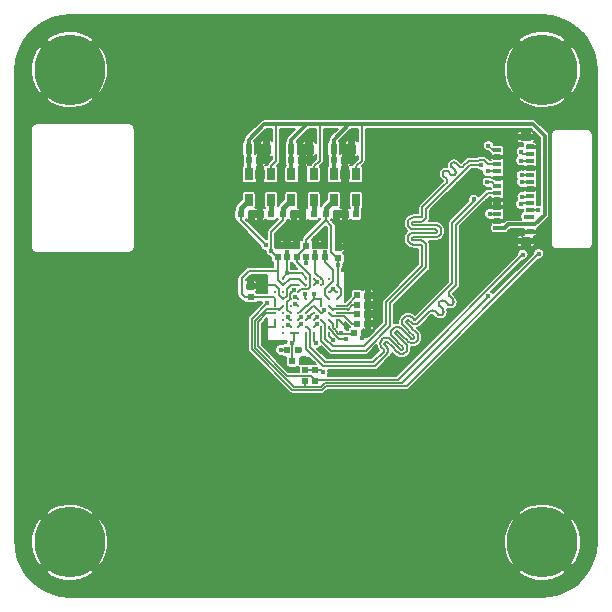
<source format=gbl>
G04 #@! TF.GenerationSoftware,KiCad,Pcbnew,5.1.5+dfsg1-2build2*
G04 #@! TF.CreationDate,2021-10-11T17:45:53+02:00*
G04 #@! TF.ProjectId,sensor_v1.0,73656e73-6f72-45f7-9631-2e302e6b6963,rev?*
G04 #@! TF.SameCoordinates,Original*
G04 #@! TF.FileFunction,Copper,L4,Bot*
G04 #@! TF.FilePolarity,Positive*
%FSLAX46Y46*%
G04 Gerber Fmt 4.6, Leading zero omitted, Abs format (unit mm)*
G04 Created by KiCad (PCBNEW 5.1.5+dfsg1-2build2) date 2021-10-11 17:45:53*
%MOMM*%
%LPD*%
G04 APERTURE LIST*
%ADD10C,0.250000*%
%ADD11R,0.600000X0.500000*%
%ADD12R,0.500000X0.600000*%
%ADD13R,0.650000X1.060000*%
%ADD14R,0.650000X0.300000*%
%ADD15R,1.000000X0.500000*%
%ADD16R,0.600000X0.900000*%
%ADD17C,0.800000*%
%ADD18C,6.000000*%
%ADD19C,0.450000*%
%ADD20C,0.150000*%
%ADD21C,0.200000*%
%ADD22C,0.400000*%
%ADD23C,0.300000*%
%ADD24C,0.127000*%
%ADD25C,0.120000*%
G04 APERTURE END LIST*
D10*
X72400000Y-76740000D03*
X72400000Y-76160000D03*
X72400000Y-75580000D03*
X72400000Y-75000000D03*
X72400000Y-74420000D03*
X72400000Y-73840000D03*
X72400000Y-73260000D03*
X73050000Y-77320000D03*
X73050000Y-76740000D03*
X73050000Y-76160000D03*
X73050000Y-75580000D03*
X73050000Y-75000000D03*
X73050000Y-74420000D03*
X73050000Y-73840000D03*
X73050000Y-73260000D03*
X73050000Y-72680000D03*
X73700000Y-77320000D03*
X73700000Y-76740000D03*
X73700000Y-76160000D03*
X73700000Y-75580000D03*
X73700000Y-75000000D03*
X73700000Y-74420000D03*
X73700000Y-73840000D03*
X73700000Y-73260000D03*
X73700000Y-72680000D03*
X74350000Y-77320000D03*
X74350000Y-76740000D03*
X74350000Y-76160000D03*
X74350000Y-75580000D03*
X74350000Y-75000000D03*
X74350000Y-74420000D03*
X74350000Y-73840000D03*
X74350000Y-73260000D03*
X74350000Y-72680000D03*
X75000000Y-77320000D03*
X75000000Y-76740000D03*
X75000000Y-76160000D03*
X75000000Y-75580000D03*
X75000000Y-75000000D03*
X75000000Y-74420000D03*
X75000000Y-73260000D03*
X75000000Y-72680000D03*
X75650000Y-77320000D03*
X75650000Y-76740000D03*
X75650000Y-76160000D03*
X75650000Y-75580000D03*
X75650000Y-75000000D03*
X75650000Y-74420000D03*
X75650000Y-73260000D03*
X75650000Y-72680000D03*
X76300000Y-76740000D03*
X76300000Y-76160000D03*
X76300000Y-75580000D03*
X76300000Y-75000000D03*
X76300000Y-74420000D03*
X76300000Y-73260000D03*
X76300000Y-72680000D03*
X76950000Y-77320000D03*
X76950000Y-76740000D03*
X76950000Y-76160000D03*
X76950000Y-75580000D03*
X76950000Y-75000000D03*
X76950000Y-74420000D03*
X76950000Y-73840000D03*
X76950000Y-73260000D03*
X76950000Y-72680000D03*
X77600000Y-76740000D03*
X77600000Y-76160000D03*
X77600000Y-75580000D03*
X77600000Y-75000000D03*
X77600000Y-74420000D03*
X77600000Y-73840000D03*
X77600000Y-73260000D03*
D11*
X74950000Y-81370000D03*
X74950000Y-80430000D03*
X75775000Y-81370000D03*
X75775000Y-80430000D03*
D12*
X74770000Y-79650000D03*
X73830000Y-79650000D03*
D13*
X73750000Y-66025000D03*
X75650000Y-66025000D03*
X75650000Y-63825000D03*
X74700000Y-63825000D03*
X73750000Y-63825000D03*
X70150000Y-66025000D03*
X72050000Y-66025000D03*
X72050000Y-63825000D03*
X71100000Y-63825000D03*
X70150000Y-63825000D03*
X77350000Y-66025000D03*
X79250000Y-66025000D03*
X79250000Y-63825000D03*
X78300000Y-63825000D03*
X77350000Y-63825000D03*
D12*
X73380000Y-78725000D03*
X74320000Y-78725000D03*
D11*
X75000000Y-70820000D03*
X75000000Y-69880000D03*
D14*
X94000000Y-64500000D03*
X94000000Y-65100000D03*
X94000000Y-63900000D03*
X94000000Y-63300000D03*
X94000000Y-62700000D03*
X94000000Y-62100000D03*
X94000000Y-61500000D03*
X94000000Y-68700000D03*
X94000000Y-68100000D03*
X94000000Y-66900000D03*
X94000000Y-65700000D03*
X94000000Y-66300000D03*
X94000000Y-67500000D03*
X91200000Y-65400000D03*
X91200000Y-66000000D03*
X91200000Y-64800000D03*
X91200000Y-63000000D03*
X91200000Y-67200000D03*
X91200000Y-62400000D03*
X91200000Y-63600000D03*
X91200000Y-61800000D03*
X91200000Y-68400000D03*
X91200000Y-64200000D03*
X91200000Y-67800000D03*
X91200000Y-66600000D03*
D15*
X93600000Y-69500000D03*
X93600000Y-60700000D03*
D12*
X79330000Y-76500000D03*
X80270000Y-76500000D03*
X79330000Y-75700000D03*
X80270000Y-75700000D03*
X79330000Y-74900000D03*
X80270000Y-74900000D03*
X79330000Y-74100000D03*
X80270000Y-74100000D03*
D11*
X76600000Y-69880000D03*
X76600000Y-70820000D03*
X77700000Y-70030000D03*
X77700000Y-70970000D03*
D12*
X79995000Y-77300000D03*
X79055000Y-77300000D03*
D11*
X72600000Y-69880000D03*
X72600000Y-70820000D03*
X75800000Y-69880000D03*
X75800000Y-70820000D03*
X74200000Y-69880000D03*
X74200000Y-70820000D03*
X70300000Y-73330000D03*
X70300000Y-74270000D03*
X73400000Y-69880000D03*
X73400000Y-70820000D03*
D12*
X73995000Y-67225000D03*
X73055000Y-67225000D03*
X70395000Y-67225000D03*
X69455000Y-67225000D03*
X77595000Y-67225000D03*
X76655000Y-67225000D03*
X74705000Y-67225000D03*
X75645000Y-67225000D03*
X71105000Y-67225000D03*
X72045000Y-67225000D03*
X78305000Y-67225000D03*
X79245000Y-67225000D03*
X78295000Y-62625000D03*
X77355000Y-62625000D03*
X74695000Y-62625000D03*
X73755000Y-62625000D03*
X71095000Y-62625000D03*
X70155000Y-62625000D03*
D16*
X78850000Y-61675000D03*
X77350000Y-61675000D03*
X75250000Y-61675000D03*
X73750000Y-61675000D03*
X71650000Y-61675000D03*
X70150000Y-61675000D03*
D17*
X96590990Y-96590990D03*
X95000000Y-97250000D03*
X93409010Y-96590990D03*
X92750000Y-95000000D03*
X93409010Y-93409010D03*
X95000000Y-92750000D03*
X96590990Y-93409010D03*
X97250000Y-95000000D03*
D18*
X95000000Y-95000000D03*
D17*
X96590990Y-56590990D03*
X95000000Y-57250000D03*
X93409010Y-56590990D03*
X92750000Y-55000000D03*
X93409010Y-53409010D03*
X95000000Y-52750000D03*
X96590990Y-53409010D03*
X97250000Y-55000000D03*
D18*
X95000000Y-55000000D03*
D17*
X56590990Y-96590990D03*
X55000000Y-97250000D03*
X53409010Y-96590990D03*
X52750000Y-95000000D03*
X53409010Y-93409010D03*
X55000000Y-92750000D03*
X56590990Y-93409010D03*
X57250000Y-95000000D03*
D18*
X55000000Y-95000000D03*
D17*
X56590990Y-56590990D03*
X55000000Y-57250000D03*
X53409010Y-56590990D03*
X52750000Y-55000000D03*
X53409010Y-53409010D03*
X55000000Y-52750000D03*
X56590990Y-53409010D03*
X57250000Y-55000000D03*
D18*
X55000000Y-55000000D03*
D19*
X75650000Y-74025000D03*
X78502419Y-76881342D03*
X71400000Y-73200000D03*
X71450000Y-76800000D03*
X74200000Y-69250000D03*
X73400000Y-69250000D03*
X75800000Y-69275000D03*
X76600000Y-69275000D03*
X77700000Y-69425000D03*
X72600000Y-69250000D03*
X75350000Y-79650000D03*
X77350000Y-80550000D03*
X78400000Y-80550000D03*
X85600000Y-76200000D03*
X88000000Y-73800000D03*
X88400000Y-72000000D03*
X88400000Y-70400000D03*
X79100000Y-71200000D03*
X80700000Y-69500000D03*
X81000000Y-66100000D03*
X84700000Y-62300000D03*
X89700000Y-61100000D03*
X92200000Y-63150000D03*
X92250000Y-65150000D03*
X92250000Y-66400000D03*
X92750000Y-67500000D03*
X90300000Y-66500000D03*
X88400000Y-68400000D03*
X79700000Y-77700000D03*
X94700000Y-62400000D03*
X94700000Y-64200000D03*
X94700000Y-66000000D03*
X92400000Y-61300000D03*
X92200000Y-69000000D03*
X94000000Y-70200000D03*
X91600000Y-74700000D03*
X91025000Y-72200000D03*
X89900000Y-73300000D03*
X82500000Y-82400000D03*
X69800000Y-78200000D03*
X71500000Y-78200000D03*
X70900000Y-74900000D03*
X70500000Y-72600000D03*
X74150000Y-80400000D03*
X73900000Y-71700000D03*
X72000000Y-71500000D03*
X69500000Y-71900000D03*
X69000000Y-74000000D03*
X70700000Y-68000000D03*
X74300000Y-68000000D03*
X77900000Y-68000000D03*
X73700000Y-65000000D03*
X75800000Y-65000000D03*
X77200000Y-65000000D03*
X79400000Y-65000000D03*
X72300000Y-65000000D03*
X70000000Y-65000000D03*
X71700000Y-60600000D03*
X75300000Y-60600000D03*
X78900000Y-60600000D03*
X75400000Y-62600000D03*
X79000000Y-62600000D03*
X71800000Y-62600000D03*
X95300000Y-59500000D03*
X78900000Y-58900000D03*
X75300000Y-58900000D03*
X71700000Y-58900000D03*
X88200000Y-78200000D03*
X85950000Y-73325000D03*
X86700000Y-70025000D03*
X83975000Y-70675000D03*
X81700000Y-73175000D03*
X81125000Y-75450000D03*
X80100000Y-72350000D03*
X79250000Y-73150000D03*
X82200000Y-69250000D03*
X83100000Y-66125000D03*
X84750000Y-64450000D03*
X86725000Y-62625000D03*
X90425000Y-62350000D03*
X87875000Y-64700000D03*
X85950000Y-66650000D03*
X88325000Y-66250000D03*
X89875000Y-71750000D03*
X82050000Y-79875000D03*
X84800000Y-76925000D03*
X80875000Y-78675000D03*
X83750000Y-79475000D03*
X75925000Y-72975000D03*
X77274997Y-73571264D03*
X75249727Y-75954350D03*
X72220000Y-81220000D03*
X94850000Y-71340000D03*
X90920000Y-70440000D03*
X89720000Y-67860000D03*
X75825000Y-78150000D03*
X78000000Y-77275000D03*
X77700000Y-71550000D03*
X76425000Y-80625000D03*
X78425000Y-77825000D03*
X73400000Y-70455002D03*
X75800000Y-70455002D03*
X71600000Y-69850000D03*
X73430000Y-72220000D03*
X73949734Y-73634361D03*
X77325000Y-77900000D03*
X76600000Y-70455002D03*
X72041246Y-70326653D03*
X73825000Y-78100000D03*
X76549725Y-75374351D03*
X89200000Y-65975000D03*
X93300000Y-65750000D03*
X72850000Y-78725000D03*
X74100266Y-74794359D03*
X93350000Y-70650004D03*
X93600010Y-67424596D03*
X93225000Y-61925000D03*
X73450275Y-75954351D03*
X93275000Y-64500000D03*
X75899725Y-76534353D03*
X93250000Y-63925000D03*
X74599726Y-75954351D03*
X89825000Y-63050000D03*
X93175000Y-62700000D03*
X90350000Y-64500000D03*
X75899726Y-75954350D03*
X90432850Y-74182850D03*
X90550000Y-67200000D03*
X90450000Y-61425000D03*
X73480410Y-76608631D03*
X90375000Y-63600000D03*
X74599726Y-76534351D03*
X75000000Y-71400000D03*
X74910000Y-73970000D03*
X71725000Y-74775000D03*
X94675000Y-66900000D03*
X94700000Y-70575000D03*
X74100274Y-74214350D03*
X74475000Y-78725000D03*
X93200000Y-66375000D03*
D20*
X74350000Y-76200000D02*
X74589052Y-75960948D01*
X74350000Y-76800000D02*
X74589053Y-76560947D01*
D21*
X75050000Y-75000000D02*
X75650000Y-74400000D01*
X75000000Y-75000000D02*
X75050000Y-75000000D01*
X75650000Y-74400000D02*
X76300000Y-74400000D01*
X76300000Y-75000000D02*
X76300000Y-74400000D01*
X74464053Y-75535947D02*
X75000000Y-75000000D01*
X74414732Y-75535947D02*
X74464053Y-75535947D01*
X74350679Y-75600000D02*
X74414732Y-75535947D01*
X74350000Y-75600000D02*
X74350679Y-75600000D01*
X75650000Y-74400000D02*
X75650000Y-74025000D01*
D22*
X73995000Y-67225000D02*
X74705000Y-67225000D01*
X74645000Y-67225000D02*
X73995000Y-67225000D01*
X74700000Y-67170000D02*
X74645000Y-67225000D01*
X74700000Y-63825000D02*
X74700000Y-67170000D01*
X78245000Y-67225000D02*
X77595000Y-67225000D01*
X78300000Y-67170000D02*
X78245000Y-67225000D01*
X78300000Y-63825000D02*
X78300000Y-67170000D01*
X71045000Y-67225000D02*
X70395000Y-67225000D01*
X71100000Y-67170000D02*
X71045000Y-67225000D01*
X71100000Y-63825000D02*
X71100000Y-67170000D01*
X78300000Y-62225000D02*
X78850000Y-61675000D01*
X78300000Y-63825000D02*
X78300000Y-62225000D01*
X74700000Y-62225000D02*
X75250000Y-61675000D01*
X74700000Y-63825000D02*
X74700000Y-62225000D01*
X71100000Y-62225000D02*
X71650000Y-61675000D01*
X71100000Y-63825000D02*
X71100000Y-62225000D01*
D21*
X74200000Y-69880000D02*
X74200000Y-69250000D01*
X73400000Y-69880000D02*
X73400000Y-69250000D01*
X75800000Y-69880000D02*
X75800000Y-69275000D01*
X76600000Y-69880000D02*
X76600000Y-69275000D01*
X77700000Y-70030000D02*
X77700000Y-69425000D01*
X72600000Y-69880000D02*
X72600000Y-69250000D01*
X74770000Y-79650000D02*
X75350000Y-79650000D01*
X80270000Y-77025000D02*
X79995000Y-77300000D01*
X80270000Y-76500000D02*
X80270000Y-77025000D01*
X80270000Y-76500000D02*
X80270000Y-74900000D01*
D20*
X75650000Y-73250000D02*
X75925000Y-72975000D01*
X75650000Y-73260000D02*
X75650000Y-73250000D01*
X75650000Y-72700000D02*
X75925000Y-72975000D01*
X75650000Y-72680000D02*
X75650000Y-72700000D01*
X72725000Y-74075000D02*
X72725000Y-73574998D01*
X73050000Y-74400000D02*
X72725000Y-74075000D01*
X72714998Y-73574998D02*
X72400000Y-73260000D01*
X72725000Y-73574998D02*
X72714998Y-73574998D01*
X77006261Y-73840000D02*
X77274997Y-73571264D01*
X76950000Y-73840000D02*
X77006261Y-73840000D01*
X77543733Y-73840000D02*
X77274997Y-73571264D01*
X77600000Y-73840000D02*
X77543733Y-73840000D01*
D21*
X77600000Y-76200000D02*
X77821077Y-76200000D01*
X77821077Y-76200000D02*
X78277420Y-76656343D01*
X78277420Y-76656343D02*
X78502419Y-76881342D01*
D20*
X77600000Y-76740000D02*
X77600000Y-76160000D01*
D21*
X75004078Y-76200000D02*
X75024728Y-76179349D01*
X75000000Y-76200000D02*
X75004078Y-76200000D01*
X75024728Y-76179349D02*
X75249727Y-75954350D01*
D20*
X75624077Y-75580000D02*
X75249727Y-75954350D01*
X75650000Y-75580000D02*
X75624077Y-75580000D01*
D21*
X72380000Y-76750000D02*
X71500000Y-76750000D01*
X72410000Y-76720000D02*
X72380000Y-76750000D01*
X71500000Y-76750000D02*
X71450000Y-76800000D01*
X72400000Y-76710000D02*
X72410000Y-76720000D01*
X72400000Y-76200000D02*
X72400000Y-76710000D01*
D20*
X73060000Y-74440000D02*
X73060000Y-74430000D01*
X73380000Y-74120000D02*
X73060000Y-74440000D01*
X73380000Y-73570000D02*
X73380000Y-74120000D01*
X73725000Y-73225000D02*
X73380000Y-73570000D01*
X73060000Y-74430000D02*
X73050000Y-74420000D01*
X74350000Y-73225000D02*
X73725000Y-73225000D01*
X74375000Y-73250000D02*
X74350000Y-73225000D01*
D21*
X71450000Y-73250000D02*
X71400000Y-73200000D01*
X72350000Y-73250000D02*
X71450000Y-73250000D01*
D20*
X90725000Y-64200000D02*
X90565000Y-64040000D01*
X91200000Y-64200000D02*
X90725000Y-64200000D01*
X90565000Y-64040000D02*
X90000000Y-64040000D01*
X72050000Y-63145000D02*
X72500000Y-62695000D01*
X72500000Y-62695000D02*
X72500000Y-59600000D01*
X72050000Y-63825000D02*
X72050000Y-63145000D01*
X75700000Y-63145000D02*
X76150000Y-62695000D01*
X76150000Y-62695000D02*
X76150000Y-59600000D01*
X75700000Y-63825000D02*
X75700000Y-63145000D01*
D23*
X93375000Y-68100000D02*
X94000000Y-68100000D01*
X92125000Y-68100000D02*
X93375000Y-68100000D01*
X91825000Y-68400000D02*
X92125000Y-68100000D01*
X91200000Y-68400000D02*
X91825000Y-68400000D01*
X77350000Y-60925000D02*
X77350000Y-61675000D01*
X78675000Y-59600000D02*
X77350000Y-60925000D01*
X73750000Y-60925000D02*
X73750000Y-61675000D01*
X75075000Y-59600000D02*
X73750000Y-60925000D01*
X78675000Y-59600000D02*
X75075000Y-59600000D01*
X70150000Y-60925000D02*
X70150000Y-61675000D01*
X71475000Y-59600000D02*
X70150000Y-60925000D01*
X75075000Y-59600000D02*
X71475000Y-59600000D01*
X70150000Y-61675000D02*
X70150000Y-63825000D01*
X73750000Y-63825000D02*
X73750000Y-61675000D01*
X77350000Y-63825000D02*
X77350000Y-61675000D01*
D20*
X79250000Y-63145000D02*
X79700000Y-62695000D01*
X79250000Y-63825000D02*
X79250000Y-63145000D01*
X79700000Y-62695000D02*
X79700000Y-59600000D01*
D23*
X79700000Y-59600000D02*
X78675000Y-59600000D01*
X95200000Y-67263056D02*
X95200000Y-60600000D01*
X95200000Y-60600000D02*
X94200000Y-59600000D01*
X94000000Y-68100000D02*
X94363056Y-68100000D01*
X94363056Y-68100000D02*
X95200000Y-67263056D01*
X94200000Y-59600000D02*
X79700000Y-59600000D01*
D22*
X79250000Y-67220000D02*
X79245000Y-67225000D01*
X79250000Y-66025000D02*
X79250000Y-67220000D01*
X72050000Y-67220000D02*
X72045000Y-67225000D01*
X72050000Y-66025000D02*
X72050000Y-67220000D01*
X75650000Y-67220000D02*
X75645000Y-67225000D01*
X75650000Y-66025000D02*
X75650000Y-67220000D01*
D20*
X77747571Y-77400001D02*
X78949999Y-77400001D01*
X78949999Y-77400001D02*
X79050000Y-77300000D01*
X75650000Y-77975000D02*
X75825000Y-78150000D01*
X75650000Y-77400000D02*
X75650000Y-77975000D01*
X77872572Y-77275000D02*
X77747571Y-77400001D01*
X78000000Y-77275000D02*
X77872572Y-77275000D01*
D22*
X76655000Y-66720000D02*
X76655000Y-67225000D01*
X77350000Y-66025000D02*
X76655000Y-66720000D01*
D21*
X74601462Y-73548538D02*
X74671962Y-73548538D01*
X74200000Y-71270000D02*
X74200000Y-70820000D01*
X75325000Y-72395000D02*
X74200000Y-71270000D01*
X75325000Y-72425000D02*
X75325000Y-72395000D01*
X75050000Y-69850000D02*
X75020000Y-69880000D01*
X75050000Y-69900000D02*
X75050000Y-69850000D01*
X74200000Y-70750000D02*
X75050000Y-69900000D01*
X75020000Y-69880000D02*
X75000000Y-69880000D01*
X74200000Y-70820000D02*
X74200000Y-70750000D01*
X75000000Y-69430000D02*
X75000000Y-69880000D01*
X75000000Y-69380000D02*
X75000000Y-69430000D01*
X76655000Y-67725000D02*
X75000000Y-69380000D01*
X76655000Y-67225000D02*
X76655000Y-67725000D01*
X77150000Y-68220000D02*
X77150000Y-70450000D01*
X77150000Y-70450000D02*
X77700000Y-71000000D01*
X76655000Y-67725000D02*
X77150000Y-68220000D01*
X77700000Y-71000000D02*
X77700000Y-71550000D01*
D20*
X75775000Y-80430000D02*
X74950000Y-80430000D01*
X76230000Y-80430000D02*
X76425000Y-80625000D01*
X75775000Y-80430000D02*
X76230000Y-80430000D01*
D21*
X74350000Y-73800000D02*
X74601462Y-73548538D01*
X77700000Y-73150000D02*
X77700000Y-71550000D01*
X77650000Y-73250000D02*
X77600000Y-73250000D01*
X77975000Y-73575000D02*
X77650000Y-73250000D01*
X77975000Y-74050000D02*
X77975000Y-73575000D01*
X77625000Y-74400000D02*
X77975000Y-74050000D01*
X77600000Y-73250000D02*
X77700000Y-73150000D01*
X77600000Y-74400000D02*
X77625000Y-74400000D01*
D20*
X77500012Y-77152442D02*
X77747571Y-77400001D01*
X77275000Y-76525000D02*
X77275000Y-76847430D01*
X76950000Y-76200000D02*
X77275000Y-76525000D01*
X77275000Y-76847430D02*
X77500012Y-77072442D01*
X77500012Y-77072442D02*
X77500012Y-77152442D01*
X75325000Y-73379002D02*
X75325000Y-72375000D01*
X75144001Y-73560001D02*
X75325000Y-73379002D01*
X74601462Y-73548538D02*
X74612925Y-73560001D01*
X74612925Y-73560001D02*
X75144001Y-73560001D01*
D21*
X74620000Y-72220000D02*
X73430000Y-72220000D01*
X75000000Y-72600000D02*
X74620000Y-72220000D01*
D20*
X73575001Y-74524999D02*
X73700000Y-74400000D01*
X73399999Y-74700001D02*
X73575001Y-74524999D01*
X73399999Y-75299999D02*
X73399999Y-74700001D01*
X73700000Y-75600000D02*
X73399999Y-75299999D01*
D22*
X69455000Y-66720000D02*
X69455000Y-67225000D01*
X70150000Y-66025000D02*
X69455000Y-66720000D01*
D21*
X73400000Y-72190000D02*
X73430000Y-72220000D01*
X73400000Y-70820000D02*
X73400000Y-72190000D01*
X73400000Y-70820000D02*
X73400000Y-70455002D01*
X75800000Y-70820000D02*
X75800000Y-70455002D01*
X71580000Y-69850000D02*
X71600000Y-69850000D01*
X69455000Y-67725000D02*
X71580000Y-69850000D01*
X69455000Y-67225000D02*
X69455000Y-67725000D01*
X73050000Y-72600000D02*
X73050000Y-72675000D01*
X73430000Y-72220000D02*
X73050000Y-72600000D01*
X75800000Y-72187500D02*
X75800000Y-70820000D01*
X76424999Y-72812499D02*
X75800000Y-72187500D01*
X76424999Y-73125001D02*
X76424999Y-72812499D01*
X76300000Y-73250000D02*
X76424999Y-73125001D01*
D20*
X78106802Y-77825000D02*
X78425000Y-77825000D01*
X77819002Y-77825000D02*
X78106802Y-77825000D01*
X77250001Y-77255999D02*
X77819002Y-77825000D01*
X76950000Y-76800000D02*
X76950000Y-76875998D01*
X77250001Y-77175999D02*
X77250001Y-77255999D01*
X76950000Y-76875998D02*
X77250001Y-77175999D01*
D21*
X73700000Y-74400000D02*
X73655011Y-74355011D01*
X73655011Y-74355011D02*
X73655011Y-73929084D01*
X73655011Y-73929084D02*
X73724735Y-73859360D01*
X73724735Y-73859360D02*
X73949734Y-73634361D01*
X76825001Y-73324999D02*
X76950000Y-73200000D01*
X76597999Y-73552001D02*
X76825001Y-73324999D01*
X76597999Y-74047999D02*
X76597999Y-73552001D01*
X76950000Y-74400000D02*
X76597999Y-74047999D01*
X72400000Y-74400000D02*
X72400000Y-75000000D01*
X75000000Y-75600000D02*
X75600000Y-75000000D01*
X75600000Y-75000000D02*
X75650000Y-75000000D01*
D20*
X76950000Y-77525000D02*
X77325000Y-77900000D01*
X76950000Y-77400000D02*
X76950000Y-77525000D01*
D22*
X73055000Y-66720000D02*
X73055000Y-67225000D01*
X73750000Y-66025000D02*
X73055000Y-66720000D01*
D21*
X76600000Y-71270000D02*
X76600000Y-70820000D01*
X77275001Y-71945001D02*
X76600000Y-71270000D01*
X77275001Y-72874999D02*
X77275001Y-71945001D01*
X76950000Y-73200000D02*
X77275001Y-72874999D01*
X72600000Y-71270000D02*
X72600000Y-70820000D01*
X72050000Y-68730000D02*
X73055000Y-67725000D01*
X72050000Y-70320000D02*
X72050000Y-68730000D01*
X72550000Y-70820000D02*
X72050000Y-70320000D01*
X73055000Y-67725000D02*
X73055000Y-67225000D01*
X72600000Y-70820000D02*
X72550000Y-70820000D01*
X76600000Y-70820000D02*
X76600000Y-70455002D01*
X72270000Y-74270000D02*
X70300000Y-74270000D01*
X72400000Y-74400000D02*
X72270000Y-74270000D01*
X69800000Y-74270000D02*
X69550000Y-74020000D01*
X70300000Y-74270000D02*
X69800000Y-74270000D01*
X69550000Y-74020000D02*
X69550000Y-72650000D01*
X70150000Y-72050000D02*
X72600000Y-72050000D01*
X69550000Y-72650000D02*
X70150000Y-72050000D01*
X72600000Y-72050000D02*
X72600000Y-71270000D01*
X73850000Y-79630000D02*
X73830000Y-79650000D01*
X73850000Y-78125000D02*
X73850000Y-79630000D01*
X73825000Y-78100000D02*
X73850000Y-78125000D01*
X73970000Y-77320000D02*
X74340000Y-77320000D01*
X73970000Y-77955000D02*
X73970000Y-77320000D01*
X73825000Y-78100000D02*
X73970000Y-77955000D01*
X73970000Y-77320000D02*
X73700000Y-77320000D01*
X74400000Y-72675000D02*
X75000000Y-73275000D01*
X73650000Y-72675000D02*
X74400000Y-72675000D01*
X73075000Y-73250000D02*
X73650000Y-72675000D01*
X73020000Y-73250000D02*
X73075000Y-73250000D01*
X72600000Y-72830000D02*
X73020000Y-73250000D01*
X72600000Y-72050000D02*
X72600000Y-72830000D01*
X76334076Y-75590000D02*
X76549725Y-75374351D01*
X76275000Y-75590000D02*
X76334076Y-75590000D01*
X75685000Y-75000000D02*
X76275000Y-75590000D01*
X75650000Y-75000000D02*
X75685000Y-75000000D01*
D20*
X78430000Y-75000000D02*
X79330000Y-74100000D01*
X77600000Y-75000000D02*
X78430000Y-75000000D01*
X78930000Y-74900000D02*
X79330000Y-74900000D01*
X78530000Y-75300000D02*
X78930000Y-74900000D01*
X76950000Y-75000000D02*
X77250000Y-75300000D01*
D24*
X78520000Y-75290000D02*
X78530000Y-75300000D01*
X77260000Y-75290000D02*
X78520000Y-75290000D01*
X77250000Y-75300000D02*
X77260000Y-75290000D01*
D20*
X79230000Y-75600000D02*
X79330000Y-75700000D01*
X77600000Y-75600000D02*
X79230000Y-75600000D01*
X78930000Y-76500000D02*
X79330000Y-76500000D01*
X78330000Y-75900000D02*
X78930000Y-76500000D01*
D25*
X78300000Y-75870000D02*
X78330000Y-75900000D01*
D24*
X77280000Y-75870000D02*
X78300000Y-75870000D01*
D20*
X77220000Y-75870000D02*
X77370000Y-75870000D01*
X76950000Y-75600000D02*
X77220000Y-75870000D01*
X93950000Y-65750000D02*
X94000000Y-65700000D01*
X93300000Y-65750000D02*
X93950000Y-65750000D01*
X75325000Y-78452512D02*
X75325000Y-77065000D01*
X80677512Y-79750000D02*
X76622488Y-79750000D01*
X81561497Y-78866013D02*
X80677512Y-79750000D01*
X81581363Y-78841102D02*
X81561497Y-78866013D01*
X81602277Y-78749471D02*
X81602277Y-78781333D01*
X81595187Y-78718408D02*
X81602277Y-78749471D01*
X81581363Y-78689702D02*
X81595187Y-78718408D01*
X81307813Y-78346147D02*
X81352880Y-78439728D01*
X81284701Y-78244884D02*
X81307813Y-78346147D01*
X81284701Y-78141017D02*
X81284701Y-78244884D01*
X81307813Y-78039754D02*
X81284701Y-78141017D01*
X81417640Y-77864966D02*
X81352880Y-77946173D01*
X81561497Y-78664791D02*
X81581363Y-78689702D01*
X81468779Y-77813828D02*
X81417640Y-77864966D01*
X81848697Y-77680889D02*
X81744830Y-77680889D01*
X81949959Y-77704001D02*
X81848697Y-77680889D01*
X82043540Y-77749067D02*
X81949959Y-77704001D01*
X82124747Y-77813828D02*
X82043540Y-77749067D01*
X81352880Y-77946173D02*
X81307813Y-78039754D01*
X82977024Y-78666105D02*
X82124747Y-77813828D01*
X83003285Y-78687049D02*
X82977024Y-78666105D01*
X83066295Y-78709097D02*
X83033549Y-78701622D01*
X83132631Y-78701623D02*
X83099885Y-78709096D01*
X81417640Y-78520934D02*
X81561497Y-78664791D01*
X83189156Y-78666105D02*
X83162895Y-78687048D01*
X81352880Y-78439728D02*
X81417640Y-78520934D01*
X83210099Y-78639844D02*
X83189156Y-78666105D01*
X83224672Y-78609581D02*
X83210099Y-78639844D01*
X75060000Y-76800000D02*
X75000000Y-76800000D01*
X82705092Y-77969909D02*
X82828834Y-78093654D01*
X75325000Y-77065000D02*
X75060000Y-76800000D01*
X82705089Y-77969909D02*
X82705092Y-77969909D01*
X82336877Y-77601697D02*
X82705089Y-77969909D01*
X81602277Y-78781333D02*
X81595187Y-78812396D01*
X82272117Y-77520491D02*
X82336877Y-77601697D01*
X82227050Y-77426910D02*
X82272117Y-77520491D01*
X83151742Y-76502217D02*
X83196809Y-76595798D01*
X83196809Y-76595798D02*
X83261569Y-76677004D01*
X83629781Y-77045216D02*
X83624329Y-77050672D01*
X83261569Y-76677004D02*
X83629781Y-77045216D01*
X81744830Y-77680889D02*
X81643567Y-77704001D01*
X83151742Y-76195824D02*
X83128630Y-76297087D01*
X84288845Y-76133621D02*
X84260139Y-76147446D01*
X83312708Y-75969898D02*
X83261569Y-76021036D01*
X84229076Y-76154535D02*
X84197214Y-76154535D01*
X84108393Y-77534736D02*
X84129336Y-77560997D01*
X83793888Y-75860071D02*
X83692625Y-75836959D01*
X84129336Y-77720607D02*
X84108393Y-77746868D01*
X84260139Y-76147446D02*
X84229076Y-76154535D01*
X83887469Y-75905138D02*
X83793888Y-75860071D01*
X81595187Y-78812396D02*
X81581363Y-78841102D01*
X83033549Y-78701622D02*
X83003285Y-78687049D01*
X89200000Y-65975000D02*
X89200000Y-66127512D01*
X84112534Y-76113756D02*
X83968676Y-75969898D01*
X83692625Y-75836959D02*
X83588758Y-75836959D01*
X83196809Y-76102243D02*
X83151742Y-76195824D01*
X83588758Y-75836959D02*
X83487495Y-75860071D01*
X84166151Y-76147446D02*
X84137445Y-76133621D01*
X83232146Y-78543246D02*
X83232147Y-78576834D01*
X84197214Y-76154535D02*
X84166151Y-76147446D01*
X82828834Y-78093654D02*
X83189156Y-78453973D01*
X84108393Y-77746868D02*
X84082132Y-77767811D01*
X83985532Y-77789860D02*
X83952786Y-77782385D01*
X87350000Y-67977512D02*
X87350000Y-73077512D01*
X84137445Y-76133621D02*
X84112534Y-76113756D01*
X83099885Y-78709096D02*
X83066295Y-78709097D01*
X89200000Y-66127512D02*
X87350000Y-67977512D01*
X81643567Y-77704001D02*
X81549986Y-77749067D01*
X83128630Y-76297087D02*
X83128630Y-76400954D01*
X87350000Y-73077512D02*
X84313756Y-76113756D01*
X83624329Y-77050672D02*
X83748071Y-77174417D01*
X81549986Y-77749067D02*
X81468779Y-77813828D01*
X83128630Y-76400954D02*
X83151742Y-76502217D01*
X84313756Y-76113756D02*
X84288845Y-76133621D01*
X83748071Y-77174417D02*
X84108393Y-77534736D01*
X83261569Y-76021036D02*
X83196809Y-76102243D01*
X82272117Y-77026936D02*
X82227050Y-77120517D01*
X82227050Y-77120517D02*
X82203938Y-77221780D01*
X82203938Y-77325647D02*
X82227050Y-77426910D01*
X84151383Y-77624009D02*
X84151384Y-77657597D01*
X83162895Y-78687048D02*
X83132631Y-78701623D01*
X82203938Y-77221780D02*
X82203938Y-77325647D01*
X84151384Y-77657597D02*
X84143909Y-77690344D01*
X82664067Y-76761652D02*
X82562804Y-76784764D01*
X76622488Y-79750000D02*
X75325000Y-78452512D01*
X84143909Y-77690344D02*
X84129336Y-77720607D01*
X83232147Y-78576834D02*
X83224672Y-78609581D01*
X84019122Y-77789859D02*
X83985532Y-77789860D01*
X83393914Y-75905138D02*
X83312708Y-75969898D01*
X82962777Y-76829830D02*
X82869196Y-76784764D01*
X83189156Y-78453973D02*
X83210099Y-78480234D01*
X84082132Y-77767811D02*
X84051868Y-77782386D01*
X83952786Y-77782385D02*
X83922522Y-77767812D01*
X82469223Y-76829830D02*
X82388016Y-76894591D01*
X83210099Y-78480234D02*
X83224672Y-78510497D01*
X83922522Y-77767812D02*
X83896261Y-77746868D01*
X84129336Y-77560997D02*
X84143909Y-77591260D01*
X82388016Y-76894591D02*
X82336877Y-76945729D01*
X83968676Y-75969898D02*
X83887469Y-75905138D01*
X84051868Y-77782386D02*
X84019122Y-77789859D01*
X83896261Y-77746868D02*
X83043984Y-76894591D01*
X83487495Y-75860071D02*
X83393914Y-75905138D01*
X83043984Y-76894591D02*
X82962777Y-76829830D01*
X83224672Y-78510497D02*
X83232146Y-78543246D01*
X82869196Y-76784764D02*
X82767934Y-76761652D01*
X84143909Y-77591260D02*
X84151383Y-77624009D01*
X82336877Y-76945729D02*
X82272117Y-77026936D01*
X82767934Y-76761652D02*
X82664067Y-76761652D01*
X82562804Y-76784764D02*
X82469223Y-76829830D01*
X73380000Y-78725000D02*
X72850000Y-78725000D01*
X74350000Y-75000000D02*
X74144359Y-74794359D01*
X74144359Y-74794359D02*
X74100266Y-74794359D01*
X94000000Y-67500000D02*
X93924596Y-67424596D01*
X93918208Y-67424596D02*
X93600010Y-67424596D01*
X93924596Y-67424596D02*
X93918208Y-67424596D01*
X93125001Y-70875003D02*
X93350000Y-70650004D01*
X82750026Y-81249978D02*
X93125001Y-70875003D01*
X75749978Y-81249978D02*
X82750026Y-81249978D01*
X75400000Y-80900000D02*
X75749978Y-81249978D01*
X73375000Y-80900000D02*
X75400000Y-80900000D01*
X70900000Y-78425000D02*
X73375000Y-80900000D01*
X70900000Y-76350000D02*
X70900000Y-78425000D01*
X71650000Y-75600000D02*
X70900000Y-76350000D01*
X72400000Y-75600000D02*
X71650000Y-75600000D01*
X93400000Y-62100000D02*
X93225000Y-61925000D01*
X94000000Y-62100000D02*
X93400000Y-62100000D01*
X73700000Y-76200000D02*
X73695924Y-76200000D01*
X73695924Y-76200000D02*
X73675274Y-76179350D01*
X73675274Y-76179350D02*
X73450275Y-75954351D01*
X93275000Y-64500000D02*
X94000000Y-64500000D01*
X75650000Y-76800000D02*
X75650000Y-76784077D01*
X75650000Y-76784077D02*
X75674726Y-76759352D01*
X75674726Y-76759352D02*
X75899725Y-76534353D01*
X93275000Y-63900000D02*
X93250000Y-63925000D01*
X94000000Y-63900000D02*
X93275000Y-63900000D01*
X94000000Y-62700000D02*
X93175000Y-62700000D01*
X85200000Y-69921108D02*
X85200000Y-71722488D01*
X85188188Y-69816276D02*
X85200000Y-69921108D01*
X84933297Y-69496654D02*
X85022622Y-69552781D01*
X82150000Y-76672488D02*
X80047488Y-78775000D01*
X84833723Y-69461811D02*
X84933297Y-69496654D01*
X84114473Y-69450000D02*
X84728891Y-69450000D01*
X84081094Y-69446239D02*
X84114473Y-69450000D01*
X83979327Y-69365082D02*
X83997198Y-69393523D01*
X83968233Y-69333378D02*
X83979327Y-69365082D01*
X83964473Y-69300000D02*
X83968233Y-69333378D01*
X83968233Y-69266621D02*
X83964473Y-69300000D01*
X83979327Y-69234917D02*
X83968233Y-69266621D01*
X86069251Y-69138188D02*
X85964419Y-69150000D01*
X86388873Y-68883297D02*
X86332746Y-68972622D01*
X86423716Y-68783723D02*
X86388873Y-68883297D01*
X86435527Y-68678891D02*
X86423716Y-68783723D01*
X86435527Y-68621108D02*
X86435527Y-68678891D01*
X86423716Y-68516276D02*
X86435527Y-68621108D01*
X86388873Y-68416702D02*
X86423716Y-68516276D01*
X86258150Y-68252781D02*
X86332746Y-68327377D01*
X86168825Y-68196654D02*
X86258150Y-68252781D01*
X83964473Y-68000000D02*
X83968233Y-68033378D01*
X83979327Y-67934917D02*
X83968233Y-67966621D01*
X83997198Y-67906476D02*
X83979327Y-67934917D01*
X84020949Y-67882725D02*
X83997198Y-67906476D01*
X84049390Y-67864854D02*
X84020949Y-67882725D01*
X84081094Y-67853760D02*
X84049390Y-67864854D01*
X84114473Y-67850000D02*
X84081094Y-67853760D01*
X84833723Y-67838188D02*
X84728891Y-67850000D01*
X85097218Y-67672622D02*
X85022622Y-67747218D01*
X85153345Y-67583297D02*
X85097218Y-67672622D01*
X86069251Y-68161811D02*
X86168825Y-68196654D01*
X85188188Y-67483723D02*
X85153345Y-67583297D01*
X85200000Y-66772488D02*
X85200000Y-67378891D01*
X77127512Y-78775000D02*
X76300000Y-77947488D01*
X88922488Y-63050000D02*
X85200000Y-66772488D01*
X85964419Y-69150000D02*
X84114473Y-69150000D01*
X89825000Y-63050000D02*
X88922488Y-63050000D01*
X86332746Y-68327377D02*
X86388873Y-68416702D01*
X86332746Y-68972622D02*
X86258150Y-69047218D01*
X86168825Y-69103345D02*
X86069251Y-69138188D01*
X85153345Y-69716702D02*
X85188188Y-69816276D01*
X84081094Y-69153760D02*
X84049390Y-69164854D01*
X85097218Y-69627377D02*
X85153345Y-69716702D01*
X83997198Y-69393523D02*
X84020949Y-69417274D01*
X84049390Y-69164854D02*
X84020949Y-69182725D01*
X83979327Y-68065082D02*
X83997198Y-68093523D01*
X85964419Y-68150000D02*
X86069251Y-68161811D01*
X85200000Y-67378891D02*
X85188188Y-67483723D01*
X86258150Y-69047218D02*
X86168825Y-69103345D01*
X85022622Y-67747218D02*
X84933297Y-67803345D01*
X85200000Y-71722488D02*
X82150000Y-74772488D01*
X84049390Y-69435145D02*
X84081094Y-69446239D01*
X85022622Y-69552781D02*
X85097218Y-69627377D01*
X84728891Y-69450000D02*
X84833723Y-69461811D01*
X82150000Y-74772488D02*
X82150000Y-76672488D01*
X84933297Y-67803345D02*
X84833723Y-67838188D01*
X84728891Y-67850000D02*
X84114473Y-67850000D01*
X84020949Y-69417274D02*
X84049390Y-69435145D01*
X80047488Y-78775000D02*
X77127512Y-78775000D01*
X84114473Y-69150000D02*
X84081094Y-69153760D01*
X84020949Y-69182725D02*
X83997198Y-69206476D01*
X83997198Y-68093523D02*
X84020949Y-68117274D01*
X83997198Y-69206476D02*
X83979327Y-69234917D01*
X84020949Y-68117274D02*
X84049390Y-68135145D01*
X83968233Y-68033378D02*
X83979327Y-68065082D01*
X83968233Y-67966621D02*
X83964473Y-68000000D01*
X84049390Y-68135145D02*
X84081094Y-68146239D01*
X84081094Y-68146239D02*
X84114473Y-68150000D01*
X76300000Y-77947488D02*
X76300000Y-76800000D01*
X84114473Y-68150000D02*
X85964419Y-68150000D01*
X91200000Y-64800000D02*
X91025000Y-64800000D01*
X91025000Y-64800000D02*
X90725000Y-64500000D01*
X90725000Y-64500000D02*
X90350000Y-64500000D01*
X75650000Y-76200000D02*
X75654076Y-76200000D01*
X75654076Y-76200000D02*
X75674727Y-76179349D01*
X75674727Y-76179349D02*
X75899726Y-75954350D01*
X76477512Y-80100000D02*
X75000000Y-78622488D01*
X81829098Y-79093386D02*
X81808984Y-79113500D01*
X81962037Y-78817336D02*
X81938925Y-78918599D01*
X81685241Y-78293561D02*
X81829098Y-78437418D01*
X81665375Y-78268650D02*
X81685241Y-78293561D01*
X81644461Y-78208881D02*
X81651551Y-78239944D01*
X81651551Y-78145956D02*
X81644461Y-78177019D01*
X81665375Y-78117250D02*
X81651551Y-78145956D01*
X81721063Y-78061564D02*
X81696152Y-78081429D01*
X81780832Y-78040649D02*
X81749769Y-78047739D01*
X81812694Y-78040649D02*
X81780832Y-78040649D01*
X81843757Y-78047739D02*
X81812694Y-78040649D01*
X81938925Y-78612206D02*
X81962037Y-78713469D01*
X81872463Y-78061564D02*
X81843757Y-78047739D01*
X81897374Y-78081429D02*
X81872463Y-78061564D01*
X80822488Y-80100000D02*
X76477512Y-80100000D01*
X82245472Y-78429527D02*
X81897374Y-78081429D01*
X82245472Y-78429530D02*
X82245472Y-78429527D01*
X82729536Y-78913594D02*
X82245472Y-78429530D01*
X82832445Y-78999798D02*
X82749966Y-78934023D01*
X83030342Y-79069046D02*
X82927493Y-79045570D01*
X83333735Y-78999798D02*
X83238687Y-79045570D01*
X83457072Y-78893164D02*
X83416214Y-78934023D01*
X83568620Y-78715637D02*
X83522847Y-78810685D01*
X83568619Y-78404443D02*
X83592093Y-78507294D01*
X83522846Y-78309397D02*
X83568619Y-78404443D01*
X82604478Y-77374324D02*
X83457072Y-78226916D01*
X83238687Y-79045570D02*
X83135838Y-79069045D01*
X82584612Y-77349413D02*
X82604478Y-77374324D01*
X82563698Y-77257782D02*
X82563698Y-77289644D01*
X86251975Y-75779801D02*
X86191449Y-75750653D01*
X86605074Y-75656245D02*
X86563189Y-75708768D01*
X84207689Y-77139059D02*
X84355878Y-77287251D01*
X86649171Y-75463046D02*
X86649172Y-75530224D01*
X84459922Y-76446117D02*
X84366341Y-76491184D01*
X86634223Y-75397551D02*
X86649171Y-75463046D01*
X87411716Y-74860242D02*
X87359194Y-74902128D01*
X81808984Y-79113500D02*
X80822488Y-80100000D01*
X83751682Y-78080561D02*
X83669203Y-78014786D01*
X81644461Y-78177019D02*
X81644461Y-78208881D01*
X86605075Y-75337025D02*
X86634223Y-75397551D01*
X86312719Y-75034034D02*
X86563189Y-75284504D01*
X86510667Y-75750654D02*
X86450141Y-75779802D01*
X83488390Y-76364951D02*
X83495480Y-76396014D01*
X82927493Y-79045570D02*
X82832445Y-78999798D01*
X86270834Y-74981510D02*
X86312719Y-75034034D01*
X84066269Y-76997639D02*
X84207689Y-77139059D01*
X84541129Y-76381357D02*
X84459922Y-76446117D01*
X86634222Y-75595719D02*
X86605074Y-75656245D01*
X87453602Y-74488499D02*
X87482750Y-74549025D01*
X86241687Y-74722817D02*
X86226737Y-74788310D01*
X86558441Y-74523792D02*
X86491263Y-74523792D01*
X83592093Y-78507294D02*
X83592094Y-78612788D01*
X86270833Y-74662290D02*
X86241687Y-74722817D01*
X83540081Y-76237499D02*
X83529170Y-76248409D01*
X86312718Y-74609769D02*
X86270833Y-74662290D01*
X82563698Y-77289644D02*
X82570788Y-77320707D01*
X86563189Y-75708768D02*
X86510667Y-75750654D01*
X83509304Y-76273320D02*
X83495480Y-76302026D01*
X75000000Y-78622488D02*
X75000000Y-77400000D01*
X85464192Y-75458299D02*
X85464191Y-75458296D01*
X86450141Y-75779802D02*
X86384647Y-75794750D01*
X86384647Y-75794750D02*
X86317469Y-75794749D01*
X87411716Y-74435978D02*
X87453602Y-74488499D01*
X87119361Y-74132984D02*
X87161246Y-74185508D01*
X83529170Y-76449631D02*
X83877268Y-76797729D01*
X83457072Y-78226916D02*
X83522846Y-78309397D01*
X87100502Y-74931275D02*
X87039976Y-74902127D01*
X85642736Y-75372318D02*
X85577241Y-75387267D01*
X86312719Y-74609773D02*
X86312718Y-74609769D01*
X87090213Y-74072457D02*
X87119361Y-74132984D01*
X81749769Y-78047739D02*
X81721063Y-78061564D01*
X86649172Y-75530224D02*
X86634222Y-75595719D01*
X82731931Y-77121412D02*
X82700069Y-77121412D01*
X84161212Y-76514296D02*
X84059949Y-76491184D01*
X82816611Y-77162192D02*
X82791700Y-77142327D01*
X83509304Y-76424720D02*
X83529170Y-76449631D01*
X87497699Y-74681698D02*
X87482749Y-74747193D01*
X87119360Y-73813764D02*
X87090214Y-73874291D01*
X82570788Y-77320707D02*
X82584612Y-77349413D01*
X86317469Y-75794749D02*
X86251975Y-75779801D01*
X87482750Y-74549025D02*
X87497698Y-74614520D01*
X82749966Y-78934023D02*
X82729536Y-78913594D01*
X86191449Y-75750653D02*
X86138926Y-75708768D01*
X86623935Y-74538739D02*
X86558441Y-74523792D01*
X83592094Y-78612788D02*
X83568620Y-78715637D01*
X87165996Y-74946223D02*
X87100502Y-74931275D01*
X86987453Y-74860242D02*
X86736984Y-74609773D01*
X83949579Y-78149809D02*
X83846730Y-78126333D01*
X86425768Y-74538741D02*
X86365241Y-74567887D01*
X87497698Y-74614520D02*
X87497699Y-74681698D01*
X86138926Y-75708768D02*
X85888457Y-75458299D01*
X87090214Y-73874291D02*
X87075264Y-73939784D01*
X81938925Y-78918599D02*
X81893858Y-79012180D01*
X84376309Y-77973927D02*
X84335451Y-78014786D01*
X87700000Y-73222488D02*
X87161245Y-73761243D01*
X87700000Y-68122488D02*
X87700000Y-73222488D01*
X84265079Y-76514296D02*
X84161212Y-76514296D01*
X90422488Y-65400000D02*
X87700000Y-68122488D01*
X84511331Y-77693551D02*
X84487857Y-77796400D01*
X83164709Y-77510290D02*
X82816611Y-77162192D01*
X87453601Y-74807719D02*
X87411716Y-74860242D01*
X86365241Y-74567887D02*
X86312719Y-74609773D01*
X87359194Y-74902128D02*
X87298668Y-74931276D01*
X81893858Y-78518625D02*
X81938925Y-78612206D01*
X86736984Y-74609773D02*
X86684461Y-74567887D01*
X84335451Y-78014786D02*
X84252972Y-78080561D01*
X84355878Y-77287251D02*
X84376309Y-77307679D01*
X87298668Y-74931276D02*
X87233174Y-74946224D01*
X87233174Y-74946224D02*
X87165996Y-74946223D01*
X82615389Y-77162192D02*
X82604478Y-77173102D01*
X86226738Y-74855490D02*
X86241686Y-74920983D01*
X83522847Y-78810685D02*
X83457072Y-78893164D01*
X83564992Y-76217633D02*
X83540081Y-76237499D01*
X87039976Y-74902127D02*
X86987453Y-74860242D01*
X81651551Y-78239944D02*
X81665375Y-78268650D01*
X86563189Y-75284504D02*
X86605075Y-75337025D01*
X87161245Y-73761243D02*
X87119360Y-73813764D01*
X86226737Y-74788310D02*
X86226738Y-74855490D01*
X86684461Y-74567887D02*
X86623935Y-74538739D01*
X81829098Y-78437418D02*
X81893858Y-78518625D01*
X83416214Y-78934023D02*
X83333735Y-78999798D01*
X85835934Y-75416413D02*
X85775408Y-75387265D01*
X85775408Y-75387265D02*
X85709914Y-75372318D01*
X85709914Y-75372318D02*
X85642736Y-75372318D01*
X85577241Y-75387267D02*
X85516714Y-75416413D01*
X86491263Y-74523792D02*
X86425768Y-74538741D01*
X85516714Y-75416413D02*
X85464192Y-75458299D01*
X85888457Y-75458299D02*
X85835934Y-75416413D01*
X85464191Y-75458296D02*
X85358126Y-75564360D01*
X87161246Y-74185508D02*
X87411716Y-74435978D01*
X87482749Y-74747193D02*
X87453601Y-74807719D01*
X84366341Y-76491184D02*
X84265079Y-76514296D01*
X83966368Y-76446117D02*
X83885161Y-76381357D01*
X83885161Y-76381357D02*
X83741303Y-76237499D01*
X83656623Y-76196719D02*
X83624761Y-76196719D01*
X82640300Y-77142327D02*
X82615389Y-77162192D01*
X83741303Y-76237499D02*
X83716392Y-76217633D01*
X87075265Y-74006964D02*
X87090213Y-74072457D01*
X83687686Y-76203809D02*
X83656623Y-76196719D01*
X81962037Y-78713469D02*
X81962037Y-78817336D01*
X81696152Y-78081429D02*
X81685241Y-78092339D01*
X83593698Y-76203809D02*
X83564992Y-76217633D01*
X83529170Y-76248409D02*
X83509304Y-76273320D01*
X83135838Y-79069045D02*
X83030342Y-79069046D01*
X83495480Y-76302026D02*
X83488390Y-76333089D01*
X83488390Y-76333089D02*
X83488390Y-76364951D01*
X83495480Y-76396014D02*
X83509304Y-76424720D01*
X81893858Y-79012180D02*
X81829098Y-79093386D01*
X83877268Y-76797729D02*
X83871814Y-76803187D01*
X82762994Y-77128502D02*
X82731931Y-77121412D01*
X83871814Y-76803187D02*
X84066269Y-76997639D01*
X84442083Y-77390160D02*
X84487856Y-77485206D01*
X87075264Y-73939784D02*
X87075265Y-74006964D01*
X82570788Y-77226719D02*
X82563698Y-77257782D01*
X84487856Y-77485206D02*
X84511330Y-77588057D01*
X84511330Y-77588057D02*
X84511331Y-77693551D01*
X82604478Y-77173102D02*
X82584612Y-77198013D01*
X84487857Y-77796400D02*
X84442084Y-77891448D01*
X84442084Y-77891448D02*
X84376309Y-77973927D01*
X84252972Y-78080561D02*
X84157924Y-78126333D01*
X81685241Y-78092339D02*
X81665375Y-78117250D01*
X84157924Y-78126333D02*
X84055075Y-78149808D01*
X84055075Y-78149808D02*
X83949579Y-78149809D01*
X83624761Y-76196719D02*
X83593698Y-76203809D01*
X83846730Y-78126333D02*
X83751682Y-78080561D01*
X84059949Y-76491184D02*
X83966368Y-76446117D01*
X83669203Y-78014786D02*
X83648773Y-77994357D01*
X83648773Y-77994357D02*
X83164709Y-77510293D01*
X83716392Y-76217633D02*
X83687686Y-76203809D01*
X83164709Y-77510293D02*
X83164709Y-77510290D01*
X82791700Y-77142327D02*
X82762994Y-77128502D01*
X82700069Y-77121412D02*
X82669006Y-77128502D01*
X85358126Y-75564360D02*
X84541129Y-76381357D01*
X82669006Y-77128502D02*
X82640300Y-77142327D01*
X86241686Y-74920983D02*
X86270834Y-74981510D01*
X91200000Y-65400000D02*
X90422488Y-65400000D01*
X84376309Y-77307679D02*
X84442083Y-77390160D01*
X82584612Y-77198013D02*
X82570788Y-77226719D01*
X91200000Y-67200000D02*
X90550000Y-67200000D01*
X71596432Y-75300000D02*
X70649989Y-76246443D01*
X70649989Y-78528557D02*
X73946421Y-81824989D01*
X70649989Y-76246443D02*
X70649989Y-78528557D01*
X73050000Y-75000000D02*
X72750000Y-75300000D01*
X74950000Y-81774978D02*
X74950000Y-81370000D01*
X74899989Y-81824989D02*
X74950000Y-81774978D01*
X73946421Y-81824989D02*
X74899989Y-81824989D01*
X76246443Y-81824989D02*
X76571443Y-81499989D01*
X76571443Y-81499989D02*
X83115711Y-81499989D01*
X74899989Y-81824989D02*
X76246443Y-81824989D01*
X83115711Y-81499989D02*
X90207851Y-74407849D01*
X90207851Y-74407849D02*
X90432850Y-74182850D01*
D25*
X71606432Y-75290000D02*
X71596432Y-75300000D01*
X72750000Y-75300000D02*
X72740000Y-75290000D01*
D24*
X72740000Y-75290000D02*
X71606432Y-75290000D01*
D20*
X76620000Y-76520000D02*
X76300000Y-76200000D01*
X76620000Y-77772512D02*
X76620000Y-76520000D01*
X77272488Y-78425000D02*
X76620000Y-77772512D01*
X79902512Y-78425000D02*
X77272488Y-78425000D01*
X81800000Y-76527512D02*
X79902512Y-78425000D01*
X81800000Y-74627512D02*
X81800000Y-76527512D01*
X84850000Y-71577512D02*
X81800000Y-74627512D01*
X84850000Y-69950000D02*
X84850000Y-71577512D01*
X84817274Y-69856476D02*
X84835145Y-69884917D01*
X86638292Y-63963164D02*
X86899542Y-64224414D01*
X86638292Y-63609611D02*
X86603387Y-63653379D01*
X88003971Y-63198660D02*
X87960202Y-63163756D01*
X88054409Y-63222950D02*
X88003971Y-63198660D01*
X86787077Y-63537960D02*
X86732499Y-63550417D01*
X87253096Y-63870862D02*
X86991845Y-63609611D01*
X83881175Y-69753345D02*
X83980749Y-69788188D01*
X86603387Y-63653379D02*
X86579097Y-63703817D01*
X87389166Y-62867601D02*
X87345398Y-62902505D01*
X87347303Y-63930056D02*
X87296865Y-63905766D01*
X87401882Y-63942513D02*
X87347303Y-63930056D01*
X86682060Y-63574707D02*
X86638292Y-63609611D01*
X88108988Y-63235407D02*
X88054409Y-63222950D01*
X87512443Y-63930056D02*
X87457864Y-63942513D01*
X86732499Y-63550417D02*
X86682060Y-63574707D01*
X88164970Y-63235407D02*
X88108988Y-63235407D01*
X87562881Y-63905766D02*
X87512443Y-63930056D01*
X84733378Y-67496239D02*
X84700000Y-67500000D01*
X84765082Y-67485145D02*
X84733378Y-67496239D01*
X83661127Y-68233297D02*
X83717254Y-68322622D01*
X83626284Y-68133723D02*
X83661127Y-68233297D01*
X88269987Y-63198660D02*
X88219549Y-63222950D01*
X86843059Y-63537960D02*
X86787077Y-63537960D01*
X86958736Y-64318621D02*
X86971193Y-64373200D01*
X88313756Y-63163756D02*
X88269987Y-63198660D01*
X85968906Y-68503760D02*
X86000610Y-68514854D01*
X87494183Y-62830854D02*
X87439605Y-62843311D01*
X84817274Y-67443523D02*
X84793523Y-67467274D01*
X87698951Y-62902505D02*
X87655182Y-62867601D01*
X86948076Y-63574707D02*
X86897638Y-63550417D01*
X86899542Y-64224414D02*
X86934446Y-64268183D01*
X89575000Y-62700000D02*
X88777512Y-62700000D01*
X83614473Y-69271108D02*
X83614473Y-69328891D01*
X87457864Y-63942513D02*
X87401882Y-63942513D01*
X83980749Y-67511811D02*
X83881175Y-67546654D01*
X86566640Y-63814378D02*
X86579097Y-63868957D01*
X87286203Y-63161851D02*
X87310493Y-63212289D01*
X91200000Y-63000000D02*
X90425000Y-63000000D01*
X88219549Y-63222950D02*
X88164970Y-63235407D01*
X86579097Y-63868957D02*
X86603387Y-63919395D01*
X84835145Y-67415082D02*
X84817274Y-67443523D01*
X87960202Y-63163756D02*
X87698951Y-62902505D01*
X86566640Y-63758396D02*
X86566640Y-63814378D01*
X87273746Y-63107272D02*
X87286203Y-63161851D01*
X87296865Y-63905766D02*
X87253096Y-63870862D01*
X90425000Y-63000000D02*
X90075000Y-62650000D01*
X87655182Y-62867601D02*
X87604744Y-62843311D01*
X86897638Y-63550417D02*
X86843059Y-63537960D01*
X86934446Y-64268183D02*
X86958736Y-64318621D01*
X87439605Y-62843311D02*
X87389166Y-62867601D01*
X84793523Y-67467274D02*
X84765082Y-67485145D01*
X88777512Y-62700000D02*
X88313756Y-63163756D01*
X83881175Y-67546654D02*
X83791850Y-67602781D01*
X83626284Y-69166276D02*
X83614473Y-69271108D01*
X87641552Y-63827093D02*
X87606650Y-63870862D01*
X86579097Y-63703817D02*
X86566640Y-63758396D01*
X87273746Y-63051290D02*
X87273746Y-63107272D01*
X87345398Y-63256058D02*
X87606648Y-63517308D01*
X87606650Y-63870862D02*
X87562881Y-63905766D01*
X87604744Y-62843311D02*
X87550165Y-62830854D01*
X84733378Y-69803760D02*
X84765082Y-69814854D01*
X83791850Y-67602781D02*
X83717254Y-67677377D01*
X87678299Y-63722076D02*
X87665842Y-63776654D01*
X84085581Y-69800000D02*
X84700000Y-69800000D01*
X84700000Y-69800000D02*
X84733378Y-69803760D01*
X87665842Y-63776654D02*
X87641552Y-63827093D01*
X87345398Y-62902505D02*
X87310493Y-62946273D01*
X87606648Y-63517308D02*
X87641552Y-63561077D01*
X87310493Y-62946273D02*
X87286203Y-62996711D01*
X87641552Y-63561077D02*
X87665842Y-63611515D01*
X87286203Y-62996711D02*
X87273746Y-63051290D01*
X87310493Y-63212289D02*
X87345398Y-63256058D01*
X86971193Y-64373200D02*
X86971193Y-64429182D01*
X86000610Y-68514854D02*
X86029051Y-68532725D01*
X86971193Y-64429182D02*
X86958736Y-64483760D01*
X86603387Y-63919395D02*
X86638292Y-63963164D01*
X84765082Y-69814854D02*
X84793523Y-69832725D01*
X86958736Y-64483760D02*
X86934446Y-64534199D01*
X89625000Y-62650000D02*
X89575000Y-62700000D01*
X86934446Y-64534199D02*
X86899543Y-64577968D01*
X83614473Y-68028891D02*
X83626284Y-68133723D01*
X86899543Y-64577968D02*
X86793479Y-64684033D01*
X86793479Y-64684033D02*
X84850000Y-66627512D01*
X87550165Y-62830854D02*
X87494183Y-62830854D01*
X83980749Y-68811811D02*
X83881175Y-68846654D01*
X84850000Y-66627512D02*
X84850000Y-67350000D01*
X84850000Y-67350000D02*
X84846239Y-67383378D01*
X83626284Y-69433723D02*
X83661127Y-69533297D01*
X84846239Y-67383378D02*
X84835145Y-67415082D01*
X84700000Y-67500000D02*
X84085581Y-67500000D01*
X84085581Y-67500000D02*
X83980749Y-67511811D01*
X83717254Y-67677377D02*
X83661127Y-67766702D01*
X83661127Y-67766702D02*
X83626284Y-67866276D01*
X83626284Y-67866276D02*
X83614473Y-67971108D01*
X87665842Y-63611515D02*
X87678299Y-63666094D01*
X83614473Y-67971108D02*
X83614473Y-68028891D01*
X83791850Y-68397218D02*
X83881175Y-68453345D01*
X90075000Y-62650000D02*
X89625000Y-62650000D01*
X83881175Y-68453345D02*
X83980749Y-68488188D01*
X83980749Y-68488188D02*
X84085581Y-68500000D01*
X84085581Y-68500000D02*
X85935527Y-68500000D01*
X87678299Y-63666094D02*
X87678299Y-63722076D01*
X83980749Y-69788188D02*
X84085581Y-69800000D01*
X85935527Y-68500000D02*
X85968906Y-68503760D01*
X83717254Y-68322622D02*
X83791850Y-68397218D01*
X86029051Y-68532725D02*
X86052802Y-68556476D01*
X86070673Y-68715082D02*
X86052802Y-68743523D01*
X86052802Y-68556476D02*
X86070673Y-68584917D01*
X86052802Y-68743523D02*
X86029051Y-68767274D01*
X86070673Y-68584917D02*
X86081767Y-68616621D01*
X86081767Y-68616621D02*
X86085527Y-68650000D01*
X86085527Y-68650000D02*
X86081767Y-68683378D01*
X86991845Y-63609611D02*
X86948076Y-63574707D01*
X86081767Y-68683378D02*
X86070673Y-68715082D01*
X86029051Y-68767274D02*
X86000610Y-68785145D01*
X86000610Y-68785145D02*
X85968906Y-68796239D01*
X85968906Y-68796239D02*
X85935527Y-68800000D01*
X85935527Y-68800000D02*
X84085581Y-68800000D01*
X84085581Y-68800000D02*
X83980749Y-68811811D01*
X83881175Y-68846654D02*
X83791850Y-68902781D01*
X83791850Y-68902781D02*
X83717254Y-68977377D01*
X83717254Y-68977377D02*
X83661127Y-69066702D01*
X83661127Y-69066702D02*
X83626284Y-69166276D01*
X83614473Y-69328891D02*
X83626284Y-69433723D01*
X84793523Y-69832725D02*
X84817274Y-69856476D01*
X83661127Y-69533297D02*
X83717254Y-69622622D01*
X84835145Y-69884917D02*
X84846239Y-69916621D01*
X83717254Y-69622622D02*
X83791850Y-69697218D01*
X84846239Y-69916621D02*
X84850000Y-69950000D01*
X83791850Y-69697218D02*
X83881175Y-69753345D01*
X90825000Y-61800000D02*
X90450000Y-61425000D01*
X91200000Y-61800000D02*
X90825000Y-61800000D01*
X73524556Y-76608631D02*
X73480410Y-76608631D01*
X73700000Y-76784075D02*
X73524556Y-76608631D01*
X73700000Y-76800000D02*
X73700000Y-76784075D01*
X91200000Y-63600000D02*
X90375000Y-63600000D01*
X75000000Y-70820000D02*
X75000000Y-71400000D01*
X74910000Y-74288198D02*
X74910000Y-73970000D01*
X75000000Y-74400000D02*
X74910000Y-74310000D01*
X74910000Y-74310000D02*
X74910000Y-74288198D01*
X94675000Y-66900000D02*
X94000000Y-66900000D01*
X76675000Y-81750000D02*
X83525000Y-81750000D01*
X76350000Y-82075000D02*
X76675000Y-81750000D01*
X70399978Y-78632114D02*
X73842864Y-82075000D01*
X70399978Y-76100022D02*
X70399978Y-78632114D01*
X71725000Y-74775000D02*
X70399978Y-76100022D01*
X83525000Y-81750000D02*
X94475001Y-70799999D01*
X73842864Y-82075000D02*
X76350000Y-82075000D01*
X94475001Y-70799999D02*
X94700000Y-70575000D01*
X74350000Y-74400000D02*
X74164350Y-74214350D01*
X74164350Y-74214350D02*
X74100274Y-74214350D01*
X74320000Y-78725000D02*
X74475000Y-78725000D01*
X93275000Y-66300000D02*
X93200000Y-66375000D01*
X94000000Y-66300000D02*
X93275000Y-66300000D01*
D24*
G36*
X95816423Y-50462511D02*
G01*
X96607041Y-50678799D01*
X97346862Y-51031676D01*
X98012498Y-51509984D01*
X98582919Y-52098614D01*
X99040083Y-52778944D01*
X99369547Y-53529485D01*
X99561428Y-54328728D01*
X99611500Y-55010577D01*
X99611501Y-94987139D01*
X99537489Y-95816423D01*
X99321201Y-96607041D01*
X98968325Y-97346860D01*
X98490014Y-98012501D01*
X97901386Y-98582919D01*
X97221055Y-99040083D01*
X96470515Y-99369547D01*
X95671272Y-99561428D01*
X94989424Y-99611500D01*
X55012850Y-99611500D01*
X54183577Y-99537489D01*
X53392959Y-99321201D01*
X52653140Y-98968325D01*
X51987499Y-98490014D01*
X51417081Y-97901386D01*
X51145800Y-97497677D01*
X52978206Y-97497677D01*
X53354890Y-97836787D01*
X53939930Y-98103224D01*
X54565708Y-98250406D01*
X55208175Y-98272677D01*
X55842642Y-98169180D01*
X56444727Y-97943894D01*
X56645110Y-97836787D01*
X57021794Y-97497677D01*
X92978206Y-97497677D01*
X93354890Y-97836787D01*
X93939930Y-98103224D01*
X94565708Y-98250406D01*
X95208175Y-98272677D01*
X95842642Y-98169180D01*
X96444727Y-97943894D01*
X96645110Y-97836787D01*
X97021794Y-97497677D01*
X96705022Y-97180905D01*
X96705022Y-97180904D01*
X96590990Y-97066873D01*
X96063769Y-96539652D01*
X96001076Y-96476958D01*
X96001075Y-96476958D01*
X95000000Y-95475883D01*
X93998925Y-96476958D01*
X93998924Y-96476958D01*
X93936231Y-96539652D01*
X93409010Y-97066873D01*
X93294978Y-97180904D01*
X93294978Y-97180905D01*
X92978206Y-97497677D01*
X57021794Y-97497677D01*
X56705022Y-97180905D01*
X56705022Y-97180904D01*
X56590990Y-97066873D01*
X56063769Y-96539652D01*
X56001076Y-96476958D01*
X56001075Y-96476958D01*
X55000000Y-95475883D01*
X53998925Y-96476958D01*
X53998924Y-96476958D01*
X53936231Y-96539652D01*
X53409010Y-97066873D01*
X53294978Y-97180904D01*
X53294978Y-97180905D01*
X52978206Y-97497677D01*
X51145800Y-97497677D01*
X50959917Y-97221055D01*
X50630453Y-96470515D01*
X50438572Y-95671272D01*
X50404565Y-95208175D01*
X51727323Y-95208175D01*
X51830820Y-95842642D01*
X52056106Y-96444727D01*
X52163213Y-96645110D01*
X52502323Y-97021794D01*
X52819095Y-96705022D01*
X52819096Y-96705022D01*
X52933127Y-96590990D01*
X53409010Y-96115107D01*
X53523042Y-96001076D01*
X53523042Y-96001075D01*
X54524117Y-95000000D01*
X55475883Y-95000000D01*
X56476958Y-96001075D01*
X56476958Y-96001076D01*
X56590990Y-96115107D01*
X57066873Y-96590990D01*
X57180904Y-96705022D01*
X57180905Y-96705022D01*
X57497677Y-97021794D01*
X57836787Y-96645110D01*
X58103224Y-96060070D01*
X58250406Y-95434292D01*
X58258244Y-95208175D01*
X91727323Y-95208175D01*
X91830820Y-95842642D01*
X92056106Y-96444727D01*
X92163213Y-96645110D01*
X92502323Y-97021794D01*
X92819095Y-96705022D01*
X92819096Y-96705022D01*
X92933127Y-96590990D01*
X93409010Y-96115107D01*
X93523042Y-96001076D01*
X93523042Y-96001075D01*
X94524117Y-95000000D01*
X95475883Y-95000000D01*
X96476958Y-96001075D01*
X96476958Y-96001076D01*
X96590990Y-96115107D01*
X97066873Y-96590990D01*
X97180904Y-96705022D01*
X97180905Y-96705022D01*
X97497677Y-97021794D01*
X97836787Y-96645110D01*
X98103224Y-96060070D01*
X98250406Y-95434292D01*
X98272677Y-94791825D01*
X98169180Y-94157358D01*
X97943894Y-93555273D01*
X97836787Y-93354890D01*
X97497677Y-92978206D01*
X97180905Y-93294978D01*
X97180904Y-93294978D01*
X97120993Y-93354890D01*
X96590990Y-93884893D01*
X96476958Y-93998924D01*
X96476958Y-93998925D01*
X95475883Y-95000000D01*
X94524117Y-95000000D01*
X93523042Y-93998925D01*
X93523042Y-93998924D01*
X93409010Y-93884893D01*
X92879007Y-93354890D01*
X92819096Y-93294978D01*
X92819095Y-93294978D01*
X92502323Y-92978206D01*
X92163213Y-93354890D01*
X91896776Y-93939930D01*
X91749594Y-94565708D01*
X91727323Y-95208175D01*
X58258244Y-95208175D01*
X58272677Y-94791825D01*
X58169180Y-94157358D01*
X57943894Y-93555273D01*
X57836787Y-93354890D01*
X57497677Y-92978206D01*
X57180905Y-93294978D01*
X57180904Y-93294978D01*
X57120993Y-93354890D01*
X56590990Y-93884893D01*
X56476958Y-93998924D01*
X56476958Y-93998925D01*
X55475883Y-95000000D01*
X54524117Y-95000000D01*
X53523042Y-93998925D01*
X53523042Y-93998924D01*
X53409010Y-93884893D01*
X52879007Y-93354890D01*
X52819096Y-93294978D01*
X52819095Y-93294978D01*
X52502323Y-92978206D01*
X52163213Y-93354890D01*
X51896776Y-93939930D01*
X51749594Y-94565708D01*
X51727323Y-95208175D01*
X50404565Y-95208175D01*
X50388500Y-94989424D01*
X50388500Y-92502323D01*
X52978206Y-92502323D01*
X53294978Y-92819095D01*
X53294978Y-92819096D01*
X53409010Y-92933127D01*
X53884893Y-93409010D01*
X53998924Y-93523042D01*
X53998925Y-93523042D01*
X55000000Y-94524117D01*
X56001075Y-93523042D01*
X56001076Y-93523042D01*
X56115107Y-93409010D01*
X56590990Y-92933127D01*
X56705022Y-92819096D01*
X56705022Y-92819095D01*
X57021794Y-92502323D01*
X92978206Y-92502323D01*
X93294978Y-92819095D01*
X93294978Y-92819096D01*
X93409010Y-92933127D01*
X93884893Y-93409010D01*
X93998924Y-93523042D01*
X93998925Y-93523042D01*
X95000000Y-94524117D01*
X96001075Y-93523042D01*
X96001076Y-93523042D01*
X96115107Y-93409010D01*
X96590990Y-92933127D01*
X96705022Y-92819096D01*
X96705022Y-92819095D01*
X97021794Y-92502323D01*
X96645110Y-92163213D01*
X96060070Y-91896776D01*
X95434292Y-91749594D01*
X94791825Y-91727323D01*
X94157358Y-91830820D01*
X93555273Y-92056106D01*
X93354890Y-92163213D01*
X92978206Y-92502323D01*
X57021794Y-92502323D01*
X56645110Y-92163213D01*
X56060070Y-91896776D01*
X55434292Y-91749594D01*
X54791825Y-91727323D01*
X54157358Y-91830820D01*
X53555273Y-92056106D01*
X53354890Y-92163213D01*
X52978206Y-92502323D01*
X50388500Y-92502323D01*
X50388500Y-59985837D01*
X51711500Y-59985837D01*
X51711501Y-70014164D01*
X51712701Y-70026352D01*
X51712693Y-70027543D01*
X51713086Y-70031552D01*
X51715110Y-70050814D01*
X51715676Y-70056556D01*
X51715734Y-70056748D01*
X51717166Y-70070371D01*
X51722424Y-70095986D01*
X51727323Y-70121669D01*
X51728487Y-70125521D01*
X51728488Y-70125527D01*
X51728490Y-70125533D01*
X51740030Y-70162813D01*
X51750161Y-70186914D01*
X51759959Y-70211164D01*
X51761842Y-70214706D01*
X51761848Y-70214719D01*
X51761855Y-70214730D01*
X51780415Y-70249056D01*
X51795050Y-70270754D01*
X51809354Y-70292612D01*
X51811896Y-70295729D01*
X51811900Y-70295735D01*
X51811905Y-70295740D01*
X51836781Y-70325810D01*
X51855305Y-70344205D01*
X51873628Y-70362916D01*
X51876732Y-70365483D01*
X51906980Y-70390153D01*
X51928763Y-70404626D01*
X51950341Y-70419400D01*
X51953884Y-70421316D01*
X51988349Y-70439640D01*
X52012516Y-70449601D01*
X52036551Y-70459902D01*
X52040396Y-70461092D01*
X52040406Y-70461096D01*
X52040415Y-70461098D01*
X52077766Y-70472375D01*
X52103375Y-70477446D01*
X52128993Y-70482891D01*
X52132999Y-70483312D01*
X52169324Y-70486874D01*
X52185836Y-70488500D01*
X60014164Y-70488500D01*
X60026361Y-70487299D01*
X60027543Y-70487307D01*
X60031552Y-70486914D01*
X60050663Y-70484905D01*
X60056556Y-70484325D01*
X60056753Y-70484265D01*
X60070371Y-70482834D01*
X60095986Y-70477576D01*
X60121669Y-70472677D01*
X60125521Y-70471513D01*
X60125527Y-70471512D01*
X60125533Y-70471510D01*
X60162813Y-70459970D01*
X60186953Y-70449823D01*
X60211164Y-70440041D01*
X60214706Y-70438158D01*
X60214719Y-70438152D01*
X60214730Y-70438145D01*
X60249056Y-70419585D01*
X60270754Y-70404950D01*
X60292612Y-70390646D01*
X60295729Y-70388104D01*
X60295735Y-70388100D01*
X60295740Y-70388095D01*
X60325810Y-70363219D01*
X60344205Y-70344695D01*
X60362916Y-70326372D01*
X60365483Y-70323268D01*
X60365487Y-70323264D01*
X60390153Y-70293020D01*
X60404626Y-70271237D01*
X60419400Y-70249659D01*
X60421316Y-70246116D01*
X60439640Y-70211651D01*
X60449601Y-70187484D01*
X60459902Y-70163449D01*
X60461093Y-70159601D01*
X60461094Y-70159598D01*
X60461096Y-70159594D01*
X60461098Y-70159585D01*
X60472375Y-70122234D01*
X60477446Y-70096625D01*
X60482891Y-70071007D01*
X60483312Y-70067001D01*
X60486903Y-70030381D01*
X60488500Y-70014164D01*
X60488500Y-66925000D01*
X68940226Y-66925000D01*
X68940226Y-67525000D01*
X68945314Y-67576655D01*
X68960381Y-67626325D01*
X68984848Y-67672101D01*
X69017777Y-67712223D01*
X69057899Y-67745152D01*
X69093607Y-67764238D01*
X69096761Y-67796258D01*
X69117547Y-67864778D01*
X69151300Y-67927926D01*
X69185345Y-67969411D01*
X69185352Y-67969418D01*
X69196725Y-67983276D01*
X69210583Y-67994649D01*
X71111500Y-69895567D01*
X71111500Y-69898113D01*
X71130272Y-69992490D01*
X71167097Y-70081392D01*
X71220557Y-70161401D01*
X71288599Y-70229443D01*
X71368608Y-70282903D01*
X71457510Y-70319728D01*
X71551887Y-70338500D01*
X71552746Y-70338500D01*
X71552746Y-70374766D01*
X71571518Y-70469143D01*
X71608343Y-70558045D01*
X71661803Y-70638054D01*
X71729845Y-70706096D01*
X71809854Y-70759556D01*
X71898756Y-70796381D01*
X71993133Y-70815153D01*
X72031087Y-70815153D01*
X72035226Y-70819292D01*
X72035226Y-71070000D01*
X72040314Y-71121655D01*
X72055381Y-71171325D01*
X72079848Y-71217101D01*
X72112777Y-71257223D01*
X72152899Y-71290152D01*
X72198675Y-71314619D01*
X72236501Y-71326093D01*
X72236500Y-71686500D01*
X70167839Y-71686500D01*
X70149999Y-71684743D01*
X70132159Y-71686500D01*
X70132150Y-71686500D01*
X70078742Y-71691760D01*
X70010222Y-71712546D01*
X69970831Y-71733601D01*
X69947072Y-71746300D01*
X69905588Y-71780345D01*
X69905582Y-71780351D01*
X69891724Y-71791724D01*
X69880350Y-71805583D01*
X69305583Y-72380351D01*
X69291725Y-72391724D01*
X69280352Y-72405582D01*
X69280345Y-72405589D01*
X69246300Y-72447074D01*
X69212547Y-72510222D01*
X69191761Y-72578742D01*
X69184743Y-72650000D01*
X69186501Y-72667850D01*
X69186500Y-74002160D01*
X69184743Y-74020000D01*
X69186500Y-74037840D01*
X69186500Y-74037849D01*
X69191760Y-74091257D01*
X69212546Y-74159777D01*
X69246299Y-74222925D01*
X69246300Y-74222926D01*
X69280345Y-74264411D01*
X69280351Y-74264417D01*
X69291724Y-74278275D01*
X69305584Y-74289650D01*
X69530345Y-74514411D01*
X69541724Y-74528276D01*
X69555588Y-74539654D01*
X69597072Y-74573700D01*
X69597074Y-74573701D01*
X69660222Y-74607454D01*
X69728742Y-74628240D01*
X69760763Y-74631394D01*
X69779848Y-74667101D01*
X69812777Y-74707223D01*
X69852899Y-74740152D01*
X69898675Y-74764619D01*
X69948345Y-74779686D01*
X70000000Y-74784774D01*
X70600000Y-74784774D01*
X70651655Y-74779686D01*
X70701325Y-74764619D01*
X70747101Y-74740152D01*
X70787223Y-74707223D01*
X70820152Y-74667101D01*
X70838112Y-74633500D01*
X71255075Y-74633500D01*
X71236500Y-74726887D01*
X71236500Y-74784789D01*
X70172377Y-75848913D01*
X70159465Y-75859510D01*
X70117164Y-75911053D01*
X70088191Y-75965257D01*
X70085732Y-75969858D01*
X70066397Y-76033601D01*
X70066377Y-76033666D01*
X70061478Y-76083403D01*
X70061478Y-76083410D01*
X70059842Y-76100022D01*
X70061478Y-76116634D01*
X70061479Y-78615492D01*
X70059842Y-78632114D01*
X70066377Y-78698471D01*
X70085732Y-78762278D01*
X70109723Y-78807161D01*
X70117165Y-78821084D01*
X70159466Y-78872627D01*
X70172377Y-78883223D01*
X73591755Y-82302602D01*
X73602351Y-82315513D01*
X73653894Y-82357814D01*
X73712699Y-82389246D01*
X73761656Y-82404096D01*
X73776506Y-82408601D01*
X73782800Y-82409221D01*
X73826244Y-82413500D01*
X73826251Y-82413500D01*
X73842863Y-82415136D01*
X73859475Y-82413500D01*
X76333388Y-82413500D01*
X76350000Y-82415136D01*
X76366612Y-82413500D01*
X76366620Y-82413500D01*
X76416357Y-82408601D01*
X76480165Y-82389246D01*
X76538970Y-82357814D01*
X76590513Y-82315513D01*
X76601113Y-82302597D01*
X76815211Y-82088500D01*
X83508388Y-82088500D01*
X83525000Y-82090136D01*
X83541612Y-82088500D01*
X83541620Y-82088500D01*
X83591357Y-82083601D01*
X83655165Y-82064246D01*
X83713970Y-82032814D01*
X83765513Y-81990513D01*
X83776113Y-81977597D01*
X94690211Y-71063500D01*
X94748113Y-71063500D01*
X94842490Y-71044728D01*
X94931392Y-71007903D01*
X95011401Y-70954443D01*
X95079443Y-70886401D01*
X95132903Y-70806392D01*
X95169728Y-70717490D01*
X95188500Y-70623113D01*
X95188500Y-70526887D01*
X95169728Y-70432510D01*
X95132903Y-70343608D01*
X95079443Y-70263599D01*
X95011401Y-70195557D01*
X94931392Y-70142097D01*
X94842490Y-70105272D01*
X94748113Y-70086500D01*
X94651887Y-70086500D01*
X94557510Y-70105272D01*
X94468608Y-70142097D01*
X94388599Y-70195557D01*
X94320557Y-70263599D01*
X94267097Y-70343608D01*
X94230272Y-70432510D01*
X94211500Y-70526887D01*
X94211500Y-70584789D01*
X90857373Y-73938916D01*
X90812293Y-73871449D01*
X90744251Y-73803407D01*
X90702922Y-73775792D01*
X93340211Y-71138504D01*
X93398113Y-71138504D01*
X93492490Y-71119732D01*
X93581392Y-71082907D01*
X93661401Y-71029447D01*
X93729443Y-70961405D01*
X93782903Y-70881396D01*
X93819728Y-70792494D01*
X93838500Y-70698117D01*
X93838500Y-70601891D01*
X93819728Y-70507514D01*
X93782903Y-70418612D01*
X93729443Y-70338603D01*
X93661401Y-70270561D01*
X93581392Y-70217101D01*
X93492490Y-70180276D01*
X93398113Y-70161504D01*
X93301887Y-70161504D01*
X93207510Y-70180276D01*
X93118608Y-70217101D01*
X93038599Y-70270561D01*
X92970557Y-70338603D01*
X92917097Y-70418612D01*
X92880272Y-70507514D01*
X92861500Y-70601891D01*
X92861500Y-70659793D01*
X82609816Y-80911478D01*
X76821096Y-80911478D01*
X76857903Y-80856392D01*
X76894728Y-80767490D01*
X76913500Y-80673113D01*
X76913500Y-80576887D01*
X76894728Y-80482510D01*
X76876498Y-80438500D01*
X80805876Y-80438500D01*
X80822488Y-80440136D01*
X80839100Y-80438500D01*
X80839108Y-80438500D01*
X80883097Y-80434167D01*
X80888846Y-80433601D01*
X80903696Y-80429096D01*
X80952653Y-80414246D01*
X81011458Y-80382814D01*
X81063001Y-80340513D01*
X81073597Y-80327602D01*
X82046578Y-79354617D01*
X82048544Y-79353263D01*
X82070095Y-79331099D01*
X82080205Y-79320989D01*
X82081718Y-79319145D01*
X82083384Y-79317432D01*
X82092321Y-79306226D01*
X82111910Y-79282356D01*
X82113035Y-79280251D01*
X82151114Y-79232502D01*
X82165629Y-79216711D01*
X82180492Y-79192303D01*
X82196050Y-79168297D01*
X82203981Y-79148364D01*
X82238760Y-79076147D01*
X82249396Y-79057523D01*
X82258454Y-79030423D01*
X82268279Y-79003561D01*
X82271577Y-78982360D01*
X82280499Y-78943267D01*
X82488737Y-79151506D01*
X82490089Y-79153469D01*
X82512237Y-79175004D01*
X82522369Y-79185136D01*
X82524213Y-79186649D01*
X82525921Y-79188310D01*
X82537130Y-79197249D01*
X82561004Y-79216840D01*
X82563103Y-79217962D01*
X82612122Y-79257053D01*
X82627917Y-79271572D01*
X82652328Y-79286437D01*
X82676328Y-79301990D01*
X82696271Y-79309925D01*
X82769930Y-79345397D01*
X82788563Y-79356039D01*
X82815689Y-79365106D01*
X82842536Y-79374925D01*
X82863731Y-79378221D01*
X82943458Y-79396420D01*
X82963989Y-79402647D01*
X82992442Y-79405450D01*
X83020797Y-79409048D01*
X83042196Y-79407546D01*
X83123982Y-79407544D01*
X83145379Y-79409047D01*
X83173752Y-79405447D01*
X83202198Y-79402645D01*
X83222721Y-79396419D01*
X83302452Y-79378221D01*
X83323643Y-79374925D01*
X83350486Y-79365108D01*
X83377614Y-79356040D01*
X83396245Y-79345399D01*
X83469913Y-79309923D01*
X83489852Y-79301990D01*
X83513858Y-79286432D01*
X83538262Y-79271572D01*
X83554053Y-79257057D01*
X83603080Y-79217959D01*
X83605187Y-79216833D01*
X83629040Y-79197257D01*
X83640259Y-79188310D01*
X83641977Y-79186640D01*
X83643820Y-79185127D01*
X83653921Y-79175026D01*
X83676091Y-79153469D01*
X83676266Y-79153214D01*
X83676518Y-79153041D01*
X83698064Y-79130882D01*
X83708182Y-79120764D01*
X83709695Y-79118920D01*
X83711359Y-79117209D01*
X83720293Y-79106007D01*
X83739887Y-79082130D01*
X83741012Y-79080026D01*
X83780103Y-79031007D01*
X83794619Y-79015215D01*
X83809488Y-78990798D01*
X83825039Y-78966802D01*
X83832971Y-78946867D01*
X83868454Y-78873187D01*
X83879091Y-78854561D01*
X83888155Y-78827445D01*
X83897974Y-78800597D01*
X83901271Y-78779401D01*
X83919468Y-78699671D01*
X83925695Y-78679141D01*
X83928499Y-78650677D01*
X83932096Y-78622326D01*
X83930594Y-78600932D01*
X83930592Y-78519154D01*
X83932095Y-78497757D01*
X83930941Y-78488657D01*
X83940034Y-78489811D01*
X83961433Y-78488309D01*
X84043219Y-78488307D01*
X84064616Y-78489810D01*
X84092989Y-78486210D01*
X84121435Y-78483408D01*
X84141958Y-78477182D01*
X84221689Y-78458984D01*
X84242880Y-78455688D01*
X84269723Y-78445871D01*
X84296851Y-78436803D01*
X84315482Y-78426162D01*
X84389150Y-78390686D01*
X84409089Y-78382753D01*
X84433095Y-78367195D01*
X84457499Y-78352335D01*
X84473290Y-78337820D01*
X84522317Y-78298722D01*
X84524424Y-78297596D01*
X84548277Y-78278020D01*
X84559496Y-78269073D01*
X84561214Y-78267403D01*
X84563057Y-78265890D01*
X84573158Y-78255789D01*
X84595328Y-78234232D01*
X84595503Y-78233977D01*
X84595755Y-78233804D01*
X84617301Y-78211645D01*
X84627419Y-78201527D01*
X84628932Y-78199683D01*
X84630596Y-78197972D01*
X84639530Y-78186770D01*
X84659124Y-78162893D01*
X84660249Y-78160789D01*
X84699340Y-78111770D01*
X84713856Y-78095978D01*
X84728725Y-78071561D01*
X84744276Y-78047565D01*
X84752208Y-78027630D01*
X84787691Y-77953950D01*
X84798328Y-77935324D01*
X84807392Y-77908208D01*
X84817211Y-77881360D01*
X84820508Y-77860164D01*
X84838705Y-77780434D01*
X84844932Y-77759904D01*
X84847736Y-77731440D01*
X84851333Y-77703089D01*
X84849831Y-77681695D01*
X84849829Y-77599917D01*
X84851332Y-77578520D01*
X84847732Y-77550141D01*
X84844930Y-77521697D01*
X84838706Y-77501179D01*
X84820508Y-77421448D01*
X84817210Y-77400244D01*
X84807390Y-77373396D01*
X84798328Y-77346283D01*
X84787686Y-77327649D01*
X84752205Y-77253974D01*
X84744278Y-77234049D01*
X84728720Y-77210040D01*
X84713853Y-77185628D01*
X84699344Y-77169844D01*
X84660241Y-77120809D01*
X84659108Y-77118689D01*
X84639510Y-77094812D01*
X84630600Y-77083639D01*
X84628927Y-77081918D01*
X84627400Y-77080058D01*
X84617268Y-77069927D01*
X84595760Y-77047807D01*
X84593782Y-77046445D01*
X84587227Y-77039890D01*
X84435295Y-76887954D01*
X84435289Y-76887949D01*
X84382126Y-76834786D01*
X84430108Y-76823834D01*
X84451301Y-76820538D01*
X84478145Y-76810721D01*
X84505266Y-76801655D01*
X84523893Y-76791017D01*
X84596102Y-76756242D01*
X84616037Y-76748310D01*
X84640032Y-76732759D01*
X84664453Y-76717888D01*
X84680245Y-76703372D01*
X84727989Y-76665298D01*
X84730099Y-76664170D01*
X84753977Y-76644573D01*
X84765173Y-76635645D01*
X84766888Y-76633977D01*
X84768732Y-76632464D01*
X84778854Y-76622342D01*
X84801004Y-76600804D01*
X84802358Y-76598838D01*
X85609233Y-75791964D01*
X85609237Y-75791959D01*
X85676322Y-75724874D01*
X85877699Y-75926253D01*
X85879051Y-75928216D01*
X85901146Y-75949700D01*
X85911322Y-75959876D01*
X85913178Y-75961399D01*
X85914883Y-75963057D01*
X85926035Y-75971950D01*
X85949956Y-75991581D01*
X85952066Y-75992709D01*
X85971126Y-76007909D01*
X85986919Y-76022425D01*
X86011351Y-76037303D01*
X86035335Y-76052846D01*
X86055261Y-76060774D01*
X86094421Y-76079633D01*
X86113052Y-76090273D01*
X86140162Y-76099334D01*
X86167016Y-76109156D01*
X86188222Y-76112454D01*
X86230577Y-76122121D01*
X86251108Y-76128349D01*
X86279574Y-76131153D01*
X86307931Y-76134751D01*
X86329326Y-76133249D01*
X86372788Y-76133249D01*
X86394184Y-76134752D01*
X86422537Y-76131154D01*
X86450999Y-76128351D01*
X86471526Y-76122125D01*
X86513894Y-76112455D01*
X86535100Y-76109157D01*
X86561954Y-76099335D01*
X86589064Y-76090274D01*
X86607695Y-76079634D01*
X86646857Y-76060774D01*
X86666787Y-76052844D01*
X86690764Y-76037305D01*
X86715197Y-76022426D01*
X86730996Y-76007904D01*
X86764968Y-75980811D01*
X86782637Y-75968643D01*
X86802577Y-75948136D01*
X86823068Y-75928211D01*
X86835232Y-75910548D01*
X86862330Y-75876568D01*
X86876846Y-75860775D01*
X86891724Y-75836343D01*
X86907267Y-75812359D01*
X86915195Y-75792433D01*
X86934053Y-75753274D01*
X86944690Y-75734650D01*
X86953755Y-75707532D01*
X86963577Y-75680678D01*
X86966873Y-75659483D01*
X86976548Y-75617100D01*
X86982773Y-75596576D01*
X86985574Y-75568134D01*
X86989174Y-75539770D01*
X86987671Y-75518369D01*
X86987671Y-75474899D01*
X86989173Y-75453509D01*
X86985573Y-75425135D01*
X86982771Y-75396685D01*
X86976545Y-75376162D01*
X86966876Y-75333798D01*
X86963578Y-75312592D01*
X86953752Y-75285727D01*
X86944695Y-75258629D01*
X86934056Y-75239999D01*
X86925796Y-75222847D01*
X86942948Y-75231107D01*
X86961579Y-75241747D01*
X86988689Y-75250808D01*
X87015543Y-75260630D01*
X87036749Y-75263928D01*
X87079104Y-75273595D01*
X87099635Y-75279823D01*
X87128101Y-75282627D01*
X87156458Y-75286225D01*
X87177853Y-75284723D01*
X87221315Y-75284723D01*
X87242711Y-75286226D01*
X87271064Y-75282628D01*
X87299526Y-75279825D01*
X87320053Y-75273599D01*
X87362421Y-75263929D01*
X87383627Y-75260631D01*
X87410481Y-75250809D01*
X87437591Y-75241748D01*
X87456222Y-75231108D01*
X87495384Y-75212248D01*
X87515314Y-75204318D01*
X87539291Y-75188779D01*
X87563724Y-75173900D01*
X87579523Y-75159378D01*
X87613495Y-75132285D01*
X87631164Y-75120117D01*
X87651104Y-75099610D01*
X87671595Y-75079685D01*
X87683759Y-75062022D01*
X87710857Y-75028042D01*
X87725373Y-75012249D01*
X87740251Y-74987817D01*
X87755794Y-74963833D01*
X87763722Y-74943907D01*
X87782580Y-74904748D01*
X87793217Y-74886124D01*
X87802282Y-74859006D01*
X87812104Y-74832152D01*
X87815400Y-74810957D01*
X87825075Y-74768574D01*
X87831300Y-74748050D01*
X87834101Y-74719608D01*
X87837701Y-74691244D01*
X87836198Y-74669843D01*
X87836198Y-74626373D01*
X87837700Y-74604983D01*
X87834100Y-74576609D01*
X87831298Y-74548159D01*
X87825072Y-74527636D01*
X87815403Y-74485272D01*
X87812105Y-74464066D01*
X87802279Y-74437201D01*
X87793222Y-74410103D01*
X87782583Y-74391473D01*
X87763723Y-74352311D01*
X87755791Y-74332376D01*
X87740247Y-74308392D01*
X87725374Y-74283969D01*
X87710851Y-74268169D01*
X87695654Y-74249114D01*
X87694528Y-74247007D01*
X87674894Y-74223082D01*
X87665998Y-74211928D01*
X87664342Y-74210225D01*
X87662823Y-74208374D01*
X87652661Y-74198212D01*
X87631157Y-74176097D01*
X87629194Y-74174745D01*
X87427823Y-73973375D01*
X87927607Y-73473593D01*
X87940513Y-73463001D01*
X87951104Y-73450096D01*
X87951108Y-73450092D01*
X87973140Y-73423245D01*
X87982814Y-73411458D01*
X88014246Y-73352653D01*
X88021746Y-73327927D01*
X88033601Y-73288846D01*
X88040137Y-73222488D01*
X88038500Y-73205868D01*
X88038500Y-69752375D01*
X92836500Y-69752375D01*
X92840410Y-69802143D01*
X92855571Y-69851785D01*
X92880125Y-69897515D01*
X92913128Y-69937576D01*
X92953313Y-69970428D01*
X92999135Y-69994810D01*
X93048833Y-70009784D01*
X93100498Y-70014775D01*
X93197625Y-70013500D01*
X93263500Y-69947625D01*
X93263500Y-69686500D01*
X93936500Y-69686500D01*
X93936500Y-69947625D01*
X94002375Y-70013500D01*
X94099502Y-70014775D01*
X94151167Y-70009784D01*
X94200865Y-69994810D01*
X94246687Y-69970428D01*
X94286872Y-69937576D01*
X94319875Y-69897515D01*
X94344429Y-69851785D01*
X94359590Y-69802143D01*
X94363500Y-69752375D01*
X94297625Y-69686500D01*
X93936500Y-69686500D01*
X93263500Y-69686500D01*
X92902375Y-69686500D01*
X92836500Y-69752375D01*
X88038500Y-69752375D01*
X88038500Y-69247625D01*
X92836500Y-69247625D01*
X92902375Y-69313500D01*
X93263500Y-69313500D01*
X93263500Y-69250000D01*
X93936500Y-69250000D01*
X93936500Y-69313500D01*
X94297625Y-69313500D01*
X94363500Y-69247625D01*
X94359590Y-69197857D01*
X94344429Y-69148215D01*
X94325789Y-69113500D01*
X94336502Y-69113500D01*
X94336502Y-69112809D01*
X94375980Y-69109821D01*
X94425689Y-69094883D01*
X94471528Y-69070534D01*
X94511737Y-69037710D01*
X94544769Y-68997673D01*
X94569356Y-68951961D01*
X94584552Y-68902330D01*
X94588500Y-68852375D01*
X94522625Y-68786500D01*
X94261500Y-68786500D01*
X94261500Y-68850000D01*
X93738500Y-68850000D01*
X93738500Y-68786500D01*
X93477375Y-68786500D01*
X93411500Y-68852375D01*
X93415448Y-68902330D01*
X93430644Y-68951961D01*
X93449221Y-68986500D01*
X93263498Y-68986500D01*
X93263498Y-69052373D01*
X93197625Y-68986500D01*
X93100498Y-68985225D01*
X93048833Y-68990216D01*
X92999135Y-69005190D01*
X92953313Y-69029572D01*
X92913128Y-69062424D01*
X92880125Y-69102485D01*
X92855571Y-69148215D01*
X92840410Y-69197857D01*
X92836500Y-69247625D01*
X88038500Y-69247625D01*
X88038500Y-68262698D01*
X89149311Y-67151887D01*
X90061500Y-67151887D01*
X90061500Y-67248113D01*
X90080272Y-67342490D01*
X90117097Y-67431392D01*
X90170557Y-67511401D01*
X90238599Y-67579443D01*
X90318608Y-67632903D01*
X90407510Y-67669728D01*
X90501887Y-67688500D01*
X90598113Y-67688500D01*
X90643373Y-67679498D01*
X90677375Y-67713500D01*
X90938500Y-67713500D01*
X90938500Y-67650000D01*
X91461500Y-67650000D01*
X91461500Y-67713500D01*
X91722625Y-67713500D01*
X91788500Y-67647625D01*
X91784552Y-67597670D01*
X91769356Y-67548039D01*
X91744769Y-67502327D01*
X91742811Y-67499954D01*
X91745152Y-67497101D01*
X91769619Y-67451325D01*
X91784686Y-67401655D01*
X91789774Y-67350000D01*
X91789774Y-67050000D01*
X91784686Y-66998345D01*
X91769619Y-66948675D01*
X91745152Y-66902899D01*
X91742811Y-66900046D01*
X91744769Y-66897673D01*
X91769356Y-66851961D01*
X91784552Y-66802330D01*
X91788500Y-66752375D01*
X91722625Y-66686500D01*
X91461500Y-66686500D01*
X91461500Y-66750000D01*
X90938500Y-66750000D01*
X90938500Y-66686500D01*
X90677375Y-66686500D01*
X90643373Y-66720502D01*
X90598113Y-66711500D01*
X90501887Y-66711500D01*
X90407510Y-66730272D01*
X90318608Y-66767097D01*
X90238599Y-66820557D01*
X90170557Y-66888599D01*
X90117097Y-66968608D01*
X90080272Y-67057510D01*
X90061500Y-67151887D01*
X89149311Y-67151887D01*
X90148823Y-66152375D01*
X90611500Y-66152375D01*
X90615448Y-66202330D01*
X90630644Y-66251961D01*
X90655231Y-66297673D01*
X90657151Y-66300000D01*
X90655231Y-66302327D01*
X90630644Y-66348039D01*
X90615448Y-66397670D01*
X90611500Y-66447625D01*
X90677375Y-66513500D01*
X90938500Y-66513500D01*
X90938500Y-66086500D01*
X91461500Y-66086500D01*
X91461500Y-66513500D01*
X91722625Y-66513500D01*
X91788500Y-66447625D01*
X91784552Y-66397670D01*
X91769356Y-66348039D01*
X91744769Y-66302327D01*
X91742849Y-66300000D01*
X91744769Y-66297673D01*
X91769356Y-66251961D01*
X91784552Y-66202330D01*
X91788500Y-66152375D01*
X91722625Y-66086500D01*
X91461500Y-66086500D01*
X90938500Y-66086500D01*
X90677375Y-66086500D01*
X90611500Y-66152375D01*
X90148823Y-66152375D01*
X90562699Y-65738500D01*
X90635775Y-65738500D01*
X90630644Y-65748039D01*
X90615448Y-65797670D01*
X90611500Y-65847625D01*
X90677375Y-65913500D01*
X90938500Y-65913500D01*
X90938500Y-65850000D01*
X91461500Y-65850000D01*
X91461500Y-65913500D01*
X91722625Y-65913500D01*
X91788500Y-65847625D01*
X91784552Y-65797670D01*
X91769356Y-65748039D01*
X91744769Y-65702327D01*
X91742811Y-65699954D01*
X91745152Y-65697101D01*
X91769619Y-65651325D01*
X91784686Y-65601655D01*
X91789774Y-65550000D01*
X91789774Y-65250000D01*
X91784686Y-65198345D01*
X91769619Y-65148675D01*
X91745152Y-65102899D01*
X91742773Y-65100000D01*
X91745152Y-65097101D01*
X91769619Y-65051325D01*
X91784686Y-65001655D01*
X91789774Y-64950000D01*
X91789774Y-64650000D01*
X91784686Y-64598345D01*
X91769619Y-64548675D01*
X91745152Y-64502899D01*
X91742811Y-64500046D01*
X91744769Y-64497673D01*
X91769356Y-64451961D01*
X91784552Y-64402330D01*
X91788500Y-64352375D01*
X91722625Y-64286500D01*
X91461500Y-64286500D01*
X91461500Y-64350000D01*
X91053710Y-64350000D01*
X90976113Y-64272403D01*
X90965513Y-64259487D01*
X90913970Y-64217186D01*
X90875000Y-64196356D01*
X90875000Y-64113500D01*
X90938500Y-64113500D01*
X90938500Y-64050000D01*
X91461500Y-64050000D01*
X91461500Y-64113500D01*
X91722625Y-64113500D01*
X91788500Y-64047625D01*
X91784552Y-63997670D01*
X91769356Y-63948039D01*
X91744769Y-63902327D01*
X91742811Y-63899954D01*
X91745152Y-63897101D01*
X91755956Y-63876887D01*
X92761500Y-63876887D01*
X92761500Y-63973113D01*
X92780272Y-64067490D01*
X92817097Y-64156392D01*
X92867087Y-64231208D01*
X92842097Y-64268608D01*
X92805272Y-64357510D01*
X92786500Y-64451887D01*
X92786500Y-64548113D01*
X92805272Y-64642490D01*
X92842097Y-64731392D01*
X92895557Y-64811401D01*
X92963599Y-64879443D01*
X93043608Y-64932903D01*
X93132510Y-64969728D01*
X93226887Y-64988500D01*
X93323113Y-64988500D01*
X93417490Y-64969728D01*
X93428884Y-64965009D01*
X93477375Y-65013500D01*
X93738500Y-65013500D01*
X93738500Y-64950000D01*
X94261500Y-64950000D01*
X94261500Y-65013500D01*
X94522625Y-65013500D01*
X94588500Y-64947625D01*
X94584552Y-64897670D01*
X94569356Y-64848039D01*
X94544769Y-64802327D01*
X94542811Y-64799954D01*
X94545152Y-64797101D01*
X94569619Y-64751325D01*
X94584686Y-64701655D01*
X94589774Y-64650000D01*
X94589774Y-64350000D01*
X94584686Y-64298345D01*
X94569619Y-64248675D01*
X94545152Y-64202899D01*
X94542773Y-64200000D01*
X94545152Y-64197101D01*
X94569619Y-64151325D01*
X94584686Y-64101655D01*
X94589774Y-64050000D01*
X94589774Y-63750000D01*
X94584686Y-63698345D01*
X94569619Y-63648675D01*
X94545152Y-63602899D01*
X94542811Y-63600046D01*
X94544769Y-63597673D01*
X94569356Y-63551961D01*
X94584552Y-63502330D01*
X94588500Y-63452375D01*
X94522625Y-63386500D01*
X94261500Y-63386500D01*
X94261500Y-63450000D01*
X93738500Y-63450000D01*
X93738500Y-63386500D01*
X93477375Y-63386500D01*
X93411500Y-63452375D01*
X93412380Y-63463511D01*
X93392490Y-63455272D01*
X93298113Y-63436500D01*
X93201887Y-63436500D01*
X93107510Y-63455272D01*
X93018608Y-63492097D01*
X92938599Y-63545557D01*
X92870557Y-63613599D01*
X92817097Y-63693608D01*
X92780272Y-63782510D01*
X92761500Y-63876887D01*
X91755956Y-63876887D01*
X91769619Y-63851325D01*
X91784686Y-63801655D01*
X91789774Y-63750000D01*
X91789774Y-63450000D01*
X91784686Y-63398345D01*
X91769619Y-63348675D01*
X91745152Y-63302899D01*
X91742773Y-63300000D01*
X91745152Y-63297101D01*
X91769619Y-63251325D01*
X91784686Y-63201655D01*
X91789774Y-63150000D01*
X91789774Y-62850000D01*
X91784686Y-62798345D01*
X91769619Y-62748675D01*
X91745152Y-62702899D01*
X91742811Y-62700046D01*
X91744769Y-62697673D01*
X91769356Y-62651961D01*
X91769378Y-62651887D01*
X92686500Y-62651887D01*
X92686500Y-62748113D01*
X92705272Y-62842490D01*
X92742097Y-62931392D01*
X92795557Y-63011401D01*
X92863599Y-63079443D01*
X92943608Y-63132903D01*
X93032510Y-63169728D01*
X93126887Y-63188500D01*
X93223113Y-63188500D01*
X93317490Y-63169728D01*
X93406392Y-63132903D01*
X93413013Y-63128479D01*
X93411500Y-63147625D01*
X93477375Y-63213500D01*
X93738500Y-63213500D01*
X93738500Y-63150000D01*
X94261500Y-63150000D01*
X94261500Y-63213500D01*
X94522625Y-63213500D01*
X94588500Y-63147625D01*
X94584552Y-63097670D01*
X94569356Y-63048039D01*
X94544769Y-63002327D01*
X94542811Y-62999954D01*
X94545152Y-62997101D01*
X94569619Y-62951325D01*
X94584686Y-62901655D01*
X94589774Y-62850000D01*
X94589774Y-62550000D01*
X94584686Y-62498345D01*
X94569619Y-62448675D01*
X94545152Y-62402899D01*
X94542773Y-62400000D01*
X94545152Y-62397101D01*
X94569619Y-62351325D01*
X94584686Y-62301655D01*
X94589774Y-62250000D01*
X94589774Y-61950000D01*
X94584686Y-61898345D01*
X94569619Y-61848675D01*
X94545152Y-61802899D01*
X94542811Y-61800046D01*
X94544769Y-61797673D01*
X94569356Y-61751961D01*
X94584552Y-61702330D01*
X94588500Y-61652375D01*
X94522625Y-61586500D01*
X94261500Y-61586500D01*
X94261500Y-61650000D01*
X93738500Y-61650000D01*
X93738500Y-61586500D01*
X93675000Y-61586500D01*
X93675000Y-61413500D01*
X93738500Y-61413500D01*
X93738500Y-61350000D01*
X94261500Y-61350000D01*
X94261500Y-61413500D01*
X94522625Y-61413500D01*
X94588500Y-61347625D01*
X94584552Y-61297670D01*
X94569356Y-61248039D01*
X94544769Y-61202327D01*
X94511737Y-61162290D01*
X94471528Y-61129466D01*
X94425689Y-61105117D01*
X94375980Y-61090179D01*
X94336502Y-61087191D01*
X94336502Y-61086500D01*
X94325789Y-61086500D01*
X94344429Y-61051785D01*
X94359590Y-61002143D01*
X94363500Y-60952375D01*
X94297625Y-60886500D01*
X93936500Y-60886500D01*
X93936500Y-60950000D01*
X93263500Y-60950000D01*
X93263500Y-60886500D01*
X92902375Y-60886500D01*
X92836500Y-60952375D01*
X92840410Y-61002143D01*
X92855571Y-61051785D01*
X92880125Y-61097515D01*
X92913128Y-61137576D01*
X92953313Y-61170428D01*
X92999135Y-61194810D01*
X93048833Y-61209784D01*
X93100498Y-61214775D01*
X93197625Y-61213500D01*
X93263498Y-61147627D01*
X93263498Y-61213500D01*
X93411500Y-61213500D01*
X93411500Y-61473502D01*
X93367490Y-61455272D01*
X93273113Y-61436500D01*
X93176887Y-61436500D01*
X93082510Y-61455272D01*
X92993608Y-61492097D01*
X92913599Y-61545557D01*
X92845557Y-61613599D01*
X92792097Y-61693608D01*
X92755272Y-61782510D01*
X92736500Y-61876887D01*
X92736500Y-61973113D01*
X92755272Y-62067490D01*
X92792097Y-62156392D01*
X92845557Y-62236401D01*
X92903232Y-62294076D01*
X92863599Y-62320557D01*
X92795557Y-62388599D01*
X92742097Y-62468608D01*
X92705272Y-62557510D01*
X92686500Y-62651887D01*
X91769378Y-62651887D01*
X91784552Y-62602330D01*
X91788500Y-62552375D01*
X91722625Y-62486500D01*
X91461500Y-62486500D01*
X91461500Y-62550000D01*
X90938500Y-62550000D01*
X90938500Y-62486500D01*
X90677375Y-62486500D01*
X90611500Y-62552375D01*
X90615448Y-62602330D01*
X90630644Y-62651961D01*
X90635775Y-62661500D01*
X90565211Y-62661500D01*
X90326113Y-62422403D01*
X90315513Y-62409487D01*
X90263970Y-62367186D01*
X90205165Y-62335754D01*
X90141357Y-62316399D01*
X90091620Y-62311500D01*
X90091612Y-62311500D01*
X90075000Y-62309864D01*
X90058388Y-62311500D01*
X89641612Y-62311500D01*
X89625000Y-62309864D01*
X89608388Y-62311500D01*
X89608380Y-62311500D01*
X89558643Y-62316399D01*
X89494835Y-62335754D01*
X89446668Y-62361500D01*
X88794123Y-62361500D01*
X88777511Y-62359864D01*
X88760899Y-62361500D01*
X88760892Y-62361500D01*
X88717448Y-62365779D01*
X88711154Y-62366399D01*
X88663827Y-62380755D01*
X88647347Y-62385754D01*
X88588542Y-62417186D01*
X88536999Y-62459487D01*
X88526404Y-62472397D01*
X88136979Y-62861823D01*
X87960181Y-62685025D01*
X87958825Y-62683056D01*
X87936684Y-62661528D01*
X87926554Y-62651398D01*
X87924705Y-62649880D01*
X87922993Y-62648216D01*
X87911822Y-62639307D01*
X87887921Y-62619692D01*
X87885810Y-62618563D01*
X87875505Y-62610346D01*
X87859713Y-62595830D01*
X87835307Y-62580968D01*
X87811296Y-62565407D01*
X87791360Y-62557475D01*
X87762296Y-62543478D01*
X87743669Y-62532840D01*
X87716548Y-62523774D01*
X87689704Y-62513957D01*
X87668510Y-62510661D01*
X87637057Y-62503482D01*
X87616522Y-62497253D01*
X87588040Y-62494448D01*
X87559703Y-62490852D01*
X87538315Y-62492354D01*
X87506032Y-62492354D01*
X87484643Y-62490852D01*
X87456301Y-62494448D01*
X87427826Y-62497253D01*
X87407289Y-62503483D01*
X87375848Y-62510659D01*
X87354648Y-62513956D01*
X87327797Y-62523776D01*
X87300679Y-62532840D01*
X87282048Y-62543480D01*
X87252971Y-62557483D01*
X87233049Y-62565410D01*
X87209079Y-62580944D01*
X87184637Y-62595828D01*
X87168839Y-62610349D01*
X87143626Y-62630457D01*
X87125956Y-62642625D01*
X87106019Y-62663128D01*
X87085521Y-62683059D01*
X87073353Y-62700728D01*
X87053240Y-62725948D01*
X87038722Y-62741742D01*
X87023859Y-62766149D01*
X87008303Y-62790152D01*
X87000370Y-62810090D01*
X86986370Y-62839159D01*
X86975732Y-62857786D01*
X86966666Y-62884907D01*
X86956849Y-62911751D01*
X86953553Y-62932945D01*
X86946373Y-62964402D01*
X86940145Y-62984934D01*
X86937340Y-63013411D01*
X86933744Y-63041752D01*
X86935246Y-63063140D01*
X86935246Y-63095422D01*
X86933744Y-63116810D01*
X86937340Y-63145147D01*
X86940145Y-63173629D01*
X86946374Y-63194164D01*
X86951231Y-63215445D01*
X86929951Y-63210588D01*
X86909416Y-63204359D01*
X86880934Y-63201554D01*
X86852597Y-63197958D01*
X86831209Y-63199460D01*
X86798926Y-63199460D01*
X86777537Y-63197958D01*
X86749195Y-63201554D01*
X86720720Y-63204359D01*
X86700183Y-63210589D01*
X86668742Y-63217765D01*
X86647542Y-63221062D01*
X86620691Y-63230882D01*
X86593573Y-63239946D01*
X86574942Y-63250586D01*
X86545865Y-63264589D01*
X86525943Y-63272516D01*
X86501973Y-63288050D01*
X86477531Y-63302934D01*
X86461733Y-63317455D01*
X86436520Y-63337563D01*
X86418850Y-63349731D01*
X86398913Y-63370234D01*
X86378415Y-63390165D01*
X86366247Y-63407834D01*
X86346134Y-63433054D01*
X86331616Y-63448848D01*
X86316753Y-63473255D01*
X86301197Y-63497258D01*
X86293264Y-63517196D01*
X86279264Y-63546265D01*
X86268626Y-63564892D01*
X86259560Y-63592013D01*
X86249743Y-63618857D01*
X86246447Y-63640051D01*
X86239267Y-63671508D01*
X86233039Y-63692040D01*
X86230234Y-63720517D01*
X86226638Y-63748858D01*
X86228140Y-63770246D01*
X86228140Y-63802528D01*
X86226638Y-63823916D01*
X86230232Y-63852240D01*
X86233039Y-63880735D01*
X86239268Y-63901270D01*
X86246447Y-63932723D01*
X86249743Y-63953917D01*
X86259560Y-63980761D01*
X86268626Y-64007882D01*
X86279264Y-64026509D01*
X86293266Y-64055582D01*
X86301196Y-64075513D01*
X86316747Y-64099509D01*
X86331616Y-64123926D01*
X86346133Y-64139719D01*
X86354352Y-64150025D01*
X86355479Y-64152134D01*
X86375082Y-64176020D01*
X86384006Y-64187210D01*
X86385672Y-64188923D01*
X86387185Y-64190767D01*
X86397297Y-64200879D01*
X86418847Y-64223042D01*
X86420816Y-64224398D01*
X86597609Y-64401192D01*
X86565880Y-64432922D01*
X86565875Y-64432926D01*
X84622399Y-66376403D01*
X84609487Y-66387000D01*
X84567186Y-66438543D01*
X84542233Y-66485226D01*
X84535754Y-66497348D01*
X84521335Y-66544885D01*
X84516399Y-66561156D01*
X84511500Y-66610893D01*
X84511500Y-66610900D01*
X84509864Y-66627512D01*
X84511500Y-66644125D01*
X84511501Y-67161500D01*
X84116514Y-67161500D01*
X84114171Y-67161068D01*
X84083331Y-67161500D01*
X84068961Y-67161500D01*
X84066579Y-67161735D01*
X84064198Y-67161768D01*
X84049998Y-67163368D01*
X84019224Y-67166399D01*
X84016938Y-67167093D01*
X83954630Y-67174112D01*
X83933199Y-67175015D01*
X83905417Y-67181767D01*
X83877461Y-67187737D01*
X83857763Y-67196221D01*
X83780568Y-67223234D01*
X83759874Y-67228883D01*
X83734286Y-67241650D01*
X83708359Y-67253691D01*
X83691044Y-67266345D01*
X83621795Y-67309858D01*
X83602881Y-67319968D01*
X83580792Y-67338096D01*
X83558177Y-67355618D01*
X83544106Y-67371815D01*
X83486288Y-67429633D01*
X83470091Y-67443704D01*
X83452575Y-67466311D01*
X83434441Y-67488407D01*
X83424328Y-67507326D01*
X83380815Y-67576576D01*
X83368164Y-67593887D01*
X83356126Y-67619807D01*
X83343356Y-67645401D01*
X83337707Y-67666095D01*
X83310696Y-67743287D01*
X83302210Y-67762988D01*
X83296239Y-67790948D01*
X83289488Y-67818727D01*
X83288585Y-67840158D01*
X83281566Y-67902466D01*
X83280872Y-67904752D01*
X83277841Y-67935526D01*
X83276241Y-67949726D01*
X83276208Y-67952107D01*
X83275973Y-67954489D01*
X83275973Y-67968858D01*
X83275541Y-67999698D01*
X83275597Y-68000000D01*
X83275541Y-68000301D01*
X83275973Y-68031141D01*
X83275973Y-68045511D01*
X83276208Y-68047893D01*
X83276241Y-68050273D01*
X83277840Y-68064466D01*
X83280872Y-68095248D01*
X83281566Y-68097535D01*
X83288585Y-68159841D01*
X83289488Y-68181272D01*
X83296239Y-68209051D01*
X83302210Y-68237011D01*
X83310696Y-68256712D01*
X83337707Y-68333904D01*
X83343356Y-68354598D01*
X83356126Y-68380192D01*
X83368164Y-68406112D01*
X83380815Y-68423423D01*
X83424328Y-68492673D01*
X83434441Y-68511592D01*
X83452575Y-68533688D01*
X83470091Y-68556295D01*
X83486288Y-68570366D01*
X83544106Y-68628184D01*
X83558177Y-68644381D01*
X83565429Y-68650000D01*
X83558177Y-68655618D01*
X83544106Y-68671815D01*
X83486288Y-68729633D01*
X83470091Y-68743704D01*
X83452575Y-68766311D01*
X83434441Y-68788407D01*
X83424328Y-68807326D01*
X83380815Y-68876576D01*
X83368164Y-68893887D01*
X83356126Y-68919807D01*
X83343356Y-68945401D01*
X83337707Y-68966095D01*
X83310696Y-69043287D01*
X83302210Y-69062988D01*
X83296239Y-69090948D01*
X83289488Y-69118727D01*
X83288585Y-69140158D01*
X83281566Y-69202466D01*
X83280872Y-69204752D01*
X83277841Y-69235526D01*
X83276241Y-69249726D01*
X83276208Y-69252107D01*
X83275973Y-69254489D01*
X83275973Y-69268858D01*
X83275541Y-69299698D01*
X83275597Y-69299999D01*
X83275541Y-69300301D01*
X83275973Y-69331141D01*
X83275973Y-69345511D01*
X83276208Y-69347893D01*
X83276241Y-69350273D01*
X83277840Y-69364466D01*
X83280872Y-69395248D01*
X83281566Y-69397535D01*
X83288585Y-69459841D01*
X83289488Y-69481272D01*
X83296239Y-69509051D01*
X83302210Y-69537011D01*
X83310696Y-69556712D01*
X83337707Y-69633904D01*
X83343356Y-69654598D01*
X83356126Y-69680192D01*
X83368164Y-69706112D01*
X83380815Y-69723423D01*
X83424328Y-69792673D01*
X83434441Y-69811592D01*
X83452575Y-69833688D01*
X83470091Y-69856295D01*
X83486288Y-69870366D01*
X83544106Y-69928184D01*
X83558177Y-69944381D01*
X83580792Y-69961903D01*
X83602881Y-69980031D01*
X83621795Y-69990141D01*
X83691044Y-70033654D01*
X83708359Y-70046308D01*
X83734286Y-70058349D01*
X83759874Y-70071116D01*
X83780568Y-70076765D01*
X83857760Y-70103777D01*
X83877457Y-70112261D01*
X83905408Y-70118230D01*
X83933199Y-70124984D01*
X83954633Y-70125887D01*
X84016936Y-70132907D01*
X84019224Y-70133601D01*
X84049989Y-70136631D01*
X84064195Y-70138232D01*
X84066580Y-70138265D01*
X84068961Y-70138500D01*
X84083300Y-70138500D01*
X84114168Y-70138933D01*
X84116517Y-70138500D01*
X84511500Y-70138500D01*
X84511501Y-71437300D01*
X81572399Y-74376403D01*
X81559487Y-74387000D01*
X81517186Y-74438543D01*
X81495236Y-74479609D01*
X81485754Y-74497348D01*
X81466839Y-74559707D01*
X81466399Y-74561156D01*
X81461500Y-74610893D01*
X81461500Y-74610900D01*
X81459864Y-74627512D01*
X81461500Y-74644124D01*
X81461501Y-76387300D01*
X80312302Y-77536500D01*
X80181500Y-77536500D01*
X80181500Y-77600000D01*
X79808500Y-77600000D01*
X79808500Y-77536500D01*
X79745000Y-77536500D01*
X79745000Y-77063500D01*
X79808500Y-77063500D01*
X79808500Y-76957592D01*
X79832262Y-76986709D01*
X79872294Y-77019747D01*
X79918003Y-77044341D01*
X79967631Y-77059544D01*
X80017625Y-77063500D01*
X80083500Y-76997625D01*
X80083500Y-76802375D01*
X80181500Y-76802375D01*
X80181500Y-77063500D01*
X80442625Y-77063500D01*
X80482500Y-77023625D01*
X80522375Y-77063500D01*
X80572369Y-77059544D01*
X80621997Y-77044341D01*
X80667706Y-77019747D01*
X80707738Y-76986709D01*
X80740556Y-76946495D01*
X80764898Y-76900652D01*
X80779829Y-76850941D01*
X80783500Y-76802375D01*
X80717625Y-76736500D01*
X80456500Y-76736500D01*
X80456500Y-76842408D01*
X80432738Y-76813291D01*
X80392706Y-76780253D01*
X80346997Y-76755659D01*
X80297369Y-76740456D01*
X80247375Y-76736500D01*
X80181500Y-76802375D01*
X80083500Y-76802375D01*
X80083500Y-76736500D01*
X80020000Y-76736500D01*
X80020000Y-76263500D01*
X80083500Y-76263500D01*
X80083500Y-75936500D01*
X80456500Y-75936500D01*
X80456500Y-76263500D01*
X80717625Y-76263500D01*
X80783500Y-76197625D01*
X80779829Y-76149059D01*
X80765094Y-76100000D01*
X80779829Y-76050941D01*
X80783500Y-76002375D01*
X80717625Y-75936500D01*
X80456500Y-75936500D01*
X80083500Y-75936500D01*
X80020000Y-75936500D01*
X80020000Y-75463500D01*
X80083500Y-75463500D01*
X80083500Y-75136500D01*
X80456500Y-75136500D01*
X80456500Y-75463500D01*
X80717625Y-75463500D01*
X80783500Y-75397625D01*
X80779829Y-75349059D01*
X80765094Y-75299999D01*
X80779829Y-75250941D01*
X80783500Y-75202375D01*
X80717625Y-75136500D01*
X80456500Y-75136500D01*
X80083500Y-75136500D01*
X80020000Y-75136500D01*
X80020000Y-74663500D01*
X80083500Y-74663500D01*
X80083500Y-74336500D01*
X80456500Y-74336500D01*
X80456500Y-74663500D01*
X80717625Y-74663500D01*
X80783500Y-74597625D01*
X80779829Y-74549059D01*
X80765094Y-74500000D01*
X80779829Y-74450941D01*
X80783500Y-74402375D01*
X80717625Y-74336500D01*
X80456500Y-74336500D01*
X80083500Y-74336500D01*
X80020000Y-74336500D01*
X80020000Y-73863500D01*
X80083500Y-73863500D01*
X80083500Y-73602375D01*
X80456500Y-73602375D01*
X80456500Y-73863500D01*
X80717625Y-73863500D01*
X80783500Y-73797625D01*
X80779829Y-73749059D01*
X80764898Y-73699348D01*
X80740556Y-73653505D01*
X80707738Y-73613291D01*
X80667706Y-73580253D01*
X80621997Y-73555659D01*
X80572369Y-73540456D01*
X80522375Y-73536500D01*
X80456500Y-73602375D01*
X80083500Y-73602375D01*
X80017625Y-73536500D01*
X79967631Y-73540456D01*
X79918003Y-73555659D01*
X79872294Y-73580253D01*
X79832262Y-73613291D01*
X79800045Y-73652769D01*
X79767223Y-73612777D01*
X79727101Y-73579848D01*
X79681325Y-73555381D01*
X79631655Y-73540314D01*
X79580000Y-73535226D01*
X79080000Y-73535226D01*
X79028345Y-73540314D01*
X78978675Y-73555381D01*
X78932899Y-73579848D01*
X78892777Y-73612777D01*
X78859848Y-73652899D01*
X78835381Y-73698675D01*
X78820314Y-73748345D01*
X78815226Y-73800000D01*
X78815226Y-74136063D01*
X78289790Y-74661500D01*
X78288500Y-74661500D01*
X78288500Y-74234594D01*
X78312454Y-74189778D01*
X78313061Y-74187776D01*
X78333240Y-74121258D01*
X78338500Y-74067850D01*
X78338500Y-74067840D01*
X78340257Y-74050000D01*
X78338500Y-74032160D01*
X78338500Y-73592839D01*
X78340257Y-73574999D01*
X78338500Y-73557159D01*
X78338500Y-73557150D01*
X78333240Y-73503742D01*
X78312454Y-73435222D01*
X78288500Y-73390407D01*
X78288500Y-72075000D01*
X78287280Y-72062612D01*
X78283666Y-72050700D01*
X78277798Y-72039721D01*
X78269901Y-72030099D01*
X78260279Y-72022202D01*
X78249300Y-72016334D01*
X78237388Y-72012720D01*
X78225000Y-72011500D01*
X78063500Y-72011500D01*
X78063500Y-71877344D01*
X78079443Y-71861401D01*
X78132903Y-71781392D01*
X78169728Y-71692490D01*
X78188500Y-71598113D01*
X78188500Y-71501887D01*
X78172134Y-71419607D01*
X78187223Y-71407223D01*
X78220152Y-71367101D01*
X78244619Y-71321325D01*
X78259686Y-71271655D01*
X78264774Y-71220000D01*
X78264774Y-70720000D01*
X78259686Y-70668345D01*
X78244619Y-70618675D01*
X78220152Y-70572899D01*
X78187223Y-70532777D01*
X78147231Y-70499955D01*
X78186709Y-70467738D01*
X78219747Y-70427706D01*
X78244341Y-70381997D01*
X78259544Y-70332369D01*
X78263500Y-70282375D01*
X78197625Y-70216500D01*
X77936500Y-70216500D01*
X77936500Y-70280000D01*
X77513500Y-70280000D01*
X77513500Y-69582375D01*
X77936500Y-69582375D01*
X77936500Y-69843500D01*
X78197625Y-69843500D01*
X78263500Y-69777625D01*
X78259544Y-69727631D01*
X78244341Y-69678003D01*
X78219747Y-69632294D01*
X78186709Y-69592262D01*
X78146495Y-69559444D01*
X78100652Y-69535102D01*
X78050941Y-69520171D01*
X78002375Y-69516500D01*
X77936500Y-69582375D01*
X77513500Y-69582375D01*
X77513500Y-68237840D01*
X77515257Y-68220000D01*
X77513500Y-68202160D01*
X77513500Y-68202150D01*
X77508240Y-68148742D01*
X77487454Y-68080222D01*
X77485785Y-68077100D01*
X77453701Y-68017073D01*
X77419655Y-67975588D01*
X77419645Y-67975578D01*
X77408275Y-67961724D01*
X77394422Y-67950355D01*
X77121102Y-67677036D01*
X77125045Y-67672231D01*
X77157262Y-67711709D01*
X77197294Y-67744747D01*
X77243003Y-67769341D01*
X77292631Y-67784544D01*
X77342625Y-67788500D01*
X77408500Y-67722625D01*
X77408500Y-67461500D01*
X77781500Y-67461500D01*
X77781500Y-67722625D01*
X77847375Y-67788500D01*
X77897369Y-67784544D01*
X77946997Y-67769341D01*
X77950000Y-67767725D01*
X77953003Y-67769341D01*
X78002631Y-67784544D01*
X78052625Y-67788500D01*
X78118500Y-67722625D01*
X78118500Y-67461500D01*
X77781500Y-67461500D01*
X77408500Y-67461500D01*
X77345000Y-67461500D01*
X77345000Y-66988500D01*
X77408500Y-66988500D01*
X77408500Y-66925000D01*
X77781500Y-66925000D01*
X77781500Y-66988500D01*
X78118500Y-66988500D01*
X78118500Y-66727375D01*
X78491500Y-66727375D01*
X78491500Y-66988500D01*
X78555000Y-66988500D01*
X78555000Y-67461500D01*
X78491500Y-67461500D01*
X78491500Y-67722625D01*
X78557375Y-67788500D01*
X78607369Y-67784544D01*
X78656997Y-67769341D01*
X78702706Y-67744747D01*
X78742738Y-67711709D01*
X78774955Y-67672231D01*
X78807777Y-67712223D01*
X78847899Y-67745152D01*
X78893675Y-67769619D01*
X78943345Y-67784686D01*
X78995000Y-67789774D01*
X79495000Y-67789774D01*
X79546655Y-67784686D01*
X79596325Y-67769619D01*
X79642101Y-67745152D01*
X79682223Y-67712223D01*
X79715152Y-67672101D01*
X79739619Y-67626325D01*
X79754686Y-67576655D01*
X79759774Y-67525000D01*
X79759774Y-66925000D01*
X79754686Y-66873345D01*
X79739619Y-66823675D01*
X79715554Y-66778651D01*
X79722101Y-66775152D01*
X79762223Y-66742223D01*
X79795152Y-66702101D01*
X79819619Y-66656325D01*
X79834686Y-66606655D01*
X79839774Y-66555000D01*
X79839774Y-65495000D01*
X79834686Y-65443345D01*
X79819619Y-65393675D01*
X79795152Y-65347899D01*
X79762223Y-65307777D01*
X79722101Y-65274848D01*
X79676325Y-65250381D01*
X79626655Y-65235314D01*
X79575000Y-65230226D01*
X78925000Y-65230226D01*
X78873345Y-65235314D01*
X78823675Y-65250381D01*
X78777899Y-65274848D01*
X78737777Y-65307777D01*
X78704848Y-65347899D01*
X78680381Y-65393675D01*
X78665314Y-65443345D01*
X78660226Y-65495000D01*
X78660226Y-66555000D01*
X78665314Y-66606655D01*
X78680381Y-66656325D01*
X78704848Y-66702101D01*
X78717362Y-66717348D01*
X78702706Y-66705253D01*
X78656997Y-66680659D01*
X78607369Y-66665456D01*
X78557375Y-66661500D01*
X78491500Y-66727375D01*
X78118500Y-66727375D01*
X78052625Y-66661500D01*
X78002631Y-66665456D01*
X77953003Y-66680659D01*
X77950000Y-66682275D01*
X77946997Y-66680659D01*
X77931502Y-66675912D01*
X77931502Y-66661500D01*
X77916853Y-66661500D01*
X77919619Y-66656325D01*
X77934686Y-66606655D01*
X77939774Y-66555000D01*
X77939774Y-65495000D01*
X77934686Y-65443345D01*
X77919619Y-65393675D01*
X77895152Y-65347899D01*
X77862223Y-65307777D01*
X77822101Y-65274848D01*
X77776325Y-65250381D01*
X77726655Y-65235314D01*
X77675000Y-65230226D01*
X77025000Y-65230226D01*
X76973345Y-65235314D01*
X76923675Y-65250381D01*
X76877899Y-65274848D01*
X76837777Y-65307777D01*
X76804848Y-65347899D01*
X76780381Y-65393675D01*
X76765314Y-65443345D01*
X76760226Y-65495000D01*
X76760226Y-65959286D01*
X76343354Y-66376159D01*
X76325671Y-66390671D01*
X76311160Y-66408353D01*
X76267750Y-66461248D01*
X76239774Y-66513587D01*
X76239774Y-65495000D01*
X76234686Y-65443345D01*
X76219619Y-65393675D01*
X76195152Y-65347899D01*
X76162223Y-65307777D01*
X76122101Y-65274848D01*
X76076325Y-65250381D01*
X76026655Y-65235314D01*
X75975000Y-65230226D01*
X75325000Y-65230226D01*
X75273345Y-65235314D01*
X75223675Y-65250381D01*
X75177899Y-65274848D01*
X75137777Y-65307777D01*
X75104848Y-65347899D01*
X75080381Y-65393675D01*
X75065314Y-65443345D01*
X75060226Y-65495000D01*
X75060226Y-66555000D01*
X75065314Y-66606655D01*
X75080381Y-66656325D01*
X75104848Y-66702101D01*
X75117362Y-66717348D01*
X75102706Y-66705253D01*
X75056997Y-66680659D01*
X75007369Y-66665456D01*
X74957375Y-66661500D01*
X74891500Y-66727375D01*
X74891500Y-66988500D01*
X74955000Y-66988500D01*
X74955000Y-67461500D01*
X74891500Y-67461500D01*
X74891500Y-67722625D01*
X74957375Y-67788500D01*
X75007369Y-67784544D01*
X75056997Y-67769341D01*
X75102706Y-67744747D01*
X75142738Y-67711709D01*
X75174955Y-67672231D01*
X75207777Y-67712223D01*
X75247899Y-67745152D01*
X75293675Y-67769619D01*
X75343345Y-67784686D01*
X75395000Y-67789774D01*
X75895000Y-67789774D01*
X75946655Y-67784686D01*
X75996325Y-67769619D01*
X76042101Y-67745152D01*
X76082223Y-67712223D01*
X76115152Y-67672101D01*
X76139619Y-67626325D01*
X76150000Y-67592103D01*
X76160381Y-67626325D01*
X76184848Y-67672101D01*
X76188898Y-67677036D01*
X74755584Y-69110350D01*
X74741724Y-69121725D01*
X74730351Y-69135583D01*
X74730345Y-69135589D01*
X74706172Y-69165045D01*
X74696299Y-69177075D01*
X74662546Y-69240223D01*
X74641760Y-69308743D01*
X74636500Y-69362151D01*
X74636500Y-69362160D01*
X74635307Y-69374269D01*
X74600121Y-69384942D01*
X74550941Y-69370171D01*
X74502375Y-69366500D01*
X74436500Y-69432375D01*
X74436500Y-69617066D01*
X74435226Y-69630000D01*
X74435226Y-70000707D01*
X74305933Y-70130000D01*
X73963500Y-70130000D01*
X73963500Y-70066500D01*
X73697843Y-70066500D01*
X73631392Y-70022099D01*
X73542490Y-69985274D01*
X73448113Y-69966502D01*
X73351887Y-69966502D01*
X73257510Y-69985274D01*
X73168608Y-70022099D01*
X73102157Y-70066500D01*
X72836500Y-70066500D01*
X72836500Y-70130000D01*
X72488539Y-70130000D01*
X72474149Y-70095261D01*
X72420689Y-70015252D01*
X72413500Y-70008063D01*
X72413500Y-69432375D01*
X72836500Y-69432375D01*
X72836500Y-69693500D01*
X73163500Y-69693500D01*
X73163500Y-69432375D01*
X73636500Y-69432375D01*
X73636500Y-69693500D01*
X73963500Y-69693500D01*
X73963500Y-69432375D01*
X73897625Y-69366500D01*
X73849059Y-69370171D01*
X73800000Y-69384906D01*
X73750941Y-69370171D01*
X73702375Y-69366500D01*
X73636500Y-69432375D01*
X73163500Y-69432375D01*
X73097625Y-69366500D01*
X73049059Y-69370171D01*
X73000000Y-69384906D01*
X72950941Y-69370171D01*
X72902375Y-69366500D01*
X72836500Y-69432375D01*
X72413500Y-69432375D01*
X72413500Y-68880566D01*
X73299422Y-67994645D01*
X73313275Y-67983276D01*
X73324645Y-67969422D01*
X73324655Y-67969412D01*
X73358701Y-67927927D01*
X73392454Y-67864778D01*
X73393312Y-67861949D01*
X73413240Y-67796258D01*
X73416394Y-67764237D01*
X73452101Y-67745152D01*
X73492223Y-67712223D01*
X73525045Y-67672231D01*
X73557262Y-67711709D01*
X73597294Y-67744747D01*
X73643003Y-67769341D01*
X73692631Y-67784544D01*
X73742625Y-67788500D01*
X73808500Y-67722625D01*
X73808500Y-67461500D01*
X74181500Y-67461500D01*
X74181500Y-67722625D01*
X74247375Y-67788500D01*
X74297369Y-67784544D01*
X74346997Y-67769341D01*
X74350000Y-67767725D01*
X74353003Y-67769341D01*
X74402631Y-67784544D01*
X74452625Y-67788500D01*
X74518500Y-67722625D01*
X74518500Y-67461500D01*
X74181500Y-67461500D01*
X73808500Y-67461500D01*
X73745000Y-67461500D01*
X73745000Y-66988500D01*
X73808500Y-66988500D01*
X73808500Y-66925000D01*
X74181500Y-66925000D01*
X74181500Y-66988500D01*
X74518500Y-66988500D01*
X74518500Y-66727375D01*
X74452625Y-66661500D01*
X74402631Y-66665456D01*
X74353003Y-66680659D01*
X74350000Y-66682275D01*
X74346997Y-66680659D01*
X74331502Y-66675912D01*
X74331502Y-66661500D01*
X74316853Y-66661500D01*
X74319619Y-66656325D01*
X74334686Y-66606655D01*
X74339774Y-66555000D01*
X74339774Y-65495000D01*
X74334686Y-65443345D01*
X74319619Y-65393675D01*
X74295152Y-65347899D01*
X74262223Y-65307777D01*
X74222101Y-65274848D01*
X74176325Y-65250381D01*
X74126655Y-65235314D01*
X74075000Y-65230226D01*
X73425000Y-65230226D01*
X73373345Y-65235314D01*
X73323675Y-65250381D01*
X73277899Y-65274848D01*
X73237777Y-65307777D01*
X73204848Y-65347899D01*
X73180381Y-65393675D01*
X73165314Y-65443345D01*
X73160226Y-65495000D01*
X73160226Y-65959286D01*
X72743354Y-66376159D01*
X72725671Y-66390671D01*
X72711160Y-66408353D01*
X72667750Y-66461248D01*
X72639774Y-66513587D01*
X72639774Y-65495000D01*
X72634686Y-65443345D01*
X72619619Y-65393675D01*
X72595152Y-65347899D01*
X72562223Y-65307777D01*
X72522101Y-65274848D01*
X72476325Y-65250381D01*
X72426655Y-65235314D01*
X72375000Y-65230226D01*
X71725000Y-65230226D01*
X71673345Y-65235314D01*
X71623675Y-65250381D01*
X71577899Y-65274848D01*
X71537777Y-65307777D01*
X71504848Y-65347899D01*
X71480381Y-65393675D01*
X71465314Y-65443345D01*
X71460226Y-65495000D01*
X71460226Y-66555000D01*
X71465314Y-66606655D01*
X71480381Y-66656325D01*
X71504848Y-66702101D01*
X71517362Y-66717348D01*
X71502706Y-66705253D01*
X71456997Y-66680659D01*
X71407369Y-66665456D01*
X71357375Y-66661500D01*
X71291500Y-66727375D01*
X71291500Y-66988500D01*
X71355000Y-66988500D01*
X71355000Y-67461500D01*
X71291500Y-67461500D01*
X71291500Y-67722625D01*
X71357375Y-67788500D01*
X71407369Y-67784544D01*
X71456997Y-67769341D01*
X71502706Y-67744747D01*
X71542738Y-67711709D01*
X71574955Y-67672231D01*
X71607777Y-67712223D01*
X71647899Y-67745152D01*
X71693675Y-67769619D01*
X71743345Y-67784686D01*
X71795000Y-67789774D01*
X72295000Y-67789774D01*
X72346655Y-67784686D01*
X72396325Y-67769619D01*
X72442101Y-67745152D01*
X72482223Y-67712223D01*
X72515152Y-67672101D01*
X72539619Y-67626325D01*
X72550000Y-67592103D01*
X72560381Y-67626325D01*
X72584848Y-67672101D01*
X72588898Y-67677035D01*
X71805583Y-68460351D01*
X71791725Y-68471724D01*
X71780352Y-68485582D01*
X71780345Y-68485589D01*
X71746300Y-68527074D01*
X71712547Y-68590222D01*
X71691761Y-68658742D01*
X71684743Y-68730000D01*
X71686501Y-68747850D01*
X71686501Y-69369135D01*
X71648113Y-69361500D01*
X71605567Y-69361500D01*
X69921102Y-67677036D01*
X69925045Y-67672231D01*
X69957262Y-67711709D01*
X69997294Y-67744747D01*
X70043003Y-67769341D01*
X70092631Y-67784544D01*
X70142625Y-67788500D01*
X70208500Y-67722625D01*
X70208500Y-67461500D01*
X70581500Y-67461500D01*
X70581500Y-67722625D01*
X70647375Y-67788500D01*
X70697369Y-67784544D01*
X70746997Y-67769341D01*
X70750000Y-67767725D01*
X70753003Y-67769341D01*
X70802631Y-67784544D01*
X70852625Y-67788500D01*
X70918500Y-67722625D01*
X70918500Y-67461500D01*
X70581500Y-67461500D01*
X70208500Y-67461500D01*
X70145000Y-67461500D01*
X70145000Y-66988500D01*
X70208500Y-66988500D01*
X70208500Y-66925000D01*
X70581500Y-66925000D01*
X70581500Y-66988500D01*
X70918500Y-66988500D01*
X70918500Y-66727375D01*
X70852625Y-66661500D01*
X70802631Y-66665456D01*
X70753003Y-66680659D01*
X70750000Y-66682275D01*
X70746997Y-66680659D01*
X70731502Y-66675912D01*
X70731502Y-66661500D01*
X70716853Y-66661500D01*
X70719619Y-66656325D01*
X70734686Y-66606655D01*
X70739774Y-66555000D01*
X70739774Y-65495000D01*
X70734686Y-65443345D01*
X70719619Y-65393675D01*
X70695152Y-65347899D01*
X70662223Y-65307777D01*
X70622101Y-65274848D01*
X70576325Y-65250381D01*
X70526655Y-65235314D01*
X70475000Y-65230226D01*
X69825000Y-65230226D01*
X69773345Y-65235314D01*
X69723675Y-65250381D01*
X69677899Y-65274848D01*
X69637777Y-65307777D01*
X69604848Y-65347899D01*
X69580381Y-65393675D01*
X69565314Y-65443345D01*
X69560226Y-65495000D01*
X69560226Y-65959286D01*
X69143354Y-66376159D01*
X69125671Y-66390671D01*
X69111160Y-66408353D01*
X69067750Y-66461248D01*
X69037688Y-66517490D01*
X69024710Y-66541769D01*
X68998207Y-66629139D01*
X68991500Y-66697237D01*
X68991500Y-66697247D01*
X68989259Y-66720000D01*
X68991500Y-66742754D01*
X68991500Y-66769794D01*
X68984848Y-66777899D01*
X68960381Y-66823675D01*
X68945314Y-66873345D01*
X68940226Y-66925000D01*
X60488500Y-66925000D01*
X60488500Y-63295000D01*
X69560226Y-63295000D01*
X69560226Y-64355000D01*
X69565314Y-64406655D01*
X69580381Y-64456325D01*
X69604848Y-64502101D01*
X69637777Y-64542223D01*
X69677899Y-64575152D01*
X69723675Y-64599619D01*
X69773345Y-64614686D01*
X69825000Y-64619774D01*
X70475000Y-64619774D01*
X70526655Y-64614686D01*
X70576325Y-64599619D01*
X70622101Y-64575152D01*
X70624968Y-64572799D01*
X70627504Y-64574888D01*
X70673236Y-64599438D01*
X70722879Y-64614594D01*
X70772625Y-64618500D01*
X70838500Y-64552625D01*
X70838500Y-64161500D01*
X70775000Y-64161500D01*
X70775000Y-63488500D01*
X70838500Y-63488500D01*
X70838500Y-63188174D01*
X70842625Y-63188500D01*
X70908500Y-63122625D01*
X70908500Y-62861500D01*
X70845000Y-62861500D01*
X70845000Y-62388500D01*
X70908500Y-62388500D01*
X70908500Y-62127375D01*
X70905585Y-62124460D01*
X71085226Y-62124460D01*
X71090208Y-62176125D01*
X71105173Y-62225825D01*
X71129548Y-62271651D01*
X71162394Y-62311842D01*
X71202450Y-62344852D01*
X71248176Y-62369413D01*
X71281500Y-62379596D01*
X71281500Y-62388500D01*
X71542625Y-62388500D01*
X71608500Y-62322625D01*
X71604829Y-62274059D01*
X71589898Y-62224348D01*
X71565556Y-62178505D01*
X71532738Y-62138291D01*
X71492706Y-62105253D01*
X71446997Y-62080659D01*
X71413500Y-62070398D01*
X71413500Y-62011500D01*
X71152375Y-62011500D01*
X71086500Y-62077375D01*
X71085226Y-62124460D01*
X70905585Y-62124460D01*
X70842625Y-62061500D01*
X70792631Y-62065456D01*
X70743003Y-62080659D01*
X70714774Y-62095848D01*
X70714774Y-61225540D01*
X71085226Y-61225540D01*
X71086500Y-61272625D01*
X71152375Y-61338500D01*
X71413500Y-61338500D01*
X71413500Y-61027375D01*
X71347625Y-60961500D01*
X71297815Y-60965419D01*
X71248176Y-60980587D01*
X71202450Y-61005148D01*
X71162394Y-61038158D01*
X71129548Y-61078349D01*
X71105173Y-61124175D01*
X71090208Y-61173875D01*
X71085226Y-61225540D01*
X70714774Y-61225540D01*
X70714774Y-61225000D01*
X70709686Y-61173345D01*
X70694619Y-61123675D01*
X70670152Y-61077899D01*
X70637223Y-61037777D01*
X70628862Y-61030915D01*
X71646278Y-60013500D01*
X72161501Y-60013500D01*
X72161501Y-61067396D01*
X72137606Y-61038158D01*
X72097550Y-61005148D01*
X72051824Y-60980587D01*
X72002185Y-60965419D01*
X71952375Y-60961500D01*
X71886500Y-61027375D01*
X71886500Y-61338500D01*
X71950000Y-61338500D01*
X71950000Y-62011500D01*
X71886500Y-62011500D01*
X71886500Y-62322625D01*
X71952375Y-62388500D01*
X72002185Y-62384581D01*
X72051824Y-62369413D01*
X72097550Y-62344852D01*
X72137606Y-62311842D01*
X72161500Y-62282605D01*
X72161500Y-62554789D01*
X71822399Y-62893891D01*
X71809488Y-62904487D01*
X71776208Y-62945038D01*
X71767187Y-62956030D01*
X71735754Y-63014836D01*
X71731086Y-63030226D01*
X71725000Y-63030226D01*
X71673345Y-63035314D01*
X71623675Y-63050381D01*
X71577899Y-63074848D01*
X71575032Y-63077201D01*
X71572496Y-63075112D01*
X71565601Y-63071411D01*
X71589898Y-63025652D01*
X71604829Y-62975941D01*
X71608500Y-62927375D01*
X71542625Y-62861500D01*
X71281500Y-62861500D01*
X71281500Y-63122625D01*
X71347375Y-63188500D01*
X71361500Y-63187382D01*
X71361500Y-63488500D01*
X71425000Y-63488500D01*
X71425000Y-64161500D01*
X71361500Y-64161500D01*
X71361500Y-64552625D01*
X71427375Y-64618500D01*
X71477121Y-64614594D01*
X71526764Y-64599438D01*
X71572496Y-64574888D01*
X71575032Y-64572799D01*
X71577899Y-64575152D01*
X71623675Y-64599619D01*
X71673345Y-64614686D01*
X71725000Y-64619774D01*
X72375000Y-64619774D01*
X72426655Y-64614686D01*
X72476325Y-64599619D01*
X72522101Y-64575152D01*
X72562223Y-64542223D01*
X72595152Y-64502101D01*
X72619619Y-64456325D01*
X72634686Y-64406655D01*
X72639774Y-64355000D01*
X72639774Y-63295000D01*
X72634686Y-63243345D01*
X72619619Y-63193675D01*
X72595152Y-63147899D01*
X72563896Y-63109815D01*
X72727606Y-62946104D01*
X72740512Y-62935513D01*
X72751228Y-62922457D01*
X72764984Y-62905695D01*
X72782814Y-62883970D01*
X72814246Y-62825165D01*
X72831442Y-62768476D01*
X72833601Y-62761358D01*
X72834896Y-62748212D01*
X72838500Y-62711620D01*
X72838500Y-62711613D01*
X72840136Y-62695001D01*
X72838500Y-62678389D01*
X72838500Y-60013500D01*
X74076723Y-60013500D01*
X73471973Y-60618250D01*
X73456197Y-60631197D01*
X73404524Y-60694162D01*
X73389551Y-60722175D01*
X73366128Y-60765996D01*
X73342484Y-60843940D01*
X73334500Y-60925000D01*
X73336500Y-60945306D01*
X73336500Y-60986888D01*
X73302899Y-61004848D01*
X73262777Y-61037777D01*
X73229848Y-61077899D01*
X73205381Y-61123675D01*
X73190314Y-61173345D01*
X73185226Y-61225000D01*
X73185226Y-62125000D01*
X73190314Y-62176655D01*
X73205381Y-62226325D01*
X73229848Y-62272101D01*
X73243766Y-62289059D01*
X73240226Y-62325000D01*
X73240226Y-62925000D01*
X73245314Y-62976655D01*
X73260381Y-63026325D01*
X73284446Y-63071349D01*
X73277899Y-63074848D01*
X73237777Y-63107777D01*
X73204848Y-63147899D01*
X73180381Y-63193675D01*
X73165314Y-63243345D01*
X73160226Y-63295000D01*
X73160226Y-64355000D01*
X73165314Y-64406655D01*
X73180381Y-64456325D01*
X73204848Y-64502101D01*
X73237777Y-64542223D01*
X73277899Y-64575152D01*
X73323675Y-64599619D01*
X73373345Y-64614686D01*
X73425000Y-64619774D01*
X74075000Y-64619774D01*
X74126655Y-64614686D01*
X74176325Y-64599619D01*
X74222101Y-64575152D01*
X74224968Y-64572799D01*
X74227504Y-64574888D01*
X74273236Y-64599438D01*
X74322879Y-64614594D01*
X74372625Y-64618500D01*
X74438500Y-64552625D01*
X74438500Y-64161500D01*
X74375000Y-64161500D01*
X74375000Y-63488500D01*
X74438500Y-63488500D01*
X74438500Y-63188174D01*
X74442625Y-63188500D01*
X74508500Y-63122625D01*
X74508500Y-62861500D01*
X74445000Y-62861500D01*
X74445000Y-62388500D01*
X74508500Y-62388500D01*
X74508500Y-62127375D01*
X74505585Y-62124460D01*
X74685226Y-62124460D01*
X74690208Y-62176125D01*
X74705173Y-62225825D01*
X74729548Y-62271651D01*
X74762394Y-62311842D01*
X74802450Y-62344852D01*
X74848176Y-62369413D01*
X74881500Y-62379596D01*
X74881500Y-62388500D01*
X75142625Y-62388500D01*
X75208500Y-62322625D01*
X75204829Y-62274059D01*
X75189898Y-62224348D01*
X75165556Y-62178505D01*
X75132738Y-62138291D01*
X75092706Y-62105253D01*
X75046997Y-62080659D01*
X75013500Y-62070398D01*
X75013500Y-62011500D01*
X74752375Y-62011500D01*
X74686500Y-62077375D01*
X74685226Y-62124460D01*
X74505585Y-62124460D01*
X74442625Y-62061500D01*
X74392631Y-62065456D01*
X74343003Y-62080659D01*
X74314774Y-62095848D01*
X74314774Y-61225540D01*
X74685226Y-61225540D01*
X74686500Y-61272625D01*
X74752375Y-61338500D01*
X75013500Y-61338500D01*
X75013500Y-61027375D01*
X74947625Y-60961500D01*
X74897815Y-60965419D01*
X74848176Y-60980587D01*
X74802450Y-61005148D01*
X74762394Y-61038158D01*
X74729548Y-61078349D01*
X74705173Y-61124175D01*
X74690208Y-61173875D01*
X74685226Y-61225540D01*
X74314774Y-61225540D01*
X74314774Y-61225000D01*
X74309686Y-61173345D01*
X74294619Y-61123675D01*
X74270152Y-61077899D01*
X74237223Y-61037777D01*
X74228862Y-61030915D01*
X75246278Y-60013500D01*
X75811501Y-60013500D01*
X75811500Y-61191593D01*
X75809792Y-61173875D01*
X75794827Y-61124175D01*
X75770452Y-61078349D01*
X75737606Y-61038158D01*
X75697550Y-61005148D01*
X75651824Y-60980587D01*
X75602185Y-60965419D01*
X75552375Y-60961500D01*
X75486500Y-61027375D01*
X75486500Y-61338500D01*
X75550000Y-61338500D01*
X75550000Y-62011500D01*
X75486500Y-62011500D01*
X75486500Y-62322625D01*
X75552375Y-62388500D01*
X75602185Y-62384581D01*
X75651824Y-62369413D01*
X75697550Y-62344852D01*
X75737606Y-62311842D01*
X75770452Y-62271651D01*
X75794827Y-62225825D01*
X75809792Y-62176125D01*
X75811500Y-62158411D01*
X75811500Y-62554789D01*
X75472399Y-62893891D01*
X75459488Y-62904487D01*
X75426208Y-62945038D01*
X75417187Y-62956030D01*
X75385754Y-63014836D01*
X75381086Y-63030226D01*
X75325000Y-63030226D01*
X75273345Y-63035314D01*
X75223675Y-63050381D01*
X75177899Y-63074848D01*
X75175032Y-63077201D01*
X75172496Y-63075112D01*
X75165601Y-63071411D01*
X75189898Y-63025652D01*
X75204829Y-62975941D01*
X75208500Y-62927375D01*
X75142625Y-62861500D01*
X74881500Y-62861500D01*
X74881500Y-63122625D01*
X74947375Y-63188500D01*
X74961500Y-63187382D01*
X74961500Y-63488500D01*
X75025000Y-63488500D01*
X75025000Y-64161500D01*
X74961500Y-64161500D01*
X74961500Y-64552625D01*
X75027375Y-64618500D01*
X75077121Y-64614594D01*
X75126764Y-64599438D01*
X75172496Y-64574888D01*
X75175032Y-64572799D01*
X75177899Y-64575152D01*
X75223675Y-64599619D01*
X75273345Y-64614686D01*
X75325000Y-64619774D01*
X75975000Y-64619774D01*
X76026655Y-64614686D01*
X76076325Y-64599619D01*
X76122101Y-64575152D01*
X76162223Y-64542223D01*
X76195152Y-64502101D01*
X76219619Y-64456325D01*
X76234686Y-64406655D01*
X76239774Y-64355000D01*
X76239774Y-63295000D01*
X76234686Y-63243345D01*
X76219619Y-63193675D01*
X76195152Y-63147899D01*
X76186434Y-63137277D01*
X76377606Y-62946104D01*
X76390512Y-62935513D01*
X76401228Y-62922457D01*
X76414984Y-62905695D01*
X76432814Y-62883970D01*
X76464246Y-62825165D01*
X76481442Y-62768476D01*
X76483601Y-62761358D01*
X76484896Y-62748212D01*
X76488500Y-62711620D01*
X76488500Y-62711613D01*
X76490136Y-62695001D01*
X76488500Y-62678389D01*
X76488500Y-60013500D01*
X77676723Y-60013500D01*
X77071973Y-60618250D01*
X77056197Y-60631197D01*
X77004524Y-60694162D01*
X76989551Y-60722175D01*
X76966128Y-60765996D01*
X76942484Y-60843940D01*
X76934500Y-60925000D01*
X76936500Y-60945306D01*
X76936500Y-60986888D01*
X76902899Y-61004848D01*
X76862777Y-61037777D01*
X76829848Y-61077899D01*
X76805381Y-61123675D01*
X76790314Y-61173345D01*
X76785226Y-61225000D01*
X76785226Y-62125000D01*
X76790314Y-62176655D01*
X76805381Y-62226325D01*
X76829848Y-62272101D01*
X76843766Y-62289059D01*
X76840226Y-62325000D01*
X76840226Y-62925000D01*
X76845314Y-62976655D01*
X76860381Y-63026325D01*
X76884446Y-63071349D01*
X76877899Y-63074848D01*
X76837777Y-63107777D01*
X76804848Y-63147899D01*
X76780381Y-63193675D01*
X76765314Y-63243345D01*
X76760226Y-63295000D01*
X76760226Y-64355000D01*
X76765314Y-64406655D01*
X76780381Y-64456325D01*
X76804848Y-64502101D01*
X76837777Y-64542223D01*
X76877899Y-64575152D01*
X76923675Y-64599619D01*
X76973345Y-64614686D01*
X77025000Y-64619774D01*
X77675000Y-64619774D01*
X77726655Y-64614686D01*
X77776325Y-64599619D01*
X77822101Y-64575152D01*
X77824968Y-64572799D01*
X77827504Y-64574888D01*
X77873236Y-64599438D01*
X77922879Y-64614594D01*
X77972625Y-64618500D01*
X78038500Y-64552625D01*
X78038500Y-64161500D01*
X77975000Y-64161500D01*
X77975000Y-63488500D01*
X78038500Y-63488500D01*
X78038500Y-63188174D01*
X78042625Y-63188500D01*
X78108500Y-63122625D01*
X78108500Y-62861500D01*
X78045000Y-62861500D01*
X78045000Y-62388500D01*
X78108500Y-62388500D01*
X78108500Y-62127375D01*
X78105585Y-62124460D01*
X78285226Y-62124460D01*
X78290208Y-62176125D01*
X78305173Y-62225825D01*
X78329548Y-62271651D01*
X78362394Y-62311842D01*
X78402450Y-62344852D01*
X78448176Y-62369413D01*
X78481500Y-62379596D01*
X78481500Y-62388500D01*
X78742625Y-62388500D01*
X78808500Y-62322625D01*
X78804829Y-62274059D01*
X78789898Y-62224348D01*
X78765556Y-62178505D01*
X78732738Y-62138291D01*
X78692706Y-62105253D01*
X78646997Y-62080659D01*
X78613500Y-62070398D01*
X78613500Y-62011500D01*
X78352375Y-62011500D01*
X78286500Y-62077375D01*
X78285226Y-62124460D01*
X78105585Y-62124460D01*
X78042625Y-62061500D01*
X77992631Y-62065456D01*
X77943003Y-62080659D01*
X77914774Y-62095848D01*
X77914774Y-61225540D01*
X78285226Y-61225540D01*
X78286500Y-61272625D01*
X78352375Y-61338500D01*
X78613500Y-61338500D01*
X78613500Y-61027375D01*
X78547625Y-60961500D01*
X78497815Y-60965419D01*
X78448176Y-60980587D01*
X78402450Y-61005148D01*
X78362394Y-61038158D01*
X78329548Y-61078349D01*
X78305173Y-61124175D01*
X78290208Y-61173875D01*
X78285226Y-61225540D01*
X77914774Y-61225540D01*
X77914774Y-61225000D01*
X77909686Y-61173345D01*
X77894619Y-61123675D01*
X77870152Y-61077899D01*
X77837223Y-61037777D01*
X77828862Y-61030915D01*
X78846278Y-60013500D01*
X79361501Y-60013500D01*
X79361501Y-61067396D01*
X79337606Y-61038158D01*
X79297550Y-61005148D01*
X79251824Y-60980587D01*
X79202185Y-60965419D01*
X79152375Y-60961500D01*
X79086500Y-61027375D01*
X79086500Y-61338500D01*
X79150000Y-61338500D01*
X79150000Y-62011500D01*
X79086500Y-62011500D01*
X79086500Y-62322625D01*
X79152375Y-62388500D01*
X79202185Y-62384581D01*
X79251824Y-62369413D01*
X79297550Y-62344852D01*
X79337606Y-62311842D01*
X79361500Y-62282605D01*
X79361500Y-62554789D01*
X79022399Y-62893891D01*
X79009488Y-62904487D01*
X78976208Y-62945038D01*
X78967187Y-62956030D01*
X78935754Y-63014836D01*
X78931086Y-63030226D01*
X78925000Y-63030226D01*
X78873345Y-63035314D01*
X78823675Y-63050381D01*
X78777899Y-63074848D01*
X78775032Y-63077201D01*
X78772496Y-63075112D01*
X78765601Y-63071411D01*
X78789898Y-63025652D01*
X78804829Y-62975941D01*
X78808500Y-62927375D01*
X78742625Y-62861500D01*
X78481500Y-62861500D01*
X78481500Y-63122625D01*
X78547375Y-63188500D01*
X78561500Y-63187382D01*
X78561500Y-63488500D01*
X78625000Y-63488500D01*
X78625000Y-64161500D01*
X78561500Y-64161500D01*
X78561500Y-64552625D01*
X78627375Y-64618500D01*
X78677121Y-64614594D01*
X78726764Y-64599438D01*
X78772496Y-64574888D01*
X78775032Y-64572799D01*
X78777899Y-64575152D01*
X78823675Y-64599619D01*
X78873345Y-64614686D01*
X78925000Y-64619774D01*
X79575000Y-64619774D01*
X79626655Y-64614686D01*
X79676325Y-64599619D01*
X79722101Y-64575152D01*
X79762223Y-64542223D01*
X79795152Y-64502101D01*
X79819619Y-64456325D01*
X79834686Y-64406655D01*
X79839774Y-64355000D01*
X79839774Y-63295000D01*
X79834686Y-63243345D01*
X79819619Y-63193675D01*
X79795152Y-63147899D01*
X79763896Y-63109815D01*
X79927606Y-62946104D01*
X79940512Y-62935513D01*
X79951228Y-62922457D01*
X79964984Y-62905695D01*
X79982814Y-62883970D01*
X80014246Y-62825165D01*
X80031442Y-62768476D01*
X80033601Y-62761358D01*
X80034896Y-62748212D01*
X80038500Y-62711620D01*
X80038500Y-62711613D01*
X80040136Y-62695001D01*
X80038500Y-62678389D01*
X80038500Y-61376887D01*
X89961500Y-61376887D01*
X89961500Y-61473113D01*
X89980272Y-61567490D01*
X90017097Y-61656392D01*
X90070557Y-61736401D01*
X90138599Y-61804443D01*
X90218608Y-61857903D01*
X90307510Y-61894728D01*
X90401887Y-61913500D01*
X90459789Y-61913500D01*
X90573891Y-62027602D01*
X90584487Y-62040513D01*
X90636030Y-62082814D01*
X90651684Y-62091181D01*
X90654848Y-62097101D01*
X90657189Y-62099954D01*
X90655231Y-62102327D01*
X90630644Y-62148039D01*
X90615448Y-62197670D01*
X90611500Y-62247625D01*
X90677375Y-62313500D01*
X90938500Y-62313500D01*
X90938500Y-62250000D01*
X91461500Y-62250000D01*
X91461500Y-62313500D01*
X91722625Y-62313500D01*
X91788500Y-62247625D01*
X91784552Y-62197670D01*
X91769356Y-62148039D01*
X91744769Y-62102327D01*
X91742811Y-62099954D01*
X91745152Y-62097101D01*
X91769619Y-62051325D01*
X91784686Y-62001655D01*
X91789774Y-61950000D01*
X91789774Y-61650000D01*
X91784686Y-61598345D01*
X91769619Y-61548675D01*
X91745152Y-61502899D01*
X91712223Y-61462777D01*
X91672101Y-61429848D01*
X91626325Y-61405381D01*
X91576655Y-61390314D01*
X91525000Y-61385226D01*
X90938500Y-61385226D01*
X90938500Y-61376887D01*
X90919728Y-61282510D01*
X90882903Y-61193608D01*
X90829443Y-61113599D01*
X90761401Y-61045557D01*
X90681392Y-60992097D01*
X90592490Y-60955272D01*
X90498113Y-60936500D01*
X90401887Y-60936500D01*
X90307510Y-60955272D01*
X90218608Y-60992097D01*
X90138599Y-61045557D01*
X90070557Y-61113599D01*
X90017097Y-61193608D01*
X89980272Y-61282510D01*
X89961500Y-61376887D01*
X80038500Y-61376887D01*
X80038500Y-60447625D01*
X92836500Y-60447625D01*
X92902375Y-60513500D01*
X93263500Y-60513500D01*
X93263500Y-60252375D01*
X93197625Y-60186500D01*
X93100498Y-60185225D01*
X93048833Y-60190216D01*
X92999135Y-60205190D01*
X92953313Y-60229572D01*
X92913128Y-60262424D01*
X92880125Y-60302485D01*
X92855571Y-60348215D01*
X92840410Y-60397857D01*
X92836500Y-60447625D01*
X80038500Y-60447625D01*
X80038500Y-60013500D01*
X94028723Y-60013500D01*
X94242643Y-60227420D01*
X94200865Y-60205190D01*
X94151167Y-60190216D01*
X94099502Y-60185225D01*
X94002375Y-60186500D01*
X93936500Y-60252375D01*
X93936500Y-60513500D01*
X94297625Y-60513500D01*
X94363500Y-60447625D01*
X94359590Y-60397857D01*
X94344429Y-60348215D01*
X94322388Y-60307165D01*
X94786501Y-60771278D01*
X94786500Y-66424108D01*
X94723113Y-66411500D01*
X94626887Y-66411500D01*
X94589774Y-66418882D01*
X94589774Y-66150000D01*
X94584686Y-66098345D01*
X94569619Y-66048675D01*
X94545152Y-66002899D01*
X94542773Y-66000000D01*
X94545152Y-65997101D01*
X94569619Y-65951325D01*
X94584686Y-65901655D01*
X94589774Y-65850000D01*
X94589774Y-65550000D01*
X94584686Y-65498345D01*
X94569619Y-65448675D01*
X94545152Y-65402899D01*
X94542811Y-65400046D01*
X94544769Y-65397673D01*
X94569356Y-65351961D01*
X94584552Y-65302330D01*
X94588500Y-65252375D01*
X94522625Y-65186500D01*
X94261500Y-65186500D01*
X94261500Y-65250000D01*
X93738500Y-65250000D01*
X93738500Y-65186500D01*
X93477375Y-65186500D01*
X93411500Y-65252375D01*
X93413245Y-65274455D01*
X93348113Y-65261500D01*
X93251887Y-65261500D01*
X93157510Y-65280272D01*
X93068608Y-65317097D01*
X92988599Y-65370557D01*
X92920557Y-65438599D01*
X92867097Y-65518608D01*
X92830272Y-65607510D01*
X92811500Y-65701887D01*
X92811500Y-65798113D01*
X92830272Y-65892490D01*
X92867097Y-65981392D01*
X92881383Y-66002773D01*
X92820557Y-66063599D01*
X92767097Y-66143608D01*
X92730272Y-66232510D01*
X92711500Y-66326887D01*
X92711500Y-66423113D01*
X92730272Y-66517490D01*
X92767097Y-66606392D01*
X92820557Y-66686401D01*
X92888599Y-66754443D01*
X92968608Y-66807903D01*
X93057510Y-66844728D01*
X93151887Y-66863500D01*
X93248113Y-66863500D01*
X93342490Y-66844728D01*
X93410226Y-66816670D01*
X93410226Y-66974458D01*
X93368618Y-66991693D01*
X93288609Y-67045153D01*
X93220567Y-67113195D01*
X93167107Y-67193204D01*
X93130282Y-67282106D01*
X93111510Y-67376483D01*
X93111510Y-67472709D01*
X93130282Y-67567086D01*
X93167107Y-67655988D01*
X93187494Y-67686500D01*
X92145305Y-67686500D01*
X92124999Y-67684500D01*
X92043939Y-67692484D01*
X92026956Y-67697636D01*
X91965995Y-67716128D01*
X91894161Y-67754524D01*
X91877725Y-67768013D01*
X91848801Y-67791750D01*
X91831197Y-67806197D01*
X91818254Y-67821968D01*
X91738174Y-67902049D01*
X91722625Y-67886500D01*
X91461500Y-67886500D01*
X91461500Y-67950000D01*
X90938500Y-67950000D01*
X90938500Y-67886500D01*
X90677375Y-67886500D01*
X90611500Y-67952375D01*
X90615448Y-68002330D01*
X90630644Y-68051961D01*
X90655231Y-68097673D01*
X90657189Y-68100046D01*
X90654848Y-68102899D01*
X90630381Y-68148675D01*
X90615314Y-68198345D01*
X90610226Y-68250000D01*
X90610226Y-68550000D01*
X90615314Y-68601655D01*
X90630381Y-68651325D01*
X90654848Y-68697101D01*
X90687777Y-68737223D01*
X90727899Y-68770152D01*
X90773675Y-68794619D01*
X90823345Y-68809686D01*
X90875000Y-68814774D01*
X91525000Y-68814774D01*
X91537934Y-68813500D01*
X91804694Y-68813500D01*
X91825000Y-68815500D01*
X91848545Y-68813181D01*
X91906060Y-68807516D01*
X91984005Y-68783872D01*
X92055839Y-68745476D01*
X92118803Y-68693803D01*
X92131749Y-68678028D01*
X92296278Y-68513500D01*
X93414197Y-68513500D01*
X93411500Y-68547625D01*
X93477375Y-68613500D01*
X93738500Y-68613500D01*
X93738500Y-68550000D01*
X94261500Y-68550000D01*
X94261500Y-68613500D01*
X94522625Y-68613500D01*
X94588500Y-68547625D01*
X94584552Y-68497670D01*
X94572133Y-68457108D01*
X94593895Y-68445476D01*
X94656859Y-68393803D01*
X94669806Y-68378027D01*
X95478028Y-67569805D01*
X95493803Y-67556859D01*
X95545476Y-67493895D01*
X95583872Y-67422061D01*
X95591101Y-67398231D01*
X95607516Y-67344117D01*
X95615500Y-67263056D01*
X95613500Y-67242750D01*
X95613500Y-60620306D01*
X95615500Y-60600000D01*
X95607516Y-60518939D01*
X95597475Y-60485837D01*
X95711500Y-60485837D01*
X95711501Y-69714164D01*
X95712700Y-69726342D01*
X95712692Y-69727543D01*
X95713085Y-69731551D01*
X95715125Y-69750965D01*
X95715676Y-69756556D01*
X95715733Y-69756742D01*
X95717165Y-69770372D01*
X95722427Y-69796007D01*
X95727322Y-69821668D01*
X95728484Y-69825518D01*
X95728486Y-69825527D01*
X95728490Y-69825535D01*
X95740028Y-69862812D01*
X95750160Y-69886917D01*
X95759961Y-69911172D01*
X95761843Y-69914712D01*
X95761846Y-69914718D01*
X95761852Y-69914728D01*
X95780418Y-69949063D01*
X95795027Y-69970721D01*
X95809350Y-69992610D01*
X95811896Y-69995731D01*
X95811899Y-69995735D01*
X95811904Y-69995742D01*
X95811910Y-69995748D01*
X95836776Y-70025807D01*
X95855322Y-70044225D01*
X95873631Y-70062921D01*
X95876723Y-70065478D01*
X95876728Y-70065483D01*
X95876733Y-70065486D01*
X95876735Y-70065488D01*
X95906983Y-70090158D01*
X95928761Y-70104627D01*
X95950338Y-70119401D01*
X95953882Y-70121317D01*
X95988347Y-70139642D01*
X96012532Y-70149610D01*
X96036552Y-70159905D01*
X96040397Y-70161095D01*
X96040404Y-70161098D01*
X96040412Y-70161100D01*
X96077767Y-70172378D01*
X96103391Y-70177452D01*
X96128995Y-70182894D01*
X96132999Y-70183315D01*
X96133001Y-70183315D01*
X96171848Y-70187124D01*
X96171856Y-70187124D01*
X96185838Y-70188501D01*
X98814164Y-70188499D01*
X98826352Y-70187299D01*
X98827543Y-70187307D01*
X98831552Y-70186914D01*
X98850814Y-70184890D01*
X98856556Y-70184324D01*
X98856748Y-70184266D01*
X98870371Y-70182834D01*
X98895981Y-70177577D01*
X98921667Y-70172677D01*
X98925523Y-70171513D01*
X98925525Y-70171512D01*
X98925527Y-70171512D01*
X98925529Y-70171511D01*
X98962811Y-70159971D01*
X98986938Y-70149829D01*
X99011165Y-70140041D01*
X99014709Y-70138156D01*
X99014717Y-70138153D01*
X99014723Y-70138149D01*
X99049057Y-70119585D01*
X99070725Y-70104970D01*
X99092609Y-70090650D01*
X99095730Y-70088104D01*
X99095736Y-70088100D01*
X99095741Y-70088095D01*
X99125806Y-70063224D01*
X99144203Y-70044699D01*
X99162917Y-70026373D01*
X99165484Y-70023269D01*
X99190154Y-69993021D01*
X99204626Y-69971240D01*
X99219398Y-69949666D01*
X99221314Y-69946123D01*
X99239639Y-69911658D01*
X99249606Y-69887477D01*
X99259904Y-69863450D01*
X99261092Y-69859612D01*
X99261096Y-69859602D01*
X99261098Y-69859592D01*
X99272377Y-69822235D01*
X99277451Y-69796611D01*
X99282893Y-69771007D01*
X99283314Y-69767001D01*
X99287123Y-69728154D01*
X99287123Y-69728146D01*
X99288500Y-69714164D01*
X99288500Y-60485836D01*
X99287300Y-60473648D01*
X99287308Y-60472458D01*
X99286915Y-60468449D01*
X99284891Y-60449194D01*
X99284325Y-60443444D01*
X99284267Y-60443252D01*
X99282835Y-60429629D01*
X99277572Y-60403988D01*
X99272678Y-60378331D01*
X99271517Y-60374486D01*
X99271514Y-60374473D01*
X99271509Y-60374461D01*
X99259971Y-60337187D01*
X99249839Y-60313083D01*
X99240044Y-60288839D01*
X99238157Y-60285290D01*
X99238153Y-60285280D01*
X99238148Y-60285272D01*
X99219588Y-60250946D01*
X99204966Y-60229267D01*
X99190644Y-60207382D01*
X99188107Y-60204273D01*
X99188103Y-60204266D01*
X99188098Y-60204261D01*
X99163217Y-60174186D01*
X99144690Y-60155788D01*
X99126369Y-60137080D01*
X99123265Y-60134512D01*
X99093016Y-60109843D01*
X99071259Y-60095388D01*
X99049665Y-60080602D01*
X99046122Y-60078686D01*
X99011658Y-60060361D01*
X98987463Y-60050388D01*
X98963449Y-60040096D01*
X98959611Y-60038908D01*
X98959601Y-60038904D01*
X98959591Y-60038902D01*
X98922234Y-60027623D01*
X98896610Y-60022549D01*
X98871006Y-60017107D01*
X98867002Y-60016686D01*
X98867000Y-60016686D01*
X98828153Y-60012877D01*
X98828146Y-60012877D01*
X98814164Y-60011500D01*
X96185836Y-60011500D01*
X96173639Y-60012701D01*
X96172457Y-60012693D01*
X96168448Y-60013086D01*
X96149337Y-60015095D01*
X96143444Y-60015675D01*
X96143247Y-60015735D01*
X96129629Y-60017166D01*
X96103993Y-60022428D01*
X96078333Y-60027323D01*
X96074477Y-60028487D01*
X96074475Y-60028488D01*
X96074473Y-60028488D01*
X96074471Y-60028489D01*
X96037189Y-60040029D01*
X96013111Y-60050150D01*
X95988835Y-60059958D01*
X95985295Y-60061842D01*
X95985282Y-60061847D01*
X95985272Y-60061854D01*
X95950944Y-60080415D01*
X95929267Y-60095036D01*
X95907383Y-60109357D01*
X95904274Y-60111893D01*
X95904264Y-60111900D01*
X95904257Y-60111908D01*
X95874187Y-60136784D01*
X95855794Y-60155306D01*
X95837084Y-60173628D01*
X95834517Y-60176732D01*
X95834512Y-60176737D01*
X95834508Y-60176743D01*
X95809847Y-60206980D01*
X95795385Y-60228747D01*
X95780603Y-60250335D01*
X95778687Y-60253878D01*
X95760362Y-60288342D01*
X95750389Y-60312537D01*
X95740097Y-60336551D01*
X95738909Y-60340389D01*
X95738905Y-60340399D01*
X95738903Y-60340409D01*
X95727624Y-60377766D01*
X95722550Y-60403390D01*
X95717108Y-60428994D01*
X95716687Y-60433000D01*
X95712997Y-60470634D01*
X95711500Y-60485837D01*
X95597475Y-60485837D01*
X95583872Y-60440995D01*
X95579940Y-60433639D01*
X95545476Y-60369161D01*
X95493803Y-60306197D01*
X95478027Y-60293250D01*
X94506750Y-59321973D01*
X94493803Y-59306197D01*
X94430839Y-59254524D01*
X94359005Y-59216128D01*
X94281060Y-59192484D01*
X94220306Y-59186500D01*
X94200000Y-59184500D01*
X94179694Y-59186500D01*
X78695306Y-59186500D01*
X78675000Y-59184500D01*
X78654694Y-59186500D01*
X75095306Y-59186500D01*
X75075000Y-59184500D01*
X75054694Y-59186500D01*
X71495306Y-59186500D01*
X71475000Y-59184500D01*
X71393939Y-59192484D01*
X71315995Y-59216128D01*
X71244161Y-59254524D01*
X71181197Y-59306197D01*
X71168255Y-59321967D01*
X69871973Y-60618250D01*
X69856197Y-60631197D01*
X69804524Y-60694162D01*
X69789551Y-60722175D01*
X69766128Y-60765996D01*
X69742484Y-60843940D01*
X69734500Y-60925000D01*
X69736500Y-60945306D01*
X69736500Y-60986888D01*
X69702899Y-61004848D01*
X69662777Y-61037777D01*
X69629848Y-61077899D01*
X69605381Y-61123675D01*
X69590314Y-61173345D01*
X69585226Y-61225000D01*
X69585226Y-62125000D01*
X69590314Y-62176655D01*
X69605381Y-62226325D01*
X69629848Y-62272101D01*
X69643766Y-62289059D01*
X69640226Y-62325000D01*
X69640226Y-62925000D01*
X69645314Y-62976655D01*
X69660381Y-63026325D01*
X69684446Y-63071349D01*
X69677899Y-63074848D01*
X69637777Y-63107777D01*
X69604848Y-63147899D01*
X69580381Y-63193675D01*
X69565314Y-63243345D01*
X69560226Y-63295000D01*
X60488500Y-63295000D01*
X60488500Y-59985836D01*
X60487299Y-59973639D01*
X60487307Y-59972457D01*
X60486914Y-59968448D01*
X60484905Y-59949337D01*
X60484325Y-59943444D01*
X60484265Y-59943247D01*
X60482834Y-59929629D01*
X60477574Y-59904007D01*
X60472677Y-59878332D01*
X60471512Y-59874475D01*
X60471512Y-59874473D01*
X60471510Y-59874467D01*
X60459970Y-59837188D01*
X60449854Y-59813122D01*
X60440042Y-59788836D01*
X60438158Y-59785294D01*
X60438152Y-59785281D01*
X60438145Y-59785270D01*
X60419585Y-59750945D01*
X60404967Y-59729272D01*
X60390646Y-59707388D01*
X60388108Y-59704277D01*
X60388100Y-59704265D01*
X60388091Y-59704256D01*
X60363219Y-59674190D01*
X60344678Y-59655778D01*
X60326372Y-59637084D01*
X60323274Y-59634522D01*
X60323267Y-59634515D01*
X60323259Y-59634510D01*
X60293020Y-59609847D01*
X60271255Y-59595386D01*
X60249660Y-59580600D01*
X60246116Y-59578684D01*
X60211652Y-59560360D01*
X60187470Y-59550393D01*
X60163449Y-59540098D01*
X60159601Y-59538907D01*
X60159602Y-59538907D01*
X60159594Y-59538904D01*
X60159585Y-59538902D01*
X60122234Y-59527625D01*
X60096617Y-59522552D01*
X60071006Y-59517109D01*
X60067002Y-59516688D01*
X60067000Y-59516688D01*
X60030691Y-59513128D01*
X60014164Y-59511500D01*
X52185836Y-59511500D01*
X52173639Y-59512701D01*
X52172457Y-59512693D01*
X52168448Y-59513086D01*
X52149337Y-59515095D01*
X52143444Y-59515675D01*
X52143247Y-59515735D01*
X52129629Y-59517166D01*
X52103993Y-59522428D01*
X52078333Y-59527323D01*
X52074477Y-59528487D01*
X52074475Y-59528488D01*
X52074473Y-59528488D01*
X52074471Y-59528489D01*
X52037189Y-59540029D01*
X52013111Y-59550150D01*
X51988835Y-59559958D01*
X51985295Y-59561842D01*
X51985282Y-59561847D01*
X51985272Y-59561854D01*
X51950944Y-59580415D01*
X51929267Y-59595036D01*
X51907383Y-59609357D01*
X51904274Y-59611893D01*
X51904264Y-59611900D01*
X51904257Y-59611908D01*
X51874187Y-59636784D01*
X51855794Y-59655306D01*
X51837084Y-59673628D01*
X51834517Y-59676732D01*
X51834512Y-59676737D01*
X51834508Y-59676743D01*
X51809847Y-59706980D01*
X51795385Y-59728747D01*
X51780603Y-59750335D01*
X51778687Y-59753878D01*
X51760362Y-59788342D01*
X51750389Y-59812537D01*
X51740097Y-59836551D01*
X51738909Y-59840389D01*
X51738905Y-59840399D01*
X51738903Y-59840409D01*
X51727624Y-59877766D01*
X51722550Y-59903390D01*
X51717108Y-59928994D01*
X51716687Y-59933000D01*
X51712920Y-59971416D01*
X51711500Y-59985837D01*
X50388500Y-59985837D01*
X50388500Y-57497677D01*
X52978206Y-57497677D01*
X53354890Y-57836787D01*
X53939930Y-58103224D01*
X54565708Y-58250406D01*
X55208175Y-58272677D01*
X55842642Y-58169180D01*
X56444727Y-57943894D01*
X56645110Y-57836787D01*
X57021794Y-57497677D01*
X92978206Y-57497677D01*
X93354890Y-57836787D01*
X93939930Y-58103224D01*
X94565708Y-58250406D01*
X95208175Y-58272677D01*
X95842642Y-58169180D01*
X96444727Y-57943894D01*
X96645110Y-57836787D01*
X97021794Y-57497677D01*
X96705022Y-57180905D01*
X96705022Y-57180904D01*
X96590990Y-57066873D01*
X96110546Y-56586429D01*
X96001076Y-56476958D01*
X96001075Y-56476958D01*
X95000000Y-55475883D01*
X93998925Y-56476958D01*
X93998924Y-56476958D01*
X93889454Y-56586429D01*
X93409010Y-57066873D01*
X93294978Y-57180904D01*
X93294978Y-57180905D01*
X92978206Y-57497677D01*
X57021794Y-57497677D01*
X56705022Y-57180905D01*
X56705022Y-57180904D01*
X56590990Y-57066873D01*
X56110546Y-56586429D01*
X56001076Y-56476958D01*
X56001075Y-56476958D01*
X55000000Y-55475883D01*
X53998925Y-56476958D01*
X53998924Y-56476958D01*
X53889454Y-56586429D01*
X53409010Y-57066873D01*
X53294978Y-57180904D01*
X53294978Y-57180905D01*
X52978206Y-57497677D01*
X50388500Y-57497677D01*
X50388500Y-55208175D01*
X51727323Y-55208175D01*
X51830820Y-55842642D01*
X52056106Y-56444727D01*
X52163213Y-56645110D01*
X52502323Y-57021794D01*
X52819095Y-56705022D01*
X52819096Y-56705022D01*
X52933127Y-56590990D01*
X53409010Y-56115107D01*
X53523042Y-56001076D01*
X53523042Y-56001075D01*
X54524117Y-55000000D01*
X55475883Y-55000000D01*
X56476958Y-56001075D01*
X56476958Y-56001076D01*
X56590990Y-56115107D01*
X57066873Y-56590990D01*
X57180904Y-56705022D01*
X57180905Y-56705022D01*
X57497677Y-57021794D01*
X57836787Y-56645110D01*
X58103224Y-56060070D01*
X58250406Y-55434292D01*
X58258244Y-55208175D01*
X91727323Y-55208175D01*
X91830820Y-55842642D01*
X92056106Y-56444727D01*
X92163213Y-56645110D01*
X92502323Y-57021794D01*
X92819095Y-56705022D01*
X92819096Y-56705022D01*
X92933127Y-56590990D01*
X93409010Y-56115107D01*
X93523042Y-56001076D01*
X93523042Y-56001075D01*
X94524117Y-55000000D01*
X95475883Y-55000000D01*
X96476958Y-56001075D01*
X96476958Y-56001076D01*
X96590990Y-56115107D01*
X97066873Y-56590990D01*
X97180904Y-56705022D01*
X97180905Y-56705022D01*
X97497677Y-57021794D01*
X97836787Y-56645110D01*
X98103224Y-56060070D01*
X98250406Y-55434292D01*
X98272677Y-54791825D01*
X98169180Y-54157358D01*
X97943894Y-53555273D01*
X97836787Y-53354890D01*
X97497677Y-52978206D01*
X97180905Y-53294978D01*
X97180904Y-53294978D01*
X97123614Y-53352269D01*
X96590990Y-53884893D01*
X96476958Y-53998924D01*
X96476958Y-53998925D01*
X95475883Y-55000000D01*
X94524117Y-55000000D01*
X93523042Y-53998925D01*
X93523042Y-53998924D01*
X93409010Y-53884893D01*
X92876386Y-53352269D01*
X92819096Y-53294978D01*
X92819095Y-53294978D01*
X92502323Y-52978206D01*
X92163213Y-53354890D01*
X91896776Y-53939930D01*
X91749594Y-54565708D01*
X91727323Y-55208175D01*
X58258244Y-55208175D01*
X58272677Y-54791825D01*
X58169180Y-54157358D01*
X57943894Y-53555273D01*
X57836787Y-53354890D01*
X57497677Y-52978206D01*
X57180905Y-53294978D01*
X57180904Y-53294978D01*
X57123614Y-53352269D01*
X56590990Y-53884893D01*
X56476958Y-53998924D01*
X56476958Y-53998925D01*
X55475883Y-55000000D01*
X54524117Y-55000000D01*
X53523042Y-53998925D01*
X53523042Y-53998924D01*
X53409010Y-53884893D01*
X52876386Y-53352269D01*
X52819096Y-53294978D01*
X52819095Y-53294978D01*
X52502323Y-52978206D01*
X52163213Y-53354890D01*
X51896776Y-53939930D01*
X51749594Y-54565708D01*
X51727323Y-55208175D01*
X50388500Y-55208175D01*
X50388500Y-55012850D01*
X50462511Y-54183577D01*
X50678799Y-53392959D01*
X51031676Y-52653138D01*
X51140047Y-52502323D01*
X52978206Y-52502323D01*
X53294978Y-52819095D01*
X53294978Y-52819096D01*
X53409010Y-52933127D01*
X53884893Y-53409010D01*
X53998924Y-53523042D01*
X53998925Y-53523042D01*
X55000000Y-54524117D01*
X56001075Y-53523042D01*
X56001076Y-53523042D01*
X56115107Y-53409010D01*
X56590990Y-52933127D01*
X56705022Y-52819096D01*
X56705022Y-52819095D01*
X57021794Y-52502323D01*
X92978206Y-52502323D01*
X93294978Y-52819095D01*
X93294978Y-52819096D01*
X93409010Y-52933127D01*
X93884893Y-53409010D01*
X93998924Y-53523042D01*
X93998925Y-53523042D01*
X95000000Y-54524117D01*
X96001075Y-53523042D01*
X96001076Y-53523042D01*
X96115107Y-53409010D01*
X96590990Y-52933127D01*
X96705022Y-52819096D01*
X96705022Y-52819095D01*
X97021794Y-52502323D01*
X96645110Y-52163213D01*
X96060070Y-51896776D01*
X95434292Y-51749594D01*
X94791825Y-51727323D01*
X94157358Y-51830820D01*
X93555273Y-52056106D01*
X93354890Y-52163213D01*
X92978206Y-52502323D01*
X57021794Y-52502323D01*
X56645110Y-52163213D01*
X56060070Y-51896776D01*
X55434292Y-51749594D01*
X54791825Y-51727323D01*
X54157358Y-51830820D01*
X53555273Y-52056106D01*
X53354890Y-52163213D01*
X52978206Y-52502323D01*
X51140047Y-52502323D01*
X51509984Y-51987502D01*
X52098614Y-51417081D01*
X52778944Y-50959917D01*
X53529485Y-50630453D01*
X54328728Y-50438572D01*
X55010577Y-50388500D01*
X94987150Y-50388500D01*
X95816423Y-50462511D01*
G37*
X95816423Y-50462511D02*
X96607041Y-50678799D01*
X97346862Y-51031676D01*
X98012498Y-51509984D01*
X98582919Y-52098614D01*
X99040083Y-52778944D01*
X99369547Y-53529485D01*
X99561428Y-54328728D01*
X99611500Y-55010577D01*
X99611501Y-94987139D01*
X99537489Y-95816423D01*
X99321201Y-96607041D01*
X98968325Y-97346860D01*
X98490014Y-98012501D01*
X97901386Y-98582919D01*
X97221055Y-99040083D01*
X96470515Y-99369547D01*
X95671272Y-99561428D01*
X94989424Y-99611500D01*
X55012850Y-99611500D01*
X54183577Y-99537489D01*
X53392959Y-99321201D01*
X52653140Y-98968325D01*
X51987499Y-98490014D01*
X51417081Y-97901386D01*
X51145800Y-97497677D01*
X52978206Y-97497677D01*
X53354890Y-97836787D01*
X53939930Y-98103224D01*
X54565708Y-98250406D01*
X55208175Y-98272677D01*
X55842642Y-98169180D01*
X56444727Y-97943894D01*
X56645110Y-97836787D01*
X57021794Y-97497677D01*
X92978206Y-97497677D01*
X93354890Y-97836787D01*
X93939930Y-98103224D01*
X94565708Y-98250406D01*
X95208175Y-98272677D01*
X95842642Y-98169180D01*
X96444727Y-97943894D01*
X96645110Y-97836787D01*
X97021794Y-97497677D01*
X96705022Y-97180905D01*
X96705022Y-97180904D01*
X96590990Y-97066873D01*
X96063769Y-96539652D01*
X96001076Y-96476958D01*
X96001075Y-96476958D01*
X95000000Y-95475883D01*
X93998925Y-96476958D01*
X93998924Y-96476958D01*
X93936231Y-96539652D01*
X93409010Y-97066873D01*
X93294978Y-97180904D01*
X93294978Y-97180905D01*
X92978206Y-97497677D01*
X57021794Y-97497677D01*
X56705022Y-97180905D01*
X56705022Y-97180904D01*
X56590990Y-97066873D01*
X56063769Y-96539652D01*
X56001076Y-96476958D01*
X56001075Y-96476958D01*
X55000000Y-95475883D01*
X53998925Y-96476958D01*
X53998924Y-96476958D01*
X53936231Y-96539652D01*
X53409010Y-97066873D01*
X53294978Y-97180904D01*
X53294978Y-97180905D01*
X52978206Y-97497677D01*
X51145800Y-97497677D01*
X50959917Y-97221055D01*
X50630453Y-96470515D01*
X50438572Y-95671272D01*
X50404565Y-95208175D01*
X51727323Y-95208175D01*
X51830820Y-95842642D01*
X52056106Y-96444727D01*
X52163213Y-96645110D01*
X52502323Y-97021794D01*
X52819095Y-96705022D01*
X52819096Y-96705022D01*
X52933127Y-96590990D01*
X53409010Y-96115107D01*
X53523042Y-96001076D01*
X53523042Y-96001075D01*
X54524117Y-95000000D01*
X55475883Y-95000000D01*
X56476958Y-96001075D01*
X56476958Y-96001076D01*
X56590990Y-96115107D01*
X57066873Y-96590990D01*
X57180904Y-96705022D01*
X57180905Y-96705022D01*
X57497677Y-97021794D01*
X57836787Y-96645110D01*
X58103224Y-96060070D01*
X58250406Y-95434292D01*
X58258244Y-95208175D01*
X91727323Y-95208175D01*
X91830820Y-95842642D01*
X92056106Y-96444727D01*
X92163213Y-96645110D01*
X92502323Y-97021794D01*
X92819095Y-96705022D01*
X92819096Y-96705022D01*
X92933127Y-96590990D01*
X93409010Y-96115107D01*
X93523042Y-96001076D01*
X93523042Y-96001075D01*
X94524117Y-95000000D01*
X95475883Y-95000000D01*
X96476958Y-96001075D01*
X96476958Y-96001076D01*
X96590990Y-96115107D01*
X97066873Y-96590990D01*
X97180904Y-96705022D01*
X97180905Y-96705022D01*
X97497677Y-97021794D01*
X97836787Y-96645110D01*
X98103224Y-96060070D01*
X98250406Y-95434292D01*
X98272677Y-94791825D01*
X98169180Y-94157358D01*
X97943894Y-93555273D01*
X97836787Y-93354890D01*
X97497677Y-92978206D01*
X97180905Y-93294978D01*
X97180904Y-93294978D01*
X97120993Y-93354890D01*
X96590990Y-93884893D01*
X96476958Y-93998924D01*
X96476958Y-93998925D01*
X95475883Y-95000000D01*
X94524117Y-95000000D01*
X93523042Y-93998925D01*
X93523042Y-93998924D01*
X93409010Y-93884893D01*
X92879007Y-93354890D01*
X92819096Y-93294978D01*
X92819095Y-93294978D01*
X92502323Y-92978206D01*
X92163213Y-93354890D01*
X91896776Y-93939930D01*
X91749594Y-94565708D01*
X91727323Y-95208175D01*
X58258244Y-95208175D01*
X58272677Y-94791825D01*
X58169180Y-94157358D01*
X57943894Y-93555273D01*
X57836787Y-93354890D01*
X57497677Y-92978206D01*
X57180905Y-93294978D01*
X57180904Y-93294978D01*
X57120993Y-93354890D01*
X56590990Y-93884893D01*
X56476958Y-93998924D01*
X56476958Y-93998925D01*
X55475883Y-95000000D01*
X54524117Y-95000000D01*
X53523042Y-93998925D01*
X53523042Y-93998924D01*
X53409010Y-93884893D01*
X52879007Y-93354890D01*
X52819096Y-93294978D01*
X52819095Y-93294978D01*
X52502323Y-92978206D01*
X52163213Y-93354890D01*
X51896776Y-93939930D01*
X51749594Y-94565708D01*
X51727323Y-95208175D01*
X50404565Y-95208175D01*
X50388500Y-94989424D01*
X50388500Y-92502323D01*
X52978206Y-92502323D01*
X53294978Y-92819095D01*
X53294978Y-92819096D01*
X53409010Y-92933127D01*
X53884893Y-93409010D01*
X53998924Y-93523042D01*
X53998925Y-93523042D01*
X55000000Y-94524117D01*
X56001075Y-93523042D01*
X56001076Y-93523042D01*
X56115107Y-93409010D01*
X56590990Y-92933127D01*
X56705022Y-92819096D01*
X56705022Y-92819095D01*
X57021794Y-92502323D01*
X92978206Y-92502323D01*
X93294978Y-92819095D01*
X93294978Y-92819096D01*
X93409010Y-92933127D01*
X93884893Y-93409010D01*
X93998924Y-93523042D01*
X93998925Y-93523042D01*
X95000000Y-94524117D01*
X96001075Y-93523042D01*
X96001076Y-93523042D01*
X96115107Y-93409010D01*
X96590990Y-92933127D01*
X96705022Y-92819096D01*
X96705022Y-92819095D01*
X97021794Y-92502323D01*
X96645110Y-92163213D01*
X96060070Y-91896776D01*
X95434292Y-91749594D01*
X94791825Y-91727323D01*
X94157358Y-91830820D01*
X93555273Y-92056106D01*
X93354890Y-92163213D01*
X92978206Y-92502323D01*
X57021794Y-92502323D01*
X56645110Y-92163213D01*
X56060070Y-91896776D01*
X55434292Y-91749594D01*
X54791825Y-91727323D01*
X54157358Y-91830820D01*
X53555273Y-92056106D01*
X53354890Y-92163213D01*
X52978206Y-92502323D01*
X50388500Y-92502323D01*
X50388500Y-59985837D01*
X51711500Y-59985837D01*
X51711501Y-70014164D01*
X51712701Y-70026352D01*
X51712693Y-70027543D01*
X51713086Y-70031552D01*
X51715110Y-70050814D01*
X51715676Y-70056556D01*
X51715734Y-70056748D01*
X51717166Y-70070371D01*
X51722424Y-70095986D01*
X51727323Y-70121669D01*
X51728487Y-70125521D01*
X51728488Y-70125527D01*
X51728490Y-70125533D01*
X51740030Y-70162813D01*
X51750161Y-70186914D01*
X51759959Y-70211164D01*
X51761842Y-70214706D01*
X51761848Y-70214719D01*
X51761855Y-70214730D01*
X51780415Y-70249056D01*
X51795050Y-70270754D01*
X51809354Y-70292612D01*
X51811896Y-70295729D01*
X51811900Y-70295735D01*
X51811905Y-70295740D01*
X51836781Y-70325810D01*
X51855305Y-70344205D01*
X51873628Y-70362916D01*
X51876732Y-70365483D01*
X51906980Y-70390153D01*
X51928763Y-70404626D01*
X51950341Y-70419400D01*
X51953884Y-70421316D01*
X51988349Y-70439640D01*
X52012516Y-70449601D01*
X52036551Y-70459902D01*
X52040396Y-70461092D01*
X52040406Y-70461096D01*
X52040415Y-70461098D01*
X52077766Y-70472375D01*
X52103375Y-70477446D01*
X52128993Y-70482891D01*
X52132999Y-70483312D01*
X52169324Y-70486874D01*
X52185836Y-70488500D01*
X60014164Y-70488500D01*
X60026361Y-70487299D01*
X60027543Y-70487307D01*
X60031552Y-70486914D01*
X60050663Y-70484905D01*
X60056556Y-70484325D01*
X60056753Y-70484265D01*
X60070371Y-70482834D01*
X60095986Y-70477576D01*
X60121669Y-70472677D01*
X60125521Y-70471513D01*
X60125527Y-70471512D01*
X60125533Y-70471510D01*
X60162813Y-70459970D01*
X60186953Y-70449823D01*
X60211164Y-70440041D01*
X60214706Y-70438158D01*
X60214719Y-70438152D01*
X60214730Y-70438145D01*
X60249056Y-70419585D01*
X60270754Y-70404950D01*
X60292612Y-70390646D01*
X60295729Y-70388104D01*
X60295735Y-70388100D01*
X60295740Y-70388095D01*
X60325810Y-70363219D01*
X60344205Y-70344695D01*
X60362916Y-70326372D01*
X60365483Y-70323268D01*
X60365487Y-70323264D01*
X60390153Y-70293020D01*
X60404626Y-70271237D01*
X60419400Y-70249659D01*
X60421316Y-70246116D01*
X60439640Y-70211651D01*
X60449601Y-70187484D01*
X60459902Y-70163449D01*
X60461093Y-70159601D01*
X60461094Y-70159598D01*
X60461096Y-70159594D01*
X60461098Y-70159585D01*
X60472375Y-70122234D01*
X60477446Y-70096625D01*
X60482891Y-70071007D01*
X60483312Y-70067001D01*
X60486903Y-70030381D01*
X60488500Y-70014164D01*
X60488500Y-66925000D01*
X68940226Y-66925000D01*
X68940226Y-67525000D01*
X68945314Y-67576655D01*
X68960381Y-67626325D01*
X68984848Y-67672101D01*
X69017777Y-67712223D01*
X69057899Y-67745152D01*
X69093607Y-67764238D01*
X69096761Y-67796258D01*
X69117547Y-67864778D01*
X69151300Y-67927926D01*
X69185345Y-67969411D01*
X69185352Y-67969418D01*
X69196725Y-67983276D01*
X69210583Y-67994649D01*
X71111500Y-69895567D01*
X71111500Y-69898113D01*
X71130272Y-69992490D01*
X71167097Y-70081392D01*
X71220557Y-70161401D01*
X71288599Y-70229443D01*
X71368608Y-70282903D01*
X71457510Y-70319728D01*
X71551887Y-70338500D01*
X71552746Y-70338500D01*
X71552746Y-70374766D01*
X71571518Y-70469143D01*
X71608343Y-70558045D01*
X71661803Y-70638054D01*
X71729845Y-70706096D01*
X71809854Y-70759556D01*
X71898756Y-70796381D01*
X71993133Y-70815153D01*
X72031087Y-70815153D01*
X72035226Y-70819292D01*
X72035226Y-71070000D01*
X72040314Y-71121655D01*
X72055381Y-71171325D01*
X72079848Y-71217101D01*
X72112777Y-71257223D01*
X72152899Y-71290152D01*
X72198675Y-71314619D01*
X72236501Y-71326093D01*
X72236500Y-71686500D01*
X70167839Y-71686500D01*
X70149999Y-71684743D01*
X70132159Y-71686500D01*
X70132150Y-71686500D01*
X70078742Y-71691760D01*
X70010222Y-71712546D01*
X69970831Y-71733601D01*
X69947072Y-71746300D01*
X69905588Y-71780345D01*
X69905582Y-71780351D01*
X69891724Y-71791724D01*
X69880350Y-71805583D01*
X69305583Y-72380351D01*
X69291725Y-72391724D01*
X69280352Y-72405582D01*
X69280345Y-72405589D01*
X69246300Y-72447074D01*
X69212547Y-72510222D01*
X69191761Y-72578742D01*
X69184743Y-72650000D01*
X69186501Y-72667850D01*
X69186500Y-74002160D01*
X69184743Y-74020000D01*
X69186500Y-74037840D01*
X69186500Y-74037849D01*
X69191760Y-74091257D01*
X69212546Y-74159777D01*
X69246299Y-74222925D01*
X69246300Y-74222926D01*
X69280345Y-74264411D01*
X69280351Y-74264417D01*
X69291724Y-74278275D01*
X69305584Y-74289650D01*
X69530345Y-74514411D01*
X69541724Y-74528276D01*
X69555588Y-74539654D01*
X69597072Y-74573700D01*
X69597074Y-74573701D01*
X69660222Y-74607454D01*
X69728742Y-74628240D01*
X69760763Y-74631394D01*
X69779848Y-74667101D01*
X69812777Y-74707223D01*
X69852899Y-74740152D01*
X69898675Y-74764619D01*
X69948345Y-74779686D01*
X70000000Y-74784774D01*
X70600000Y-74784774D01*
X70651655Y-74779686D01*
X70701325Y-74764619D01*
X70747101Y-74740152D01*
X70787223Y-74707223D01*
X70820152Y-74667101D01*
X70838112Y-74633500D01*
X71255075Y-74633500D01*
X71236500Y-74726887D01*
X71236500Y-74784789D01*
X70172377Y-75848913D01*
X70159465Y-75859510D01*
X70117164Y-75911053D01*
X70088191Y-75965257D01*
X70085732Y-75969858D01*
X70066397Y-76033601D01*
X70066377Y-76033666D01*
X70061478Y-76083403D01*
X70061478Y-76083410D01*
X70059842Y-76100022D01*
X70061478Y-76116634D01*
X70061479Y-78615492D01*
X70059842Y-78632114D01*
X70066377Y-78698471D01*
X70085732Y-78762278D01*
X70109723Y-78807161D01*
X70117165Y-78821084D01*
X70159466Y-78872627D01*
X70172377Y-78883223D01*
X73591755Y-82302602D01*
X73602351Y-82315513D01*
X73653894Y-82357814D01*
X73712699Y-82389246D01*
X73761656Y-82404096D01*
X73776506Y-82408601D01*
X73782800Y-82409221D01*
X73826244Y-82413500D01*
X73826251Y-82413500D01*
X73842863Y-82415136D01*
X73859475Y-82413500D01*
X76333388Y-82413500D01*
X76350000Y-82415136D01*
X76366612Y-82413500D01*
X76366620Y-82413500D01*
X76416357Y-82408601D01*
X76480165Y-82389246D01*
X76538970Y-82357814D01*
X76590513Y-82315513D01*
X76601113Y-82302597D01*
X76815211Y-82088500D01*
X83508388Y-82088500D01*
X83525000Y-82090136D01*
X83541612Y-82088500D01*
X83541620Y-82088500D01*
X83591357Y-82083601D01*
X83655165Y-82064246D01*
X83713970Y-82032814D01*
X83765513Y-81990513D01*
X83776113Y-81977597D01*
X94690211Y-71063500D01*
X94748113Y-71063500D01*
X94842490Y-71044728D01*
X94931392Y-71007903D01*
X95011401Y-70954443D01*
X95079443Y-70886401D01*
X95132903Y-70806392D01*
X95169728Y-70717490D01*
X95188500Y-70623113D01*
X95188500Y-70526887D01*
X95169728Y-70432510D01*
X95132903Y-70343608D01*
X95079443Y-70263599D01*
X95011401Y-70195557D01*
X94931392Y-70142097D01*
X94842490Y-70105272D01*
X94748113Y-70086500D01*
X94651887Y-70086500D01*
X94557510Y-70105272D01*
X94468608Y-70142097D01*
X94388599Y-70195557D01*
X94320557Y-70263599D01*
X94267097Y-70343608D01*
X94230272Y-70432510D01*
X94211500Y-70526887D01*
X94211500Y-70584789D01*
X90857373Y-73938916D01*
X90812293Y-73871449D01*
X90744251Y-73803407D01*
X90702922Y-73775792D01*
X93340211Y-71138504D01*
X93398113Y-71138504D01*
X93492490Y-71119732D01*
X93581392Y-71082907D01*
X93661401Y-71029447D01*
X93729443Y-70961405D01*
X93782903Y-70881396D01*
X93819728Y-70792494D01*
X93838500Y-70698117D01*
X93838500Y-70601891D01*
X93819728Y-70507514D01*
X93782903Y-70418612D01*
X93729443Y-70338603D01*
X93661401Y-70270561D01*
X93581392Y-70217101D01*
X93492490Y-70180276D01*
X93398113Y-70161504D01*
X93301887Y-70161504D01*
X93207510Y-70180276D01*
X93118608Y-70217101D01*
X93038599Y-70270561D01*
X92970557Y-70338603D01*
X92917097Y-70418612D01*
X92880272Y-70507514D01*
X92861500Y-70601891D01*
X92861500Y-70659793D01*
X82609816Y-80911478D01*
X76821096Y-80911478D01*
X76857903Y-80856392D01*
X76894728Y-80767490D01*
X76913500Y-80673113D01*
X76913500Y-80576887D01*
X76894728Y-80482510D01*
X76876498Y-80438500D01*
X80805876Y-80438500D01*
X80822488Y-80440136D01*
X80839100Y-80438500D01*
X80839108Y-80438500D01*
X80883097Y-80434167D01*
X80888846Y-80433601D01*
X80903696Y-80429096D01*
X80952653Y-80414246D01*
X81011458Y-80382814D01*
X81063001Y-80340513D01*
X81073597Y-80327602D01*
X82046578Y-79354617D01*
X82048544Y-79353263D01*
X82070095Y-79331099D01*
X82080205Y-79320989D01*
X82081718Y-79319145D01*
X82083384Y-79317432D01*
X82092321Y-79306226D01*
X82111910Y-79282356D01*
X82113035Y-79280251D01*
X82151114Y-79232502D01*
X82165629Y-79216711D01*
X82180492Y-79192303D01*
X82196050Y-79168297D01*
X82203981Y-79148364D01*
X82238760Y-79076147D01*
X82249396Y-79057523D01*
X82258454Y-79030423D01*
X82268279Y-79003561D01*
X82271577Y-78982360D01*
X82280499Y-78943267D01*
X82488737Y-79151506D01*
X82490089Y-79153469D01*
X82512237Y-79175004D01*
X82522369Y-79185136D01*
X82524213Y-79186649D01*
X82525921Y-79188310D01*
X82537130Y-79197249D01*
X82561004Y-79216840D01*
X82563103Y-79217962D01*
X82612122Y-79257053D01*
X82627917Y-79271572D01*
X82652328Y-79286437D01*
X82676328Y-79301990D01*
X82696271Y-79309925D01*
X82769930Y-79345397D01*
X82788563Y-79356039D01*
X82815689Y-79365106D01*
X82842536Y-79374925D01*
X82863731Y-79378221D01*
X82943458Y-79396420D01*
X82963989Y-79402647D01*
X82992442Y-79405450D01*
X83020797Y-79409048D01*
X83042196Y-79407546D01*
X83123982Y-79407544D01*
X83145379Y-79409047D01*
X83173752Y-79405447D01*
X83202198Y-79402645D01*
X83222721Y-79396419D01*
X83302452Y-79378221D01*
X83323643Y-79374925D01*
X83350486Y-79365108D01*
X83377614Y-79356040D01*
X83396245Y-79345399D01*
X83469913Y-79309923D01*
X83489852Y-79301990D01*
X83513858Y-79286432D01*
X83538262Y-79271572D01*
X83554053Y-79257057D01*
X83603080Y-79217959D01*
X83605187Y-79216833D01*
X83629040Y-79197257D01*
X83640259Y-79188310D01*
X83641977Y-79186640D01*
X83643820Y-79185127D01*
X83653921Y-79175026D01*
X83676091Y-79153469D01*
X83676266Y-79153214D01*
X83676518Y-79153041D01*
X83698064Y-79130882D01*
X83708182Y-79120764D01*
X83709695Y-79118920D01*
X83711359Y-79117209D01*
X83720293Y-79106007D01*
X83739887Y-79082130D01*
X83741012Y-79080026D01*
X83780103Y-79031007D01*
X83794619Y-79015215D01*
X83809488Y-78990798D01*
X83825039Y-78966802D01*
X83832971Y-78946867D01*
X83868454Y-78873187D01*
X83879091Y-78854561D01*
X83888155Y-78827445D01*
X83897974Y-78800597D01*
X83901271Y-78779401D01*
X83919468Y-78699671D01*
X83925695Y-78679141D01*
X83928499Y-78650677D01*
X83932096Y-78622326D01*
X83930594Y-78600932D01*
X83930592Y-78519154D01*
X83932095Y-78497757D01*
X83930941Y-78488657D01*
X83940034Y-78489811D01*
X83961433Y-78488309D01*
X84043219Y-78488307D01*
X84064616Y-78489810D01*
X84092989Y-78486210D01*
X84121435Y-78483408D01*
X84141958Y-78477182D01*
X84221689Y-78458984D01*
X84242880Y-78455688D01*
X84269723Y-78445871D01*
X84296851Y-78436803D01*
X84315482Y-78426162D01*
X84389150Y-78390686D01*
X84409089Y-78382753D01*
X84433095Y-78367195D01*
X84457499Y-78352335D01*
X84473290Y-78337820D01*
X84522317Y-78298722D01*
X84524424Y-78297596D01*
X84548277Y-78278020D01*
X84559496Y-78269073D01*
X84561214Y-78267403D01*
X84563057Y-78265890D01*
X84573158Y-78255789D01*
X84595328Y-78234232D01*
X84595503Y-78233977D01*
X84595755Y-78233804D01*
X84617301Y-78211645D01*
X84627419Y-78201527D01*
X84628932Y-78199683D01*
X84630596Y-78197972D01*
X84639530Y-78186770D01*
X84659124Y-78162893D01*
X84660249Y-78160789D01*
X84699340Y-78111770D01*
X84713856Y-78095978D01*
X84728725Y-78071561D01*
X84744276Y-78047565D01*
X84752208Y-78027630D01*
X84787691Y-77953950D01*
X84798328Y-77935324D01*
X84807392Y-77908208D01*
X84817211Y-77881360D01*
X84820508Y-77860164D01*
X84838705Y-77780434D01*
X84844932Y-77759904D01*
X84847736Y-77731440D01*
X84851333Y-77703089D01*
X84849831Y-77681695D01*
X84849829Y-77599917D01*
X84851332Y-77578520D01*
X84847732Y-77550141D01*
X84844930Y-77521697D01*
X84838706Y-77501179D01*
X84820508Y-77421448D01*
X84817210Y-77400244D01*
X84807390Y-77373396D01*
X84798328Y-77346283D01*
X84787686Y-77327649D01*
X84752205Y-77253974D01*
X84744278Y-77234049D01*
X84728720Y-77210040D01*
X84713853Y-77185628D01*
X84699344Y-77169844D01*
X84660241Y-77120809D01*
X84659108Y-77118689D01*
X84639510Y-77094812D01*
X84630600Y-77083639D01*
X84628927Y-77081918D01*
X84627400Y-77080058D01*
X84617268Y-77069927D01*
X84595760Y-77047807D01*
X84593782Y-77046445D01*
X84587227Y-77039890D01*
X84435295Y-76887954D01*
X84435289Y-76887949D01*
X84382126Y-76834786D01*
X84430108Y-76823834D01*
X84451301Y-76820538D01*
X84478145Y-76810721D01*
X84505266Y-76801655D01*
X84523893Y-76791017D01*
X84596102Y-76756242D01*
X84616037Y-76748310D01*
X84640032Y-76732759D01*
X84664453Y-76717888D01*
X84680245Y-76703372D01*
X84727989Y-76665298D01*
X84730099Y-76664170D01*
X84753977Y-76644573D01*
X84765173Y-76635645D01*
X84766888Y-76633977D01*
X84768732Y-76632464D01*
X84778854Y-76622342D01*
X84801004Y-76600804D01*
X84802358Y-76598838D01*
X85609233Y-75791964D01*
X85609237Y-75791959D01*
X85676322Y-75724874D01*
X85877699Y-75926253D01*
X85879051Y-75928216D01*
X85901146Y-75949700D01*
X85911322Y-75959876D01*
X85913178Y-75961399D01*
X85914883Y-75963057D01*
X85926035Y-75971950D01*
X85949956Y-75991581D01*
X85952066Y-75992709D01*
X85971126Y-76007909D01*
X85986919Y-76022425D01*
X86011351Y-76037303D01*
X86035335Y-76052846D01*
X86055261Y-76060774D01*
X86094421Y-76079633D01*
X86113052Y-76090273D01*
X86140162Y-76099334D01*
X86167016Y-76109156D01*
X86188222Y-76112454D01*
X86230577Y-76122121D01*
X86251108Y-76128349D01*
X86279574Y-76131153D01*
X86307931Y-76134751D01*
X86329326Y-76133249D01*
X86372788Y-76133249D01*
X86394184Y-76134752D01*
X86422537Y-76131154D01*
X86450999Y-76128351D01*
X86471526Y-76122125D01*
X86513894Y-76112455D01*
X86535100Y-76109157D01*
X86561954Y-76099335D01*
X86589064Y-76090274D01*
X86607695Y-76079634D01*
X86646857Y-76060774D01*
X86666787Y-76052844D01*
X86690764Y-76037305D01*
X86715197Y-76022426D01*
X86730996Y-76007904D01*
X86764968Y-75980811D01*
X86782637Y-75968643D01*
X86802577Y-75948136D01*
X86823068Y-75928211D01*
X86835232Y-75910548D01*
X86862330Y-75876568D01*
X86876846Y-75860775D01*
X86891724Y-75836343D01*
X86907267Y-75812359D01*
X86915195Y-75792433D01*
X86934053Y-75753274D01*
X86944690Y-75734650D01*
X86953755Y-75707532D01*
X86963577Y-75680678D01*
X86966873Y-75659483D01*
X86976548Y-75617100D01*
X86982773Y-75596576D01*
X86985574Y-75568134D01*
X86989174Y-75539770D01*
X86987671Y-75518369D01*
X86987671Y-75474899D01*
X86989173Y-75453509D01*
X86985573Y-75425135D01*
X86982771Y-75396685D01*
X86976545Y-75376162D01*
X86966876Y-75333798D01*
X86963578Y-75312592D01*
X86953752Y-75285727D01*
X86944695Y-75258629D01*
X86934056Y-75239999D01*
X86925796Y-75222847D01*
X86942948Y-75231107D01*
X86961579Y-75241747D01*
X86988689Y-75250808D01*
X87015543Y-75260630D01*
X87036749Y-75263928D01*
X87079104Y-75273595D01*
X87099635Y-75279823D01*
X87128101Y-75282627D01*
X87156458Y-75286225D01*
X87177853Y-75284723D01*
X87221315Y-75284723D01*
X87242711Y-75286226D01*
X87271064Y-75282628D01*
X87299526Y-75279825D01*
X87320053Y-75273599D01*
X87362421Y-75263929D01*
X87383627Y-75260631D01*
X87410481Y-75250809D01*
X87437591Y-75241748D01*
X87456222Y-75231108D01*
X87495384Y-75212248D01*
X87515314Y-75204318D01*
X87539291Y-75188779D01*
X87563724Y-75173900D01*
X87579523Y-75159378D01*
X87613495Y-75132285D01*
X87631164Y-75120117D01*
X87651104Y-75099610D01*
X87671595Y-75079685D01*
X87683759Y-75062022D01*
X87710857Y-75028042D01*
X87725373Y-75012249D01*
X87740251Y-74987817D01*
X87755794Y-74963833D01*
X87763722Y-74943907D01*
X87782580Y-74904748D01*
X87793217Y-74886124D01*
X87802282Y-74859006D01*
X87812104Y-74832152D01*
X87815400Y-74810957D01*
X87825075Y-74768574D01*
X87831300Y-74748050D01*
X87834101Y-74719608D01*
X87837701Y-74691244D01*
X87836198Y-74669843D01*
X87836198Y-74626373D01*
X87837700Y-74604983D01*
X87834100Y-74576609D01*
X87831298Y-74548159D01*
X87825072Y-74527636D01*
X87815403Y-74485272D01*
X87812105Y-74464066D01*
X87802279Y-74437201D01*
X87793222Y-74410103D01*
X87782583Y-74391473D01*
X87763723Y-74352311D01*
X87755791Y-74332376D01*
X87740247Y-74308392D01*
X87725374Y-74283969D01*
X87710851Y-74268169D01*
X87695654Y-74249114D01*
X87694528Y-74247007D01*
X87674894Y-74223082D01*
X87665998Y-74211928D01*
X87664342Y-74210225D01*
X87662823Y-74208374D01*
X87652661Y-74198212D01*
X87631157Y-74176097D01*
X87629194Y-74174745D01*
X87427823Y-73973375D01*
X87927607Y-73473593D01*
X87940513Y-73463001D01*
X87951104Y-73450096D01*
X87951108Y-73450092D01*
X87973140Y-73423245D01*
X87982814Y-73411458D01*
X88014246Y-73352653D01*
X88021746Y-73327927D01*
X88033601Y-73288846D01*
X88040137Y-73222488D01*
X88038500Y-73205868D01*
X88038500Y-69752375D01*
X92836500Y-69752375D01*
X92840410Y-69802143D01*
X92855571Y-69851785D01*
X92880125Y-69897515D01*
X92913128Y-69937576D01*
X92953313Y-69970428D01*
X92999135Y-69994810D01*
X93048833Y-70009784D01*
X93100498Y-70014775D01*
X93197625Y-70013500D01*
X93263500Y-69947625D01*
X93263500Y-69686500D01*
X93936500Y-69686500D01*
X93936500Y-69947625D01*
X94002375Y-70013500D01*
X94099502Y-70014775D01*
X94151167Y-70009784D01*
X94200865Y-69994810D01*
X94246687Y-69970428D01*
X94286872Y-69937576D01*
X94319875Y-69897515D01*
X94344429Y-69851785D01*
X94359590Y-69802143D01*
X94363500Y-69752375D01*
X94297625Y-69686500D01*
X93936500Y-69686500D01*
X93263500Y-69686500D01*
X92902375Y-69686500D01*
X92836500Y-69752375D01*
X88038500Y-69752375D01*
X88038500Y-69247625D01*
X92836500Y-69247625D01*
X92902375Y-69313500D01*
X93263500Y-69313500D01*
X93263500Y-69250000D01*
X93936500Y-69250000D01*
X93936500Y-69313500D01*
X94297625Y-69313500D01*
X94363500Y-69247625D01*
X94359590Y-69197857D01*
X94344429Y-69148215D01*
X94325789Y-69113500D01*
X94336502Y-69113500D01*
X94336502Y-69112809D01*
X94375980Y-69109821D01*
X94425689Y-69094883D01*
X94471528Y-69070534D01*
X94511737Y-69037710D01*
X94544769Y-68997673D01*
X94569356Y-68951961D01*
X94584552Y-68902330D01*
X94588500Y-68852375D01*
X94522625Y-68786500D01*
X94261500Y-68786500D01*
X94261500Y-68850000D01*
X93738500Y-68850000D01*
X93738500Y-68786500D01*
X93477375Y-68786500D01*
X93411500Y-68852375D01*
X93415448Y-68902330D01*
X93430644Y-68951961D01*
X93449221Y-68986500D01*
X93263498Y-68986500D01*
X93263498Y-69052373D01*
X93197625Y-68986500D01*
X93100498Y-68985225D01*
X93048833Y-68990216D01*
X92999135Y-69005190D01*
X92953313Y-69029572D01*
X92913128Y-69062424D01*
X92880125Y-69102485D01*
X92855571Y-69148215D01*
X92840410Y-69197857D01*
X92836500Y-69247625D01*
X88038500Y-69247625D01*
X88038500Y-68262698D01*
X89149311Y-67151887D01*
X90061500Y-67151887D01*
X90061500Y-67248113D01*
X90080272Y-67342490D01*
X90117097Y-67431392D01*
X90170557Y-67511401D01*
X90238599Y-67579443D01*
X90318608Y-67632903D01*
X90407510Y-67669728D01*
X90501887Y-67688500D01*
X90598113Y-67688500D01*
X90643373Y-67679498D01*
X90677375Y-67713500D01*
X90938500Y-67713500D01*
X90938500Y-67650000D01*
X91461500Y-67650000D01*
X91461500Y-67713500D01*
X91722625Y-67713500D01*
X91788500Y-67647625D01*
X91784552Y-67597670D01*
X91769356Y-67548039D01*
X91744769Y-67502327D01*
X91742811Y-67499954D01*
X91745152Y-67497101D01*
X91769619Y-67451325D01*
X91784686Y-67401655D01*
X91789774Y-67350000D01*
X91789774Y-67050000D01*
X91784686Y-66998345D01*
X91769619Y-66948675D01*
X91745152Y-66902899D01*
X91742811Y-66900046D01*
X91744769Y-66897673D01*
X91769356Y-66851961D01*
X91784552Y-66802330D01*
X91788500Y-66752375D01*
X91722625Y-66686500D01*
X91461500Y-66686500D01*
X91461500Y-66750000D01*
X90938500Y-66750000D01*
X90938500Y-66686500D01*
X90677375Y-66686500D01*
X90643373Y-66720502D01*
X90598113Y-66711500D01*
X90501887Y-66711500D01*
X90407510Y-66730272D01*
X90318608Y-66767097D01*
X90238599Y-66820557D01*
X90170557Y-66888599D01*
X90117097Y-66968608D01*
X90080272Y-67057510D01*
X90061500Y-67151887D01*
X89149311Y-67151887D01*
X90148823Y-66152375D01*
X90611500Y-66152375D01*
X90615448Y-66202330D01*
X90630644Y-66251961D01*
X90655231Y-66297673D01*
X90657151Y-66300000D01*
X90655231Y-66302327D01*
X90630644Y-66348039D01*
X90615448Y-66397670D01*
X90611500Y-66447625D01*
X90677375Y-66513500D01*
X90938500Y-66513500D01*
X90938500Y-66086500D01*
X91461500Y-66086500D01*
X91461500Y-66513500D01*
X91722625Y-66513500D01*
X91788500Y-66447625D01*
X91784552Y-66397670D01*
X91769356Y-66348039D01*
X91744769Y-66302327D01*
X91742849Y-66300000D01*
X91744769Y-66297673D01*
X91769356Y-66251961D01*
X91784552Y-66202330D01*
X91788500Y-66152375D01*
X91722625Y-66086500D01*
X91461500Y-66086500D01*
X90938500Y-66086500D01*
X90677375Y-66086500D01*
X90611500Y-66152375D01*
X90148823Y-66152375D01*
X90562699Y-65738500D01*
X90635775Y-65738500D01*
X90630644Y-65748039D01*
X90615448Y-65797670D01*
X90611500Y-65847625D01*
X90677375Y-65913500D01*
X90938500Y-65913500D01*
X90938500Y-65850000D01*
X91461500Y-65850000D01*
X91461500Y-65913500D01*
X91722625Y-65913500D01*
X91788500Y-65847625D01*
X91784552Y-65797670D01*
X91769356Y-65748039D01*
X91744769Y-65702327D01*
X91742811Y-65699954D01*
X91745152Y-65697101D01*
X91769619Y-65651325D01*
X91784686Y-65601655D01*
X91789774Y-65550000D01*
X91789774Y-65250000D01*
X91784686Y-65198345D01*
X91769619Y-65148675D01*
X91745152Y-65102899D01*
X91742773Y-65100000D01*
X91745152Y-65097101D01*
X91769619Y-65051325D01*
X91784686Y-65001655D01*
X91789774Y-64950000D01*
X91789774Y-64650000D01*
X91784686Y-64598345D01*
X91769619Y-64548675D01*
X91745152Y-64502899D01*
X91742811Y-64500046D01*
X91744769Y-64497673D01*
X91769356Y-64451961D01*
X91784552Y-64402330D01*
X91788500Y-64352375D01*
X91722625Y-64286500D01*
X91461500Y-64286500D01*
X91461500Y-64350000D01*
X91053710Y-64350000D01*
X90976113Y-64272403D01*
X90965513Y-64259487D01*
X90913970Y-64217186D01*
X90875000Y-64196356D01*
X90875000Y-64113500D01*
X90938500Y-64113500D01*
X90938500Y-64050000D01*
X91461500Y-64050000D01*
X91461500Y-64113500D01*
X91722625Y-64113500D01*
X91788500Y-64047625D01*
X91784552Y-63997670D01*
X91769356Y-63948039D01*
X91744769Y-63902327D01*
X91742811Y-63899954D01*
X91745152Y-63897101D01*
X91755956Y-63876887D01*
X92761500Y-63876887D01*
X92761500Y-63973113D01*
X92780272Y-64067490D01*
X92817097Y-64156392D01*
X92867087Y-64231208D01*
X92842097Y-64268608D01*
X92805272Y-64357510D01*
X92786500Y-64451887D01*
X92786500Y-64548113D01*
X92805272Y-64642490D01*
X92842097Y-64731392D01*
X92895557Y-64811401D01*
X92963599Y-64879443D01*
X93043608Y-64932903D01*
X93132510Y-64969728D01*
X93226887Y-64988500D01*
X93323113Y-64988500D01*
X93417490Y-64969728D01*
X93428884Y-64965009D01*
X93477375Y-65013500D01*
X93738500Y-65013500D01*
X93738500Y-64950000D01*
X94261500Y-64950000D01*
X94261500Y-65013500D01*
X94522625Y-65013500D01*
X94588500Y-64947625D01*
X94584552Y-64897670D01*
X94569356Y-64848039D01*
X94544769Y-64802327D01*
X94542811Y-64799954D01*
X94545152Y-64797101D01*
X94569619Y-64751325D01*
X94584686Y-64701655D01*
X94589774Y-64650000D01*
X94589774Y-64350000D01*
X94584686Y-64298345D01*
X94569619Y-64248675D01*
X94545152Y-64202899D01*
X94542773Y-64200000D01*
X94545152Y-64197101D01*
X94569619Y-64151325D01*
X94584686Y-64101655D01*
X94589774Y-64050000D01*
X94589774Y-63750000D01*
X94584686Y-63698345D01*
X94569619Y-63648675D01*
X94545152Y-63602899D01*
X94542811Y-63600046D01*
X94544769Y-63597673D01*
X94569356Y-63551961D01*
X94584552Y-63502330D01*
X94588500Y-63452375D01*
X94522625Y-63386500D01*
X94261500Y-63386500D01*
X94261500Y-63450000D01*
X93738500Y-63450000D01*
X93738500Y-63386500D01*
X93477375Y-63386500D01*
X93411500Y-63452375D01*
X93412380Y-63463511D01*
X93392490Y-63455272D01*
X93298113Y-63436500D01*
X93201887Y-63436500D01*
X93107510Y-63455272D01*
X93018608Y-63492097D01*
X92938599Y-63545557D01*
X92870557Y-63613599D01*
X92817097Y-63693608D01*
X92780272Y-63782510D01*
X92761500Y-63876887D01*
X91755956Y-63876887D01*
X91769619Y-63851325D01*
X91784686Y-63801655D01*
X91789774Y-63750000D01*
X91789774Y-63450000D01*
X91784686Y-63398345D01*
X91769619Y-63348675D01*
X91745152Y-63302899D01*
X91742773Y-63300000D01*
X91745152Y-63297101D01*
X91769619Y-63251325D01*
X91784686Y-63201655D01*
X91789774Y-63150000D01*
X91789774Y-62850000D01*
X91784686Y-62798345D01*
X91769619Y-62748675D01*
X91745152Y-62702899D01*
X91742811Y-62700046D01*
X91744769Y-62697673D01*
X91769356Y-62651961D01*
X91769378Y-62651887D01*
X92686500Y-62651887D01*
X92686500Y-62748113D01*
X92705272Y-62842490D01*
X92742097Y-62931392D01*
X92795557Y-63011401D01*
X92863599Y-63079443D01*
X92943608Y-63132903D01*
X93032510Y-63169728D01*
X93126887Y-63188500D01*
X93223113Y-63188500D01*
X93317490Y-63169728D01*
X93406392Y-63132903D01*
X93413013Y-63128479D01*
X93411500Y-63147625D01*
X93477375Y-63213500D01*
X93738500Y-63213500D01*
X93738500Y-63150000D01*
X94261500Y-63150000D01*
X94261500Y-63213500D01*
X94522625Y-63213500D01*
X94588500Y-63147625D01*
X94584552Y-63097670D01*
X94569356Y-63048039D01*
X94544769Y-63002327D01*
X94542811Y-62999954D01*
X94545152Y-62997101D01*
X94569619Y-62951325D01*
X94584686Y-62901655D01*
X94589774Y-62850000D01*
X94589774Y-62550000D01*
X94584686Y-62498345D01*
X94569619Y-62448675D01*
X94545152Y-62402899D01*
X94542773Y-62400000D01*
X94545152Y-62397101D01*
X94569619Y-62351325D01*
X94584686Y-62301655D01*
X94589774Y-62250000D01*
X94589774Y-61950000D01*
X94584686Y-61898345D01*
X94569619Y-61848675D01*
X94545152Y-61802899D01*
X94542811Y-61800046D01*
X94544769Y-61797673D01*
X94569356Y-61751961D01*
X94584552Y-61702330D01*
X94588500Y-61652375D01*
X94522625Y-61586500D01*
X94261500Y-61586500D01*
X94261500Y-61650000D01*
X93738500Y-61650000D01*
X93738500Y-61586500D01*
X93675000Y-61586500D01*
X93675000Y-61413500D01*
X93738500Y-61413500D01*
X93738500Y-61350000D01*
X94261500Y-61350000D01*
X94261500Y-61413500D01*
X94522625Y-61413500D01*
X94588500Y-61347625D01*
X94584552Y-61297670D01*
X94569356Y-61248039D01*
X94544769Y-61202327D01*
X94511737Y-61162290D01*
X94471528Y-61129466D01*
X94425689Y-61105117D01*
X94375980Y-61090179D01*
X94336502Y-61087191D01*
X94336502Y-61086500D01*
X94325789Y-61086500D01*
X94344429Y-61051785D01*
X94359590Y-61002143D01*
X94363500Y-60952375D01*
X94297625Y-60886500D01*
X93936500Y-60886500D01*
X93936500Y-60950000D01*
X93263500Y-60950000D01*
X93263500Y-60886500D01*
X92902375Y-60886500D01*
X92836500Y-60952375D01*
X92840410Y-61002143D01*
X92855571Y-61051785D01*
X92880125Y-61097515D01*
X92913128Y-61137576D01*
X92953313Y-61170428D01*
X92999135Y-61194810D01*
X93048833Y-61209784D01*
X93100498Y-61214775D01*
X93197625Y-61213500D01*
X93263498Y-61147627D01*
X93263498Y-61213500D01*
X93411500Y-61213500D01*
X93411500Y-61473502D01*
X93367490Y-61455272D01*
X93273113Y-61436500D01*
X93176887Y-61436500D01*
X93082510Y-61455272D01*
X92993608Y-61492097D01*
X92913599Y-61545557D01*
X92845557Y-61613599D01*
X92792097Y-61693608D01*
X92755272Y-61782510D01*
X92736500Y-61876887D01*
X92736500Y-61973113D01*
X92755272Y-62067490D01*
X92792097Y-62156392D01*
X92845557Y-62236401D01*
X92903232Y-62294076D01*
X92863599Y-62320557D01*
X92795557Y-62388599D01*
X92742097Y-62468608D01*
X92705272Y-62557510D01*
X92686500Y-62651887D01*
X91769378Y-62651887D01*
X91784552Y-62602330D01*
X91788500Y-62552375D01*
X91722625Y-62486500D01*
X91461500Y-62486500D01*
X91461500Y-62550000D01*
X90938500Y-62550000D01*
X90938500Y-62486500D01*
X90677375Y-62486500D01*
X90611500Y-62552375D01*
X90615448Y-62602330D01*
X90630644Y-62651961D01*
X90635775Y-62661500D01*
X90565211Y-62661500D01*
X90326113Y-62422403D01*
X90315513Y-62409487D01*
X90263970Y-62367186D01*
X90205165Y-62335754D01*
X90141357Y-62316399D01*
X90091620Y-62311500D01*
X90091612Y-62311500D01*
X90075000Y-62309864D01*
X90058388Y-62311500D01*
X89641612Y-62311500D01*
X89625000Y-62309864D01*
X89608388Y-62311500D01*
X89608380Y-62311500D01*
X89558643Y-62316399D01*
X89494835Y-62335754D01*
X89446668Y-62361500D01*
X88794123Y-62361500D01*
X88777511Y-62359864D01*
X88760899Y-62361500D01*
X88760892Y-62361500D01*
X88717448Y-62365779D01*
X88711154Y-62366399D01*
X88663827Y-62380755D01*
X88647347Y-62385754D01*
X88588542Y-62417186D01*
X88536999Y-62459487D01*
X88526404Y-62472397D01*
X88136979Y-62861823D01*
X87960181Y-62685025D01*
X87958825Y-62683056D01*
X87936684Y-62661528D01*
X87926554Y-62651398D01*
X87924705Y-62649880D01*
X87922993Y-62648216D01*
X87911822Y-62639307D01*
X87887921Y-62619692D01*
X87885810Y-62618563D01*
X87875505Y-62610346D01*
X87859713Y-62595830D01*
X87835307Y-62580968D01*
X87811296Y-62565407D01*
X87791360Y-62557475D01*
X87762296Y-62543478D01*
X87743669Y-62532840D01*
X87716548Y-62523774D01*
X87689704Y-62513957D01*
X87668510Y-62510661D01*
X87637057Y-62503482D01*
X87616522Y-62497253D01*
X87588040Y-62494448D01*
X87559703Y-62490852D01*
X87538315Y-62492354D01*
X87506032Y-62492354D01*
X87484643Y-62490852D01*
X87456301Y-62494448D01*
X87427826Y-62497253D01*
X87407289Y-62503483D01*
X87375848Y-62510659D01*
X87354648Y-62513956D01*
X87327797Y-62523776D01*
X87300679Y-62532840D01*
X87282048Y-62543480D01*
X87252971Y-62557483D01*
X87233049Y-62565410D01*
X87209079Y-62580944D01*
X87184637Y-62595828D01*
X87168839Y-62610349D01*
X87143626Y-62630457D01*
X87125956Y-62642625D01*
X87106019Y-62663128D01*
X87085521Y-62683059D01*
X87073353Y-62700728D01*
X87053240Y-62725948D01*
X87038722Y-62741742D01*
X87023859Y-62766149D01*
X87008303Y-62790152D01*
X87000370Y-62810090D01*
X86986370Y-62839159D01*
X86975732Y-62857786D01*
X86966666Y-62884907D01*
X86956849Y-62911751D01*
X86953553Y-62932945D01*
X86946373Y-62964402D01*
X86940145Y-62984934D01*
X86937340Y-63013411D01*
X86933744Y-63041752D01*
X86935246Y-63063140D01*
X86935246Y-63095422D01*
X86933744Y-63116810D01*
X86937340Y-63145147D01*
X86940145Y-63173629D01*
X86946374Y-63194164D01*
X86951231Y-63215445D01*
X86929951Y-63210588D01*
X86909416Y-63204359D01*
X86880934Y-63201554D01*
X86852597Y-63197958D01*
X86831209Y-63199460D01*
X86798926Y-63199460D01*
X86777537Y-63197958D01*
X86749195Y-63201554D01*
X86720720Y-63204359D01*
X86700183Y-63210589D01*
X86668742Y-63217765D01*
X86647542Y-63221062D01*
X86620691Y-63230882D01*
X86593573Y-63239946D01*
X86574942Y-63250586D01*
X86545865Y-63264589D01*
X86525943Y-63272516D01*
X86501973Y-63288050D01*
X86477531Y-63302934D01*
X86461733Y-63317455D01*
X86436520Y-63337563D01*
X86418850Y-63349731D01*
X86398913Y-63370234D01*
X86378415Y-63390165D01*
X86366247Y-63407834D01*
X86346134Y-63433054D01*
X86331616Y-63448848D01*
X86316753Y-63473255D01*
X86301197Y-63497258D01*
X86293264Y-63517196D01*
X86279264Y-63546265D01*
X86268626Y-63564892D01*
X86259560Y-63592013D01*
X86249743Y-63618857D01*
X86246447Y-63640051D01*
X86239267Y-63671508D01*
X86233039Y-63692040D01*
X86230234Y-63720517D01*
X86226638Y-63748858D01*
X86228140Y-63770246D01*
X86228140Y-63802528D01*
X86226638Y-63823916D01*
X86230232Y-63852240D01*
X86233039Y-63880735D01*
X86239268Y-63901270D01*
X86246447Y-63932723D01*
X86249743Y-63953917D01*
X86259560Y-63980761D01*
X86268626Y-64007882D01*
X86279264Y-64026509D01*
X86293266Y-64055582D01*
X86301196Y-64075513D01*
X86316747Y-64099509D01*
X86331616Y-64123926D01*
X86346133Y-64139719D01*
X86354352Y-64150025D01*
X86355479Y-64152134D01*
X86375082Y-64176020D01*
X86384006Y-64187210D01*
X86385672Y-64188923D01*
X86387185Y-64190767D01*
X86397297Y-64200879D01*
X86418847Y-64223042D01*
X86420816Y-64224398D01*
X86597609Y-64401192D01*
X86565880Y-64432922D01*
X86565875Y-64432926D01*
X84622399Y-66376403D01*
X84609487Y-66387000D01*
X84567186Y-66438543D01*
X84542233Y-66485226D01*
X84535754Y-66497348D01*
X84521335Y-66544885D01*
X84516399Y-66561156D01*
X84511500Y-66610893D01*
X84511500Y-66610900D01*
X84509864Y-66627512D01*
X84511500Y-66644125D01*
X84511501Y-67161500D01*
X84116514Y-67161500D01*
X84114171Y-67161068D01*
X84083331Y-67161500D01*
X84068961Y-67161500D01*
X84066579Y-67161735D01*
X84064198Y-67161768D01*
X84049998Y-67163368D01*
X84019224Y-67166399D01*
X84016938Y-67167093D01*
X83954630Y-67174112D01*
X83933199Y-67175015D01*
X83905417Y-67181767D01*
X83877461Y-67187737D01*
X83857763Y-67196221D01*
X83780568Y-67223234D01*
X83759874Y-67228883D01*
X83734286Y-67241650D01*
X83708359Y-67253691D01*
X83691044Y-67266345D01*
X83621795Y-67309858D01*
X83602881Y-67319968D01*
X83580792Y-67338096D01*
X83558177Y-67355618D01*
X83544106Y-67371815D01*
X83486288Y-67429633D01*
X83470091Y-67443704D01*
X83452575Y-67466311D01*
X83434441Y-67488407D01*
X83424328Y-67507326D01*
X83380815Y-67576576D01*
X83368164Y-67593887D01*
X83356126Y-67619807D01*
X83343356Y-67645401D01*
X83337707Y-67666095D01*
X83310696Y-67743287D01*
X83302210Y-67762988D01*
X83296239Y-67790948D01*
X83289488Y-67818727D01*
X83288585Y-67840158D01*
X83281566Y-67902466D01*
X83280872Y-67904752D01*
X83277841Y-67935526D01*
X83276241Y-67949726D01*
X83276208Y-67952107D01*
X83275973Y-67954489D01*
X83275973Y-67968858D01*
X83275541Y-67999698D01*
X83275597Y-68000000D01*
X83275541Y-68000301D01*
X83275973Y-68031141D01*
X83275973Y-68045511D01*
X83276208Y-68047893D01*
X83276241Y-68050273D01*
X83277840Y-68064466D01*
X83280872Y-68095248D01*
X83281566Y-68097535D01*
X83288585Y-68159841D01*
X83289488Y-68181272D01*
X83296239Y-68209051D01*
X83302210Y-68237011D01*
X83310696Y-68256712D01*
X83337707Y-68333904D01*
X83343356Y-68354598D01*
X83356126Y-68380192D01*
X83368164Y-68406112D01*
X83380815Y-68423423D01*
X83424328Y-68492673D01*
X83434441Y-68511592D01*
X83452575Y-68533688D01*
X83470091Y-68556295D01*
X83486288Y-68570366D01*
X83544106Y-68628184D01*
X83558177Y-68644381D01*
X83565429Y-68650000D01*
X83558177Y-68655618D01*
X83544106Y-68671815D01*
X83486288Y-68729633D01*
X83470091Y-68743704D01*
X83452575Y-68766311D01*
X83434441Y-68788407D01*
X83424328Y-68807326D01*
X83380815Y-68876576D01*
X83368164Y-68893887D01*
X83356126Y-68919807D01*
X83343356Y-68945401D01*
X83337707Y-68966095D01*
X83310696Y-69043287D01*
X83302210Y-69062988D01*
X83296239Y-69090948D01*
X83289488Y-69118727D01*
X83288585Y-69140158D01*
X83281566Y-69202466D01*
X83280872Y-69204752D01*
X83277841Y-69235526D01*
X83276241Y-69249726D01*
X83276208Y-69252107D01*
X83275973Y-69254489D01*
X83275973Y-69268858D01*
X83275541Y-69299698D01*
X83275597Y-69299999D01*
X83275541Y-69300301D01*
X83275973Y-69331141D01*
X83275973Y-69345511D01*
X83276208Y-69347893D01*
X83276241Y-69350273D01*
X83277840Y-69364466D01*
X83280872Y-69395248D01*
X83281566Y-69397535D01*
X83288585Y-69459841D01*
X83289488Y-69481272D01*
X83296239Y-69509051D01*
X83302210Y-69537011D01*
X83310696Y-69556712D01*
X83337707Y-69633904D01*
X83343356Y-69654598D01*
X83356126Y-69680192D01*
X83368164Y-69706112D01*
X83380815Y-69723423D01*
X83424328Y-69792673D01*
X83434441Y-69811592D01*
X83452575Y-69833688D01*
X83470091Y-69856295D01*
X83486288Y-69870366D01*
X83544106Y-69928184D01*
X83558177Y-69944381D01*
X83580792Y-69961903D01*
X83602881Y-69980031D01*
X83621795Y-69990141D01*
X83691044Y-70033654D01*
X83708359Y-70046308D01*
X83734286Y-70058349D01*
X83759874Y-70071116D01*
X83780568Y-70076765D01*
X83857760Y-70103777D01*
X83877457Y-70112261D01*
X83905408Y-70118230D01*
X83933199Y-70124984D01*
X83954633Y-70125887D01*
X84016936Y-70132907D01*
X84019224Y-70133601D01*
X84049989Y-70136631D01*
X84064195Y-70138232D01*
X84066580Y-70138265D01*
X84068961Y-70138500D01*
X84083300Y-70138500D01*
X84114168Y-70138933D01*
X84116517Y-70138500D01*
X84511500Y-70138500D01*
X84511501Y-71437300D01*
X81572399Y-74376403D01*
X81559487Y-74387000D01*
X81517186Y-74438543D01*
X81495236Y-74479609D01*
X81485754Y-74497348D01*
X81466839Y-74559707D01*
X81466399Y-74561156D01*
X81461500Y-74610893D01*
X81461500Y-74610900D01*
X81459864Y-74627512D01*
X81461500Y-74644124D01*
X81461501Y-76387300D01*
X80312302Y-77536500D01*
X80181500Y-77536500D01*
X80181500Y-77600000D01*
X79808500Y-77600000D01*
X79808500Y-77536500D01*
X79745000Y-77536500D01*
X79745000Y-77063500D01*
X79808500Y-77063500D01*
X79808500Y-76957592D01*
X79832262Y-76986709D01*
X79872294Y-77019747D01*
X79918003Y-77044341D01*
X79967631Y-77059544D01*
X80017625Y-77063500D01*
X80083500Y-76997625D01*
X80083500Y-76802375D01*
X80181500Y-76802375D01*
X80181500Y-77063500D01*
X80442625Y-77063500D01*
X80482500Y-77023625D01*
X80522375Y-77063500D01*
X80572369Y-77059544D01*
X80621997Y-77044341D01*
X80667706Y-77019747D01*
X80707738Y-76986709D01*
X80740556Y-76946495D01*
X80764898Y-76900652D01*
X80779829Y-76850941D01*
X80783500Y-76802375D01*
X80717625Y-76736500D01*
X80456500Y-76736500D01*
X80456500Y-76842408D01*
X80432738Y-76813291D01*
X80392706Y-76780253D01*
X80346997Y-76755659D01*
X80297369Y-76740456D01*
X80247375Y-76736500D01*
X80181500Y-76802375D01*
X80083500Y-76802375D01*
X80083500Y-76736500D01*
X80020000Y-76736500D01*
X80020000Y-76263500D01*
X80083500Y-76263500D01*
X80083500Y-75936500D01*
X80456500Y-75936500D01*
X80456500Y-76263500D01*
X80717625Y-76263500D01*
X80783500Y-76197625D01*
X80779829Y-76149059D01*
X80765094Y-76100000D01*
X80779829Y-76050941D01*
X80783500Y-76002375D01*
X80717625Y-75936500D01*
X80456500Y-75936500D01*
X80083500Y-75936500D01*
X80020000Y-75936500D01*
X80020000Y-75463500D01*
X80083500Y-75463500D01*
X80083500Y-75136500D01*
X80456500Y-75136500D01*
X80456500Y-75463500D01*
X80717625Y-75463500D01*
X80783500Y-75397625D01*
X80779829Y-75349059D01*
X80765094Y-75299999D01*
X80779829Y-75250941D01*
X80783500Y-75202375D01*
X80717625Y-75136500D01*
X80456500Y-75136500D01*
X80083500Y-75136500D01*
X80020000Y-75136500D01*
X80020000Y-74663500D01*
X80083500Y-74663500D01*
X80083500Y-74336500D01*
X80456500Y-74336500D01*
X80456500Y-74663500D01*
X80717625Y-74663500D01*
X80783500Y-74597625D01*
X80779829Y-74549059D01*
X80765094Y-74500000D01*
X80779829Y-74450941D01*
X80783500Y-74402375D01*
X80717625Y-74336500D01*
X80456500Y-74336500D01*
X80083500Y-74336500D01*
X80020000Y-74336500D01*
X80020000Y-73863500D01*
X80083500Y-73863500D01*
X80083500Y-73602375D01*
X80456500Y-73602375D01*
X80456500Y-73863500D01*
X80717625Y-73863500D01*
X80783500Y-73797625D01*
X80779829Y-73749059D01*
X80764898Y-73699348D01*
X80740556Y-73653505D01*
X80707738Y-73613291D01*
X80667706Y-73580253D01*
X80621997Y-73555659D01*
X80572369Y-73540456D01*
X80522375Y-73536500D01*
X80456500Y-73602375D01*
X80083500Y-73602375D01*
X80017625Y-73536500D01*
X79967631Y-73540456D01*
X79918003Y-73555659D01*
X79872294Y-73580253D01*
X79832262Y-73613291D01*
X79800045Y-73652769D01*
X79767223Y-73612777D01*
X79727101Y-73579848D01*
X79681325Y-73555381D01*
X79631655Y-73540314D01*
X79580000Y-73535226D01*
X79080000Y-73535226D01*
X79028345Y-73540314D01*
X78978675Y-73555381D01*
X78932899Y-73579848D01*
X78892777Y-73612777D01*
X78859848Y-73652899D01*
X78835381Y-73698675D01*
X78820314Y-73748345D01*
X78815226Y-73800000D01*
X78815226Y-74136063D01*
X78289790Y-74661500D01*
X78288500Y-74661500D01*
X78288500Y-74234594D01*
X78312454Y-74189778D01*
X78313061Y-74187776D01*
X78333240Y-74121258D01*
X78338500Y-74067850D01*
X78338500Y-74067840D01*
X78340257Y-74050000D01*
X78338500Y-74032160D01*
X78338500Y-73592839D01*
X78340257Y-73574999D01*
X78338500Y-73557159D01*
X78338500Y-73557150D01*
X78333240Y-73503742D01*
X78312454Y-73435222D01*
X78288500Y-73390407D01*
X78288500Y-72075000D01*
X78287280Y-72062612D01*
X78283666Y-72050700D01*
X78277798Y-72039721D01*
X78269901Y-72030099D01*
X78260279Y-72022202D01*
X78249300Y-72016334D01*
X78237388Y-72012720D01*
X78225000Y-72011500D01*
X78063500Y-72011500D01*
X78063500Y-71877344D01*
X78079443Y-71861401D01*
X78132903Y-71781392D01*
X78169728Y-71692490D01*
X78188500Y-71598113D01*
X78188500Y-71501887D01*
X78172134Y-71419607D01*
X78187223Y-71407223D01*
X78220152Y-71367101D01*
X78244619Y-71321325D01*
X78259686Y-71271655D01*
X78264774Y-71220000D01*
X78264774Y-70720000D01*
X78259686Y-70668345D01*
X78244619Y-70618675D01*
X78220152Y-70572899D01*
X78187223Y-70532777D01*
X78147231Y-70499955D01*
X78186709Y-70467738D01*
X78219747Y-70427706D01*
X78244341Y-70381997D01*
X78259544Y-70332369D01*
X78263500Y-70282375D01*
X78197625Y-70216500D01*
X77936500Y-70216500D01*
X77936500Y-70280000D01*
X77513500Y-70280000D01*
X77513500Y-69582375D01*
X77936500Y-69582375D01*
X77936500Y-69843500D01*
X78197625Y-69843500D01*
X78263500Y-69777625D01*
X78259544Y-69727631D01*
X78244341Y-69678003D01*
X78219747Y-69632294D01*
X78186709Y-69592262D01*
X78146495Y-69559444D01*
X78100652Y-69535102D01*
X78050941Y-69520171D01*
X78002375Y-69516500D01*
X77936500Y-69582375D01*
X77513500Y-69582375D01*
X77513500Y-68237840D01*
X77515257Y-68220000D01*
X77513500Y-68202160D01*
X77513500Y-68202150D01*
X77508240Y-68148742D01*
X77487454Y-68080222D01*
X77485785Y-68077100D01*
X77453701Y-68017073D01*
X77419655Y-67975588D01*
X77419645Y-67975578D01*
X77408275Y-67961724D01*
X77394422Y-67950355D01*
X77121102Y-67677036D01*
X77125045Y-67672231D01*
X77157262Y-67711709D01*
X77197294Y-67744747D01*
X77243003Y-67769341D01*
X77292631Y-67784544D01*
X77342625Y-67788500D01*
X77408500Y-67722625D01*
X77408500Y-67461500D01*
X77781500Y-67461500D01*
X77781500Y-67722625D01*
X77847375Y-67788500D01*
X77897369Y-67784544D01*
X77946997Y-67769341D01*
X77950000Y-67767725D01*
X77953003Y-67769341D01*
X78002631Y-67784544D01*
X78052625Y-67788500D01*
X78118500Y-67722625D01*
X78118500Y-67461500D01*
X77781500Y-67461500D01*
X77408500Y-67461500D01*
X77345000Y-67461500D01*
X77345000Y-66988500D01*
X77408500Y-66988500D01*
X77408500Y-66925000D01*
X77781500Y-66925000D01*
X77781500Y-66988500D01*
X78118500Y-66988500D01*
X78118500Y-66727375D01*
X78491500Y-66727375D01*
X78491500Y-66988500D01*
X78555000Y-66988500D01*
X78555000Y-67461500D01*
X78491500Y-67461500D01*
X78491500Y-67722625D01*
X78557375Y-67788500D01*
X78607369Y-67784544D01*
X78656997Y-67769341D01*
X78702706Y-67744747D01*
X78742738Y-67711709D01*
X78774955Y-67672231D01*
X78807777Y-67712223D01*
X78847899Y-67745152D01*
X78893675Y-67769619D01*
X78943345Y-67784686D01*
X78995000Y-67789774D01*
X79495000Y-67789774D01*
X79546655Y-67784686D01*
X79596325Y-67769619D01*
X79642101Y-67745152D01*
X79682223Y-67712223D01*
X79715152Y-67672101D01*
X79739619Y-67626325D01*
X79754686Y-67576655D01*
X79759774Y-67525000D01*
X79759774Y-66925000D01*
X79754686Y-66873345D01*
X79739619Y-66823675D01*
X79715554Y-66778651D01*
X79722101Y-66775152D01*
X79762223Y-66742223D01*
X79795152Y-66702101D01*
X79819619Y-66656325D01*
X79834686Y-66606655D01*
X79839774Y-66555000D01*
X79839774Y-65495000D01*
X79834686Y-65443345D01*
X79819619Y-65393675D01*
X79795152Y-65347899D01*
X79762223Y-65307777D01*
X79722101Y-65274848D01*
X79676325Y-65250381D01*
X79626655Y-65235314D01*
X79575000Y-65230226D01*
X78925000Y-65230226D01*
X78873345Y-65235314D01*
X78823675Y-65250381D01*
X78777899Y-65274848D01*
X78737777Y-65307777D01*
X78704848Y-65347899D01*
X78680381Y-65393675D01*
X78665314Y-65443345D01*
X78660226Y-65495000D01*
X78660226Y-66555000D01*
X78665314Y-66606655D01*
X78680381Y-66656325D01*
X78704848Y-66702101D01*
X78717362Y-66717348D01*
X78702706Y-66705253D01*
X78656997Y-66680659D01*
X78607369Y-66665456D01*
X78557375Y-66661500D01*
X78491500Y-66727375D01*
X78118500Y-66727375D01*
X78052625Y-66661500D01*
X78002631Y-66665456D01*
X77953003Y-66680659D01*
X77950000Y-66682275D01*
X77946997Y-66680659D01*
X77931502Y-66675912D01*
X77931502Y-66661500D01*
X77916853Y-66661500D01*
X77919619Y-66656325D01*
X77934686Y-66606655D01*
X77939774Y-66555000D01*
X77939774Y-65495000D01*
X77934686Y-65443345D01*
X77919619Y-65393675D01*
X77895152Y-65347899D01*
X77862223Y-65307777D01*
X77822101Y-65274848D01*
X77776325Y-65250381D01*
X77726655Y-65235314D01*
X77675000Y-65230226D01*
X77025000Y-65230226D01*
X76973345Y-65235314D01*
X76923675Y-65250381D01*
X76877899Y-65274848D01*
X76837777Y-65307777D01*
X76804848Y-65347899D01*
X76780381Y-65393675D01*
X76765314Y-65443345D01*
X76760226Y-65495000D01*
X76760226Y-65959286D01*
X76343354Y-66376159D01*
X76325671Y-66390671D01*
X76311160Y-66408353D01*
X76267750Y-66461248D01*
X76239774Y-66513587D01*
X76239774Y-65495000D01*
X76234686Y-65443345D01*
X76219619Y-65393675D01*
X76195152Y-65347899D01*
X76162223Y-65307777D01*
X76122101Y-65274848D01*
X76076325Y-65250381D01*
X76026655Y-65235314D01*
X75975000Y-65230226D01*
X75325000Y-65230226D01*
X75273345Y-65235314D01*
X75223675Y-65250381D01*
X75177899Y-65274848D01*
X75137777Y-65307777D01*
X75104848Y-65347899D01*
X75080381Y-65393675D01*
X75065314Y-65443345D01*
X75060226Y-65495000D01*
X75060226Y-66555000D01*
X75065314Y-66606655D01*
X75080381Y-66656325D01*
X75104848Y-66702101D01*
X75117362Y-66717348D01*
X75102706Y-66705253D01*
X75056997Y-66680659D01*
X75007369Y-66665456D01*
X74957375Y-66661500D01*
X74891500Y-66727375D01*
X74891500Y-66988500D01*
X74955000Y-66988500D01*
X74955000Y-67461500D01*
X74891500Y-67461500D01*
X74891500Y-67722625D01*
X74957375Y-67788500D01*
X75007369Y-67784544D01*
X75056997Y-67769341D01*
X75102706Y-67744747D01*
X75142738Y-67711709D01*
X75174955Y-67672231D01*
X75207777Y-67712223D01*
X75247899Y-67745152D01*
X75293675Y-67769619D01*
X75343345Y-67784686D01*
X75395000Y-67789774D01*
X75895000Y-67789774D01*
X75946655Y-67784686D01*
X75996325Y-67769619D01*
X76042101Y-67745152D01*
X76082223Y-67712223D01*
X76115152Y-67672101D01*
X76139619Y-67626325D01*
X76150000Y-67592103D01*
X76160381Y-67626325D01*
X76184848Y-67672101D01*
X76188898Y-67677036D01*
X74755584Y-69110350D01*
X74741724Y-69121725D01*
X74730351Y-69135583D01*
X74730345Y-69135589D01*
X74706172Y-69165045D01*
X74696299Y-69177075D01*
X74662546Y-69240223D01*
X74641760Y-69308743D01*
X74636500Y-69362151D01*
X74636500Y-69362160D01*
X74635307Y-69374269D01*
X74600121Y-69384942D01*
X74550941Y-69370171D01*
X74502375Y-69366500D01*
X74436500Y-69432375D01*
X74436500Y-69617066D01*
X74435226Y-69630000D01*
X74435226Y-70000707D01*
X74305933Y-70130000D01*
X73963500Y-70130000D01*
X73963500Y-70066500D01*
X73697843Y-70066500D01*
X73631392Y-70022099D01*
X73542490Y-69985274D01*
X73448113Y-69966502D01*
X73351887Y-69966502D01*
X73257510Y-69985274D01*
X73168608Y-70022099D01*
X73102157Y-70066500D01*
X72836500Y-70066500D01*
X72836500Y-70130000D01*
X72488539Y-70130000D01*
X72474149Y-70095261D01*
X72420689Y-70015252D01*
X72413500Y-70008063D01*
X72413500Y-69432375D01*
X72836500Y-69432375D01*
X72836500Y-69693500D01*
X73163500Y-69693500D01*
X73163500Y-69432375D01*
X73636500Y-69432375D01*
X73636500Y-69693500D01*
X73963500Y-69693500D01*
X73963500Y-69432375D01*
X73897625Y-69366500D01*
X73849059Y-69370171D01*
X73800000Y-69384906D01*
X73750941Y-69370171D01*
X73702375Y-69366500D01*
X73636500Y-69432375D01*
X73163500Y-69432375D01*
X73097625Y-69366500D01*
X73049059Y-69370171D01*
X73000000Y-69384906D01*
X72950941Y-69370171D01*
X72902375Y-69366500D01*
X72836500Y-69432375D01*
X72413500Y-69432375D01*
X72413500Y-68880566D01*
X73299422Y-67994645D01*
X73313275Y-67983276D01*
X73324645Y-67969422D01*
X73324655Y-67969412D01*
X73358701Y-67927927D01*
X73392454Y-67864778D01*
X73393312Y-67861949D01*
X73413240Y-67796258D01*
X73416394Y-67764237D01*
X73452101Y-67745152D01*
X73492223Y-67712223D01*
X73525045Y-67672231D01*
X73557262Y-67711709D01*
X73597294Y-67744747D01*
X73643003Y-67769341D01*
X73692631Y-67784544D01*
X73742625Y-67788500D01*
X73808500Y-67722625D01*
X73808500Y-67461500D01*
X74181500Y-67461500D01*
X74181500Y-67722625D01*
X74247375Y-67788500D01*
X74297369Y-67784544D01*
X74346997Y-67769341D01*
X74350000Y-67767725D01*
X74353003Y-67769341D01*
X74402631Y-67784544D01*
X74452625Y-67788500D01*
X74518500Y-67722625D01*
X74518500Y-67461500D01*
X74181500Y-67461500D01*
X73808500Y-67461500D01*
X73745000Y-67461500D01*
X73745000Y-66988500D01*
X73808500Y-66988500D01*
X73808500Y-66925000D01*
X74181500Y-66925000D01*
X74181500Y-66988500D01*
X74518500Y-66988500D01*
X74518500Y-66727375D01*
X74452625Y-66661500D01*
X74402631Y-66665456D01*
X74353003Y-66680659D01*
X74350000Y-66682275D01*
X74346997Y-66680659D01*
X74331502Y-66675912D01*
X74331502Y-66661500D01*
X74316853Y-66661500D01*
X74319619Y-66656325D01*
X74334686Y-66606655D01*
X74339774Y-66555000D01*
X74339774Y-65495000D01*
X74334686Y-65443345D01*
X74319619Y-65393675D01*
X74295152Y-65347899D01*
X74262223Y-65307777D01*
X74222101Y-65274848D01*
X74176325Y-65250381D01*
X74126655Y-65235314D01*
X74075000Y-65230226D01*
X73425000Y-65230226D01*
X73373345Y-65235314D01*
X73323675Y-65250381D01*
X73277899Y-65274848D01*
X73237777Y-65307777D01*
X73204848Y-65347899D01*
X73180381Y-65393675D01*
X73165314Y-65443345D01*
X73160226Y-65495000D01*
X73160226Y-65959286D01*
X72743354Y-66376159D01*
X72725671Y-66390671D01*
X72711160Y-66408353D01*
X72667750Y-66461248D01*
X72639774Y-66513587D01*
X72639774Y-65495000D01*
X72634686Y-65443345D01*
X72619619Y-65393675D01*
X72595152Y-65347899D01*
X72562223Y-65307777D01*
X72522101Y-65274848D01*
X72476325Y-65250381D01*
X72426655Y-65235314D01*
X72375000Y-65230226D01*
X71725000Y-65230226D01*
X71673345Y-65235314D01*
X71623675Y-65250381D01*
X71577899Y-65274848D01*
X71537777Y-65307777D01*
X71504848Y-65347899D01*
X71480381Y-65393675D01*
X71465314Y-65443345D01*
X71460226Y-65495000D01*
X71460226Y-66555000D01*
X71465314Y-66606655D01*
X71480381Y-66656325D01*
X71504848Y-66702101D01*
X71517362Y-66717348D01*
X71502706Y-66705253D01*
X71456997Y-66680659D01*
X71407369Y-66665456D01*
X71357375Y-66661500D01*
X71291500Y-66727375D01*
X71291500Y-66988500D01*
X71355000Y-66988500D01*
X71355000Y-67461500D01*
X71291500Y-67461500D01*
X71291500Y-67722625D01*
X71357375Y-67788500D01*
X71407369Y-67784544D01*
X71456997Y-67769341D01*
X71502706Y-67744747D01*
X71542738Y-67711709D01*
X71574955Y-67672231D01*
X71607777Y-67712223D01*
X71647899Y-67745152D01*
X71693675Y-67769619D01*
X71743345Y-67784686D01*
X71795000Y-67789774D01*
X72295000Y-67789774D01*
X72346655Y-67784686D01*
X72396325Y-67769619D01*
X72442101Y-67745152D01*
X72482223Y-67712223D01*
X72515152Y-67672101D01*
X72539619Y-67626325D01*
X72550000Y-67592103D01*
X72560381Y-67626325D01*
X72584848Y-67672101D01*
X72588898Y-67677035D01*
X71805583Y-68460351D01*
X71791725Y-68471724D01*
X71780352Y-68485582D01*
X71780345Y-68485589D01*
X71746300Y-68527074D01*
X71712547Y-68590222D01*
X71691761Y-68658742D01*
X71684743Y-68730000D01*
X71686501Y-68747850D01*
X71686501Y-69369135D01*
X71648113Y-69361500D01*
X71605567Y-69361500D01*
X69921102Y-67677036D01*
X69925045Y-67672231D01*
X69957262Y-67711709D01*
X69997294Y-67744747D01*
X70043003Y-67769341D01*
X70092631Y-67784544D01*
X70142625Y-67788500D01*
X70208500Y-67722625D01*
X70208500Y-67461500D01*
X70581500Y-67461500D01*
X70581500Y-67722625D01*
X70647375Y-67788500D01*
X70697369Y-67784544D01*
X70746997Y-67769341D01*
X70750000Y-67767725D01*
X70753003Y-67769341D01*
X70802631Y-67784544D01*
X70852625Y-67788500D01*
X70918500Y-67722625D01*
X70918500Y-67461500D01*
X70581500Y-67461500D01*
X70208500Y-67461500D01*
X70145000Y-67461500D01*
X70145000Y-66988500D01*
X70208500Y-66988500D01*
X70208500Y-66925000D01*
X70581500Y-66925000D01*
X70581500Y-66988500D01*
X70918500Y-66988500D01*
X70918500Y-66727375D01*
X70852625Y-66661500D01*
X70802631Y-66665456D01*
X70753003Y-66680659D01*
X70750000Y-66682275D01*
X70746997Y-66680659D01*
X70731502Y-66675912D01*
X70731502Y-66661500D01*
X70716853Y-66661500D01*
X70719619Y-66656325D01*
X70734686Y-66606655D01*
X70739774Y-66555000D01*
X70739774Y-65495000D01*
X70734686Y-65443345D01*
X70719619Y-65393675D01*
X70695152Y-65347899D01*
X70662223Y-65307777D01*
X70622101Y-65274848D01*
X70576325Y-65250381D01*
X70526655Y-65235314D01*
X70475000Y-65230226D01*
X69825000Y-65230226D01*
X69773345Y-65235314D01*
X69723675Y-65250381D01*
X69677899Y-65274848D01*
X69637777Y-65307777D01*
X69604848Y-65347899D01*
X69580381Y-65393675D01*
X69565314Y-65443345D01*
X69560226Y-65495000D01*
X69560226Y-65959286D01*
X69143354Y-66376159D01*
X69125671Y-66390671D01*
X69111160Y-66408353D01*
X69067750Y-66461248D01*
X69037688Y-66517490D01*
X69024710Y-66541769D01*
X68998207Y-66629139D01*
X68991500Y-66697237D01*
X68991500Y-66697247D01*
X68989259Y-66720000D01*
X68991500Y-66742754D01*
X68991500Y-66769794D01*
X68984848Y-66777899D01*
X68960381Y-66823675D01*
X68945314Y-66873345D01*
X68940226Y-66925000D01*
X60488500Y-66925000D01*
X60488500Y-63295000D01*
X69560226Y-63295000D01*
X69560226Y-64355000D01*
X69565314Y-64406655D01*
X69580381Y-64456325D01*
X69604848Y-64502101D01*
X69637777Y-64542223D01*
X69677899Y-64575152D01*
X69723675Y-64599619D01*
X69773345Y-64614686D01*
X69825000Y-64619774D01*
X70475000Y-64619774D01*
X70526655Y-64614686D01*
X70576325Y-64599619D01*
X70622101Y-64575152D01*
X70624968Y-64572799D01*
X70627504Y-64574888D01*
X70673236Y-64599438D01*
X70722879Y-64614594D01*
X70772625Y-64618500D01*
X70838500Y-64552625D01*
X70838500Y-64161500D01*
X70775000Y-64161500D01*
X70775000Y-63488500D01*
X70838500Y-63488500D01*
X70838500Y-63188174D01*
X70842625Y-63188500D01*
X70908500Y-63122625D01*
X70908500Y-62861500D01*
X70845000Y-62861500D01*
X70845000Y-62388500D01*
X70908500Y-62388500D01*
X70908500Y-62127375D01*
X70905585Y-62124460D01*
X71085226Y-62124460D01*
X71090208Y-62176125D01*
X71105173Y-62225825D01*
X71129548Y-62271651D01*
X71162394Y-62311842D01*
X71202450Y-62344852D01*
X71248176Y-62369413D01*
X71281500Y-62379596D01*
X71281500Y-62388500D01*
X71542625Y-62388500D01*
X71608500Y-62322625D01*
X71604829Y-62274059D01*
X71589898Y-62224348D01*
X71565556Y-62178505D01*
X71532738Y-62138291D01*
X71492706Y-62105253D01*
X71446997Y-62080659D01*
X71413500Y-62070398D01*
X71413500Y-62011500D01*
X71152375Y-62011500D01*
X71086500Y-62077375D01*
X71085226Y-62124460D01*
X70905585Y-62124460D01*
X70842625Y-62061500D01*
X70792631Y-62065456D01*
X70743003Y-62080659D01*
X70714774Y-62095848D01*
X70714774Y-61225540D01*
X71085226Y-61225540D01*
X71086500Y-61272625D01*
X71152375Y-61338500D01*
X71413500Y-61338500D01*
X71413500Y-61027375D01*
X71347625Y-60961500D01*
X71297815Y-60965419D01*
X71248176Y-60980587D01*
X71202450Y-61005148D01*
X71162394Y-61038158D01*
X71129548Y-61078349D01*
X71105173Y-61124175D01*
X71090208Y-61173875D01*
X71085226Y-61225540D01*
X70714774Y-61225540D01*
X70714774Y-61225000D01*
X70709686Y-61173345D01*
X70694619Y-61123675D01*
X70670152Y-61077899D01*
X70637223Y-61037777D01*
X70628862Y-61030915D01*
X71646278Y-60013500D01*
X72161501Y-60013500D01*
X72161501Y-61067396D01*
X72137606Y-61038158D01*
X72097550Y-61005148D01*
X72051824Y-60980587D01*
X72002185Y-60965419D01*
X71952375Y-60961500D01*
X71886500Y-61027375D01*
X71886500Y-61338500D01*
X71950000Y-61338500D01*
X71950000Y-62011500D01*
X71886500Y-62011500D01*
X71886500Y-62322625D01*
X71952375Y-62388500D01*
X72002185Y-62384581D01*
X72051824Y-62369413D01*
X72097550Y-62344852D01*
X72137606Y-62311842D01*
X72161500Y-62282605D01*
X72161500Y-62554789D01*
X71822399Y-62893891D01*
X71809488Y-62904487D01*
X71776208Y-62945038D01*
X71767187Y-62956030D01*
X71735754Y-63014836D01*
X71731086Y-63030226D01*
X71725000Y-63030226D01*
X71673345Y-63035314D01*
X71623675Y-63050381D01*
X71577899Y-63074848D01*
X71575032Y-63077201D01*
X71572496Y-63075112D01*
X71565601Y-63071411D01*
X71589898Y-63025652D01*
X71604829Y-62975941D01*
X71608500Y-62927375D01*
X71542625Y-62861500D01*
X71281500Y-62861500D01*
X71281500Y-63122625D01*
X71347375Y-63188500D01*
X71361500Y-63187382D01*
X71361500Y-63488500D01*
X71425000Y-63488500D01*
X71425000Y-64161500D01*
X71361500Y-64161500D01*
X71361500Y-64552625D01*
X71427375Y-64618500D01*
X71477121Y-64614594D01*
X71526764Y-64599438D01*
X71572496Y-64574888D01*
X71575032Y-64572799D01*
X71577899Y-64575152D01*
X71623675Y-64599619D01*
X71673345Y-64614686D01*
X71725000Y-64619774D01*
X72375000Y-64619774D01*
X72426655Y-64614686D01*
X72476325Y-64599619D01*
X72522101Y-64575152D01*
X72562223Y-64542223D01*
X72595152Y-64502101D01*
X72619619Y-64456325D01*
X72634686Y-64406655D01*
X72639774Y-64355000D01*
X72639774Y-63295000D01*
X72634686Y-63243345D01*
X72619619Y-63193675D01*
X72595152Y-63147899D01*
X72563896Y-63109815D01*
X72727606Y-62946104D01*
X72740512Y-62935513D01*
X72751228Y-62922457D01*
X72764984Y-62905695D01*
X72782814Y-62883970D01*
X72814246Y-62825165D01*
X72831442Y-62768476D01*
X72833601Y-62761358D01*
X72834896Y-62748212D01*
X72838500Y-62711620D01*
X72838500Y-62711613D01*
X72840136Y-62695001D01*
X72838500Y-62678389D01*
X72838500Y-60013500D01*
X74076723Y-60013500D01*
X73471973Y-60618250D01*
X73456197Y-60631197D01*
X73404524Y-60694162D01*
X73389551Y-60722175D01*
X73366128Y-60765996D01*
X73342484Y-60843940D01*
X73334500Y-60925000D01*
X73336500Y-60945306D01*
X73336500Y-60986888D01*
X73302899Y-61004848D01*
X73262777Y-61037777D01*
X73229848Y-61077899D01*
X73205381Y-61123675D01*
X73190314Y-61173345D01*
X73185226Y-61225000D01*
X73185226Y-62125000D01*
X73190314Y-62176655D01*
X73205381Y-62226325D01*
X73229848Y-62272101D01*
X73243766Y-62289059D01*
X73240226Y-62325000D01*
X73240226Y-62925000D01*
X73245314Y-62976655D01*
X73260381Y-63026325D01*
X73284446Y-63071349D01*
X73277899Y-63074848D01*
X73237777Y-63107777D01*
X73204848Y-63147899D01*
X73180381Y-63193675D01*
X73165314Y-63243345D01*
X73160226Y-63295000D01*
X73160226Y-64355000D01*
X73165314Y-64406655D01*
X73180381Y-64456325D01*
X73204848Y-64502101D01*
X73237777Y-64542223D01*
X73277899Y-64575152D01*
X73323675Y-64599619D01*
X73373345Y-64614686D01*
X73425000Y-64619774D01*
X74075000Y-64619774D01*
X74126655Y-64614686D01*
X74176325Y-64599619D01*
X74222101Y-64575152D01*
X74224968Y-64572799D01*
X74227504Y-64574888D01*
X74273236Y-64599438D01*
X74322879Y-64614594D01*
X74372625Y-64618500D01*
X74438500Y-64552625D01*
X74438500Y-64161500D01*
X74375000Y-64161500D01*
X74375000Y-63488500D01*
X74438500Y-63488500D01*
X74438500Y-63188174D01*
X74442625Y-63188500D01*
X74508500Y-63122625D01*
X74508500Y-62861500D01*
X74445000Y-62861500D01*
X74445000Y-62388500D01*
X74508500Y-62388500D01*
X74508500Y-62127375D01*
X74505585Y-62124460D01*
X74685226Y-62124460D01*
X74690208Y-62176125D01*
X74705173Y-62225825D01*
X74729548Y-62271651D01*
X74762394Y-62311842D01*
X74802450Y-62344852D01*
X74848176Y-62369413D01*
X74881500Y-62379596D01*
X74881500Y-62388500D01*
X75142625Y-62388500D01*
X75208500Y-62322625D01*
X75204829Y-62274059D01*
X75189898Y-62224348D01*
X75165556Y-62178505D01*
X75132738Y-62138291D01*
X75092706Y-62105253D01*
X75046997Y-62080659D01*
X75013500Y-62070398D01*
X75013500Y-62011500D01*
X74752375Y-62011500D01*
X74686500Y-62077375D01*
X74685226Y-62124460D01*
X74505585Y-62124460D01*
X74442625Y-62061500D01*
X74392631Y-62065456D01*
X74343003Y-62080659D01*
X74314774Y-62095848D01*
X74314774Y-61225540D01*
X74685226Y-61225540D01*
X74686500Y-61272625D01*
X74752375Y-61338500D01*
X75013500Y-61338500D01*
X75013500Y-61027375D01*
X74947625Y-60961500D01*
X74897815Y-60965419D01*
X74848176Y-60980587D01*
X74802450Y-61005148D01*
X74762394Y-61038158D01*
X74729548Y-61078349D01*
X74705173Y-61124175D01*
X74690208Y-61173875D01
... [53326 chars truncated]
</source>
